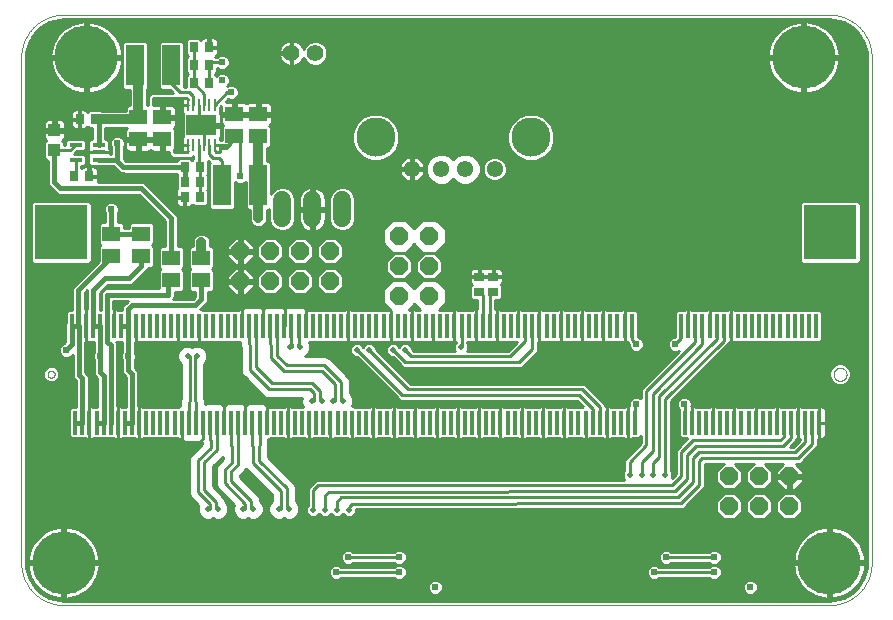
<source format=gbl>
G75*
%MOIN*%
%OFA0B0*%
%FSLAX25Y25*%
%IPPOS*%
%LPD*%
%AMOC8*
5,1,8,0,0,1.08239X$1,22.5*
%
%ADD10C,0.00000*%
%ADD11R,0.01378X0.07874*%
%ADD12R,0.17717X0.18110*%
%ADD13R,0.00984X0.03937*%
%ADD14R,0.09843X0.06693*%
%ADD15R,0.04400X0.01400*%
%ADD16R,0.05906X0.13780*%
%ADD17C,0.06000*%
%ADD18C,0.05600*%
%ADD19R,0.02756X0.03543*%
%ADD20R,0.05906X0.05118*%
%ADD21R,0.03937X0.04331*%
%ADD22OC8,0.06000*%
%ADD23R,0.03543X0.02756*%
%ADD24C,0.21000*%
%ADD25C,0.13055*%
%ADD26C,0.05433*%
%ADD27C,0.01000*%
%ADD28C,0.02375*%
%ADD29C,0.01981*%
%ADD30C,0.01600*%
%ADD31C,0.03200*%
%ADD32C,0.01200*%
D10*
X0015673Y0001500D02*
X0270791Y0001500D01*
X0271133Y0001504D01*
X0271476Y0001517D01*
X0271818Y0001537D01*
X0272159Y0001566D01*
X0272499Y0001603D01*
X0272839Y0001649D01*
X0273177Y0001702D01*
X0273514Y0001764D01*
X0273849Y0001834D01*
X0274183Y0001912D01*
X0274514Y0001998D01*
X0274844Y0002092D01*
X0275171Y0002194D01*
X0275495Y0002303D01*
X0275817Y0002421D01*
X0276136Y0002546D01*
X0276451Y0002679D01*
X0276764Y0002820D01*
X0277072Y0002968D01*
X0277378Y0003123D01*
X0277679Y0003286D01*
X0277976Y0003456D01*
X0278269Y0003633D01*
X0278558Y0003818D01*
X0278842Y0004009D01*
X0279122Y0004207D01*
X0279396Y0004411D01*
X0279666Y0004623D01*
X0279930Y0004840D01*
X0280189Y0005064D01*
X0280443Y0005295D01*
X0280691Y0005531D01*
X0280933Y0005773D01*
X0281169Y0006021D01*
X0281400Y0006275D01*
X0281624Y0006534D01*
X0281841Y0006798D01*
X0282053Y0007068D01*
X0282257Y0007342D01*
X0282455Y0007622D01*
X0282646Y0007906D01*
X0282831Y0008195D01*
X0283008Y0008488D01*
X0283178Y0008785D01*
X0283341Y0009086D01*
X0283496Y0009392D01*
X0283644Y0009700D01*
X0283785Y0010013D01*
X0283918Y0010328D01*
X0284043Y0010647D01*
X0284161Y0010969D01*
X0284270Y0011293D01*
X0284372Y0011620D01*
X0284466Y0011950D01*
X0284552Y0012281D01*
X0284630Y0012615D01*
X0284700Y0012950D01*
X0284762Y0013287D01*
X0284815Y0013625D01*
X0284861Y0013965D01*
X0284898Y0014305D01*
X0284927Y0014646D01*
X0284947Y0014988D01*
X0284960Y0015331D01*
X0284964Y0015673D01*
X0284965Y0015673D02*
X0284965Y0184177D01*
X0284964Y0184177D02*
X0284960Y0184519D01*
X0284947Y0184862D01*
X0284927Y0185204D01*
X0284898Y0185545D01*
X0284861Y0185885D01*
X0284815Y0186225D01*
X0284762Y0186563D01*
X0284700Y0186900D01*
X0284630Y0187235D01*
X0284552Y0187569D01*
X0284466Y0187900D01*
X0284372Y0188230D01*
X0284270Y0188557D01*
X0284161Y0188881D01*
X0284043Y0189203D01*
X0283918Y0189522D01*
X0283785Y0189837D01*
X0283644Y0190150D01*
X0283496Y0190458D01*
X0283341Y0190764D01*
X0283178Y0191065D01*
X0283008Y0191362D01*
X0282831Y0191655D01*
X0282646Y0191944D01*
X0282455Y0192228D01*
X0282257Y0192508D01*
X0282053Y0192782D01*
X0281841Y0193052D01*
X0281624Y0193316D01*
X0281400Y0193575D01*
X0281169Y0193829D01*
X0280933Y0194077D01*
X0280691Y0194319D01*
X0280443Y0194555D01*
X0280189Y0194786D01*
X0279930Y0195010D01*
X0279666Y0195227D01*
X0279396Y0195439D01*
X0279122Y0195643D01*
X0278842Y0195841D01*
X0278558Y0196032D01*
X0278269Y0196217D01*
X0277976Y0196394D01*
X0277679Y0196564D01*
X0277378Y0196727D01*
X0277072Y0196882D01*
X0276764Y0197030D01*
X0276451Y0197171D01*
X0276136Y0197304D01*
X0275817Y0197429D01*
X0275495Y0197547D01*
X0275171Y0197656D01*
X0274844Y0197758D01*
X0274514Y0197852D01*
X0274183Y0197938D01*
X0273849Y0198016D01*
X0273514Y0198086D01*
X0273177Y0198148D01*
X0272839Y0198201D01*
X0272499Y0198247D01*
X0272159Y0198284D01*
X0271818Y0198313D01*
X0271476Y0198333D01*
X0271133Y0198346D01*
X0270791Y0198350D01*
X0015673Y0198350D01*
X0015331Y0198346D01*
X0014988Y0198333D01*
X0014646Y0198313D01*
X0014305Y0198284D01*
X0013965Y0198247D01*
X0013625Y0198201D01*
X0013287Y0198148D01*
X0012950Y0198086D01*
X0012615Y0198016D01*
X0012281Y0197938D01*
X0011950Y0197852D01*
X0011620Y0197758D01*
X0011293Y0197656D01*
X0010969Y0197547D01*
X0010647Y0197429D01*
X0010328Y0197304D01*
X0010013Y0197171D01*
X0009700Y0197030D01*
X0009392Y0196882D01*
X0009086Y0196727D01*
X0008785Y0196564D01*
X0008488Y0196394D01*
X0008195Y0196217D01*
X0007906Y0196032D01*
X0007622Y0195841D01*
X0007342Y0195643D01*
X0007068Y0195439D01*
X0006798Y0195227D01*
X0006534Y0195010D01*
X0006275Y0194786D01*
X0006021Y0194555D01*
X0005773Y0194319D01*
X0005531Y0194077D01*
X0005295Y0193829D01*
X0005064Y0193575D01*
X0004840Y0193316D01*
X0004623Y0193052D01*
X0004411Y0192782D01*
X0004207Y0192508D01*
X0004009Y0192228D01*
X0003818Y0191944D01*
X0003633Y0191655D01*
X0003456Y0191362D01*
X0003286Y0191065D01*
X0003123Y0190764D01*
X0002968Y0190458D01*
X0002820Y0190150D01*
X0002679Y0189837D01*
X0002546Y0189522D01*
X0002421Y0189203D01*
X0002303Y0188881D01*
X0002194Y0188557D01*
X0002092Y0188230D01*
X0001998Y0187900D01*
X0001912Y0187569D01*
X0001834Y0187235D01*
X0001764Y0186900D01*
X0001702Y0186563D01*
X0001649Y0186225D01*
X0001603Y0185885D01*
X0001566Y0185545D01*
X0001537Y0185204D01*
X0001517Y0184862D01*
X0001504Y0184519D01*
X0001500Y0184177D01*
X0001500Y0015673D01*
X0001504Y0015331D01*
X0001517Y0014988D01*
X0001537Y0014646D01*
X0001566Y0014305D01*
X0001603Y0013965D01*
X0001649Y0013625D01*
X0001702Y0013287D01*
X0001764Y0012950D01*
X0001834Y0012615D01*
X0001912Y0012281D01*
X0001998Y0011950D01*
X0002092Y0011620D01*
X0002194Y0011293D01*
X0002303Y0010969D01*
X0002421Y0010647D01*
X0002546Y0010328D01*
X0002679Y0010013D01*
X0002820Y0009700D01*
X0002968Y0009392D01*
X0003123Y0009086D01*
X0003286Y0008785D01*
X0003456Y0008488D01*
X0003633Y0008195D01*
X0003818Y0007906D01*
X0004009Y0007622D01*
X0004207Y0007342D01*
X0004411Y0007068D01*
X0004623Y0006798D01*
X0004840Y0006534D01*
X0005064Y0006275D01*
X0005295Y0006021D01*
X0005531Y0005773D01*
X0005773Y0005531D01*
X0006021Y0005295D01*
X0006275Y0005064D01*
X0006534Y0004840D01*
X0006798Y0004623D01*
X0007068Y0004411D01*
X0007342Y0004207D01*
X0007622Y0004009D01*
X0007906Y0003818D01*
X0008195Y0003633D01*
X0008488Y0003456D01*
X0008785Y0003286D01*
X0009086Y0003123D01*
X0009392Y0002968D01*
X0009700Y0002820D01*
X0010013Y0002679D01*
X0010328Y0002546D01*
X0010647Y0002421D01*
X0010969Y0002303D01*
X0011293Y0002194D01*
X0011620Y0002092D01*
X0011950Y0001998D01*
X0012281Y0001912D01*
X0012615Y0001834D01*
X0012950Y0001764D01*
X0013287Y0001702D01*
X0013625Y0001649D01*
X0013965Y0001603D01*
X0014305Y0001566D01*
X0014646Y0001537D01*
X0014988Y0001517D01*
X0015331Y0001504D01*
X0015673Y0001500D01*
X0010260Y0078500D02*
X0010262Y0078569D01*
X0010268Y0078637D01*
X0010278Y0078705D01*
X0010292Y0078772D01*
X0010310Y0078839D01*
X0010331Y0078904D01*
X0010357Y0078968D01*
X0010386Y0079030D01*
X0010418Y0079090D01*
X0010454Y0079149D01*
X0010494Y0079205D01*
X0010536Y0079259D01*
X0010582Y0079310D01*
X0010631Y0079359D01*
X0010682Y0079405D01*
X0010736Y0079447D01*
X0010792Y0079487D01*
X0010850Y0079523D01*
X0010911Y0079555D01*
X0010973Y0079584D01*
X0011037Y0079610D01*
X0011102Y0079631D01*
X0011169Y0079649D01*
X0011236Y0079663D01*
X0011304Y0079673D01*
X0011372Y0079679D01*
X0011441Y0079681D01*
X0011510Y0079679D01*
X0011578Y0079673D01*
X0011646Y0079663D01*
X0011713Y0079649D01*
X0011780Y0079631D01*
X0011845Y0079610D01*
X0011909Y0079584D01*
X0011971Y0079555D01*
X0012031Y0079523D01*
X0012090Y0079487D01*
X0012146Y0079447D01*
X0012200Y0079405D01*
X0012251Y0079359D01*
X0012300Y0079310D01*
X0012346Y0079259D01*
X0012388Y0079205D01*
X0012428Y0079149D01*
X0012464Y0079090D01*
X0012496Y0079030D01*
X0012525Y0078968D01*
X0012551Y0078904D01*
X0012572Y0078839D01*
X0012590Y0078772D01*
X0012604Y0078705D01*
X0012614Y0078637D01*
X0012620Y0078569D01*
X0012622Y0078500D01*
X0012620Y0078431D01*
X0012614Y0078363D01*
X0012604Y0078295D01*
X0012590Y0078228D01*
X0012572Y0078161D01*
X0012551Y0078096D01*
X0012525Y0078032D01*
X0012496Y0077970D01*
X0012464Y0077909D01*
X0012428Y0077851D01*
X0012388Y0077795D01*
X0012346Y0077741D01*
X0012300Y0077690D01*
X0012251Y0077641D01*
X0012200Y0077595D01*
X0012146Y0077553D01*
X0012090Y0077513D01*
X0012032Y0077477D01*
X0011971Y0077445D01*
X0011909Y0077416D01*
X0011845Y0077390D01*
X0011780Y0077369D01*
X0011713Y0077351D01*
X0011646Y0077337D01*
X0011578Y0077327D01*
X0011510Y0077321D01*
X0011441Y0077319D01*
X0011372Y0077321D01*
X0011304Y0077327D01*
X0011236Y0077337D01*
X0011169Y0077351D01*
X0011102Y0077369D01*
X0011037Y0077390D01*
X0010973Y0077416D01*
X0010911Y0077445D01*
X0010850Y0077477D01*
X0010792Y0077513D01*
X0010736Y0077553D01*
X0010682Y0077595D01*
X0010631Y0077641D01*
X0010582Y0077690D01*
X0010536Y0077741D01*
X0010494Y0077795D01*
X0010454Y0077851D01*
X0010418Y0077909D01*
X0010386Y0077970D01*
X0010357Y0078032D01*
X0010331Y0078096D01*
X0010310Y0078161D01*
X0010292Y0078228D01*
X0010278Y0078295D01*
X0010268Y0078363D01*
X0010262Y0078431D01*
X0010260Y0078500D01*
X0272268Y0078500D02*
X0272270Y0078593D01*
X0272276Y0078685D01*
X0272286Y0078777D01*
X0272300Y0078868D01*
X0272317Y0078959D01*
X0272339Y0079049D01*
X0272364Y0079138D01*
X0272393Y0079226D01*
X0272426Y0079312D01*
X0272463Y0079397D01*
X0272503Y0079481D01*
X0272547Y0079562D01*
X0272594Y0079642D01*
X0272644Y0079720D01*
X0272698Y0079795D01*
X0272755Y0079868D01*
X0272815Y0079938D01*
X0272878Y0080006D01*
X0272944Y0080071D01*
X0273012Y0080133D01*
X0273083Y0080193D01*
X0273157Y0080249D01*
X0273233Y0080302D01*
X0273311Y0080351D01*
X0273391Y0080398D01*
X0273473Y0080440D01*
X0273557Y0080480D01*
X0273642Y0080515D01*
X0273729Y0080547D01*
X0273817Y0080576D01*
X0273906Y0080600D01*
X0273996Y0080621D01*
X0274087Y0080637D01*
X0274179Y0080650D01*
X0274271Y0080659D01*
X0274364Y0080664D01*
X0274456Y0080665D01*
X0274549Y0080662D01*
X0274641Y0080655D01*
X0274733Y0080644D01*
X0274824Y0080629D01*
X0274915Y0080611D01*
X0275005Y0080588D01*
X0275093Y0080562D01*
X0275181Y0080532D01*
X0275267Y0080498D01*
X0275351Y0080461D01*
X0275434Y0080419D01*
X0275515Y0080375D01*
X0275595Y0080327D01*
X0275672Y0080276D01*
X0275746Y0080221D01*
X0275819Y0080163D01*
X0275889Y0080103D01*
X0275956Y0080039D01*
X0276020Y0079973D01*
X0276082Y0079903D01*
X0276140Y0079832D01*
X0276195Y0079758D01*
X0276247Y0079681D01*
X0276296Y0079602D01*
X0276342Y0079522D01*
X0276384Y0079439D01*
X0276422Y0079355D01*
X0276457Y0079269D01*
X0276488Y0079182D01*
X0276515Y0079094D01*
X0276538Y0079004D01*
X0276558Y0078914D01*
X0276574Y0078823D01*
X0276586Y0078731D01*
X0276594Y0078639D01*
X0276598Y0078546D01*
X0276598Y0078454D01*
X0276594Y0078361D01*
X0276586Y0078269D01*
X0276574Y0078177D01*
X0276558Y0078086D01*
X0276538Y0077996D01*
X0276515Y0077906D01*
X0276488Y0077818D01*
X0276457Y0077731D01*
X0276422Y0077645D01*
X0276384Y0077561D01*
X0276342Y0077478D01*
X0276296Y0077398D01*
X0276247Y0077319D01*
X0276195Y0077242D01*
X0276140Y0077168D01*
X0276082Y0077097D01*
X0276020Y0077027D01*
X0275956Y0076961D01*
X0275889Y0076897D01*
X0275819Y0076837D01*
X0275746Y0076779D01*
X0275672Y0076724D01*
X0275595Y0076673D01*
X0275516Y0076625D01*
X0275434Y0076581D01*
X0275351Y0076539D01*
X0275267Y0076502D01*
X0275181Y0076468D01*
X0275093Y0076438D01*
X0275005Y0076412D01*
X0274915Y0076389D01*
X0274824Y0076371D01*
X0274733Y0076356D01*
X0274641Y0076345D01*
X0274549Y0076338D01*
X0274456Y0076335D01*
X0274364Y0076336D01*
X0274271Y0076341D01*
X0274179Y0076350D01*
X0274087Y0076363D01*
X0273996Y0076379D01*
X0273906Y0076400D01*
X0273817Y0076424D01*
X0273729Y0076453D01*
X0273642Y0076485D01*
X0273557Y0076520D01*
X0273473Y0076560D01*
X0273391Y0076602D01*
X0273311Y0076649D01*
X0273233Y0076698D01*
X0273157Y0076751D01*
X0273083Y0076807D01*
X0273012Y0076867D01*
X0272944Y0076929D01*
X0272878Y0076994D01*
X0272815Y0077062D01*
X0272755Y0077132D01*
X0272698Y0077205D01*
X0272644Y0077280D01*
X0272594Y0077358D01*
X0272547Y0077438D01*
X0272503Y0077519D01*
X0272463Y0077603D01*
X0272426Y0077688D01*
X0272393Y0077774D01*
X0272364Y0077862D01*
X0272339Y0077951D01*
X0272317Y0078041D01*
X0272300Y0078132D01*
X0272286Y0078223D01*
X0272276Y0078315D01*
X0272270Y0078407D01*
X0272268Y0078500D01*
D11*
X0267543Y0062358D03*
X0265181Y0062358D03*
X0262819Y0062358D03*
X0260457Y0062358D03*
X0258094Y0062358D03*
X0255732Y0062358D03*
X0253370Y0062358D03*
X0251008Y0062358D03*
X0248646Y0062358D03*
X0246283Y0062358D03*
X0243921Y0062358D03*
X0241559Y0062358D03*
X0239197Y0062358D03*
X0236835Y0062358D03*
X0234472Y0062358D03*
X0232110Y0062358D03*
X0229748Y0062358D03*
X0227386Y0062358D03*
X0225024Y0062358D03*
X0222661Y0062358D03*
X0206126Y0062358D03*
X0203764Y0062358D03*
X0201402Y0062358D03*
X0199039Y0062358D03*
X0196677Y0062358D03*
X0194315Y0062358D03*
X0191953Y0062358D03*
X0189591Y0062358D03*
X0187228Y0062358D03*
X0184866Y0062358D03*
X0182504Y0062358D03*
X0180142Y0062358D03*
X0177780Y0062358D03*
X0175417Y0062358D03*
X0173055Y0062358D03*
X0170693Y0062358D03*
X0168331Y0062358D03*
X0165969Y0062358D03*
X0163606Y0062358D03*
X0161244Y0062358D03*
X0158882Y0062358D03*
X0156520Y0062358D03*
X0154157Y0062358D03*
X0151795Y0062358D03*
X0149433Y0062358D03*
X0147071Y0062358D03*
X0144709Y0062358D03*
X0142346Y0062358D03*
X0139984Y0062358D03*
X0137622Y0062358D03*
X0135260Y0062358D03*
X0132898Y0062358D03*
X0130535Y0062358D03*
X0128173Y0062358D03*
X0125811Y0062358D03*
X0123449Y0062358D03*
X0121087Y0062358D03*
X0118724Y0062358D03*
X0116362Y0062358D03*
X0114000Y0062358D03*
X0111638Y0062358D03*
X0109276Y0062358D03*
X0106913Y0062358D03*
X0104551Y0062358D03*
X0102189Y0062358D03*
X0099827Y0062358D03*
X0097465Y0062358D03*
X0095102Y0062358D03*
X0092740Y0062358D03*
X0090378Y0062358D03*
X0088016Y0062358D03*
X0085654Y0062358D03*
X0083291Y0062358D03*
X0080929Y0062358D03*
X0078567Y0062358D03*
X0076205Y0062358D03*
X0073843Y0062358D03*
X0071480Y0062358D03*
X0069118Y0062358D03*
X0066756Y0062358D03*
X0064394Y0062358D03*
X0062031Y0062358D03*
X0059669Y0062358D03*
X0057307Y0062358D03*
X0054945Y0062358D03*
X0052583Y0062358D03*
X0050220Y0062358D03*
X0047858Y0062358D03*
X0045496Y0062358D03*
X0043134Y0062358D03*
X0040772Y0062358D03*
X0038409Y0062358D03*
X0036047Y0062358D03*
X0033685Y0062358D03*
X0031323Y0062358D03*
X0028961Y0062358D03*
X0026598Y0062358D03*
X0024236Y0062358D03*
X0021874Y0062358D03*
X0019512Y0062358D03*
X0020693Y0094642D03*
X0023055Y0094642D03*
X0025417Y0094642D03*
X0027780Y0094642D03*
X0030142Y0094642D03*
X0032504Y0094642D03*
X0034866Y0094642D03*
X0037228Y0094642D03*
X0039591Y0094642D03*
X0041953Y0094642D03*
X0044315Y0094642D03*
X0046677Y0094642D03*
X0049039Y0094642D03*
X0051402Y0094642D03*
X0053764Y0094642D03*
X0056126Y0094642D03*
X0058488Y0094642D03*
X0060850Y0094642D03*
X0063213Y0094642D03*
X0065575Y0094642D03*
X0067937Y0094642D03*
X0070299Y0094642D03*
X0072661Y0094642D03*
X0075024Y0094642D03*
X0077386Y0094642D03*
X0079748Y0094642D03*
X0082110Y0094642D03*
X0084472Y0094642D03*
X0086835Y0094642D03*
X0089197Y0094642D03*
X0091559Y0094642D03*
X0093921Y0094642D03*
X0096283Y0094642D03*
X0098646Y0094642D03*
X0101008Y0094642D03*
X0103370Y0094642D03*
X0105732Y0094642D03*
X0108094Y0094642D03*
X0110457Y0094642D03*
X0112819Y0094642D03*
X0115181Y0094642D03*
X0117543Y0094642D03*
X0119906Y0094642D03*
X0122268Y0094642D03*
X0124630Y0094642D03*
X0126992Y0094642D03*
X0129354Y0094642D03*
X0131717Y0094642D03*
X0134079Y0094642D03*
X0136441Y0094642D03*
X0138803Y0094642D03*
X0141165Y0094642D03*
X0143528Y0094642D03*
X0145890Y0094642D03*
X0148252Y0094642D03*
X0150614Y0094642D03*
X0152976Y0094642D03*
X0155339Y0094642D03*
X0157701Y0094642D03*
X0160063Y0094642D03*
X0162425Y0094642D03*
X0164787Y0094642D03*
X0167150Y0094642D03*
X0169512Y0094642D03*
X0171874Y0094642D03*
X0174236Y0094642D03*
X0176598Y0094642D03*
X0178961Y0094642D03*
X0181323Y0094642D03*
X0183685Y0094642D03*
X0186047Y0094642D03*
X0188409Y0094642D03*
X0190772Y0094642D03*
X0193134Y0094642D03*
X0195496Y0094642D03*
X0197858Y0094642D03*
X0200220Y0094642D03*
X0202583Y0094642D03*
X0204945Y0094642D03*
X0221480Y0094642D03*
X0223843Y0094642D03*
X0226205Y0094642D03*
X0228567Y0094642D03*
X0230929Y0094642D03*
X0233291Y0094642D03*
X0235654Y0094642D03*
X0238016Y0094642D03*
X0240378Y0094642D03*
X0242740Y0094642D03*
X0245102Y0094642D03*
X0247465Y0094642D03*
X0249827Y0094642D03*
X0252189Y0094642D03*
X0254551Y0094642D03*
X0256913Y0094642D03*
X0259276Y0094642D03*
X0261638Y0094642D03*
X0264000Y0094642D03*
X0266362Y0094642D03*
X0018331Y0094642D03*
D12*
X0014787Y0125744D03*
X0271087Y0125744D03*
D13*
X0065929Y0154807D03*
X0064157Y0154807D03*
X0062386Y0154807D03*
X0060614Y0154807D03*
X0058843Y0154807D03*
X0057071Y0154807D03*
X0057071Y0168193D03*
X0058843Y0168193D03*
X0060614Y0168193D03*
X0062386Y0168193D03*
X0064157Y0168193D03*
X0065929Y0168193D03*
D14*
X0061500Y0161500D03*
D15*
X0027300Y0155059D03*
X0027300Y0152500D03*
X0027300Y0149941D03*
X0019700Y0149941D03*
X0019700Y0155059D03*
D16*
X0039496Y0181500D03*
X0051504Y0181500D03*
X0068496Y0141500D03*
X0080504Y0141500D03*
D17*
X0088500Y0136500D02*
X0088500Y0130500D01*
X0098500Y0130500D02*
X0098500Y0136500D01*
X0108500Y0136500D02*
X0108500Y0130500D01*
D18*
X0099437Y0185500D03*
X0091563Y0185500D03*
D19*
X0064059Y0187500D03*
X0058941Y0187500D03*
X0058941Y0181500D03*
X0064059Y0181500D03*
X0064059Y0175500D03*
X0058941Y0175500D03*
X0026059Y0163500D03*
X0020941Y0163500D03*
X0018941Y0144500D03*
X0024059Y0144500D03*
X0055941Y0142500D03*
X0055941Y0147500D03*
X0061059Y0147500D03*
X0061059Y0142500D03*
X0061059Y0137500D03*
X0055941Y0137500D03*
D20*
X0041500Y0125240D03*
X0041500Y0117760D03*
X0051500Y0117240D03*
X0051500Y0109760D03*
X0061500Y0109760D03*
X0061500Y0117240D03*
X0031500Y0117760D03*
X0031500Y0125240D03*
X0040500Y0156760D03*
X0048500Y0156760D03*
X0048500Y0164240D03*
X0040500Y0164240D03*
X0072500Y0165240D03*
X0080500Y0165240D03*
X0080500Y0157760D03*
X0072500Y0157760D03*
D21*
X0012500Y0159846D03*
X0012500Y0153154D03*
D22*
X0074500Y0119500D03*
X0084500Y0119500D03*
X0094500Y0119500D03*
X0104500Y0119500D03*
X0104500Y0109500D03*
X0094500Y0109500D03*
X0084500Y0109500D03*
X0074500Y0109500D03*
X0127500Y0104500D03*
X0137500Y0104500D03*
X0137500Y0114500D03*
X0127500Y0114500D03*
X0127500Y0124500D03*
X0137500Y0124500D03*
X0237500Y0044500D03*
X0247500Y0044500D03*
X0257500Y0044500D03*
X0257500Y0034500D03*
X0247500Y0034500D03*
X0237500Y0034500D03*
D23*
X0158800Y0105941D03*
X0154200Y0105941D03*
X0154200Y0111059D03*
X0158800Y0111059D03*
D24*
X0262327Y0184177D03*
X0023154Y0184177D03*
X0015673Y0015673D03*
X0270791Y0015673D03*
D25*
X0171366Y0157500D03*
X0119634Y0157500D03*
D26*
X0131720Y0146870D03*
X0141563Y0146870D03*
X0149437Y0146870D03*
X0159280Y0146870D03*
D27*
X0007958Y0005619D02*
X0005619Y0007958D01*
X0003965Y0010823D01*
X0003108Y0014019D01*
X0003000Y0015673D01*
X0003000Y0184177D01*
X0003108Y0185831D01*
X0003108Y0185831D01*
X0003965Y0189027D01*
X0005619Y0191892D01*
X0007958Y0194232D01*
X0010823Y0195886D01*
X0014019Y0196742D01*
X0015673Y0196850D01*
X0270791Y0196850D01*
X0272446Y0196742D01*
X0275641Y0195886D01*
X0278506Y0194232D01*
X0280846Y0191892D01*
X0282500Y0189027D01*
X0283356Y0185831D01*
X0283465Y0184177D01*
X0283465Y0015673D01*
X0283356Y0014019D01*
X0282500Y0010823D01*
X0280846Y0007958D01*
X0278506Y0005619D01*
X0275641Y0003965D01*
X0272446Y0003108D01*
X0270791Y0003000D01*
X0015673Y0003000D01*
X0014019Y0003108D01*
X0010823Y0003965D01*
X0007958Y0005619D01*
X0008174Y0005494D02*
X0009318Y0005494D01*
X0009859Y0005154D02*
X0011074Y0004569D01*
X0012346Y0004124D01*
X0013660Y0003824D01*
X0014999Y0003673D01*
X0015173Y0003673D01*
X0015173Y0015173D01*
X0016173Y0015173D01*
X0016173Y0003673D01*
X0016347Y0003673D01*
X0017686Y0003824D01*
X0019000Y0004124D01*
X0020273Y0004569D01*
X0021487Y0005154D01*
X0022628Y0005871D01*
X0023682Y0006711D01*
X0024635Y0007664D01*
X0025475Y0008718D01*
X0026192Y0009859D01*
X0026777Y0011074D01*
X0027222Y0012346D01*
X0027522Y0013660D01*
X0027673Y0014999D01*
X0027673Y0015173D01*
X0016173Y0015173D01*
X0016173Y0016173D01*
X0027673Y0016173D01*
X0027673Y0016347D01*
X0027522Y0017686D01*
X0027222Y0019000D01*
X0026777Y0020273D01*
X0026192Y0021487D01*
X0025475Y0022628D01*
X0024635Y0023682D01*
X0023682Y0024635D01*
X0022628Y0025475D01*
X0021487Y0026192D01*
X0020273Y0026777D01*
X0019000Y0027222D01*
X0017686Y0027522D01*
X0016347Y0027673D01*
X0016173Y0027673D01*
X0016173Y0016173D01*
X0015173Y0016173D01*
X0015173Y0015173D01*
X0003673Y0015173D01*
X0003673Y0014999D01*
X0003824Y0013660D01*
X0004124Y0012346D01*
X0004569Y0011074D01*
X0005154Y0009859D01*
X0005871Y0008718D01*
X0006711Y0007664D01*
X0007664Y0006711D01*
X0008718Y0005871D01*
X0009859Y0005154D01*
X0009904Y0004496D02*
X0011284Y0004496D01*
X0012569Y0003497D02*
X0273896Y0003497D01*
X0274119Y0004124D02*
X0272805Y0003824D01*
X0271465Y0003673D01*
X0271291Y0003673D01*
X0271291Y0015173D01*
X0270291Y0015173D01*
X0258791Y0015173D01*
X0258791Y0014999D01*
X0258942Y0013660D01*
X0259242Y0012346D01*
X0259687Y0011074D01*
X0260272Y0009859D01*
X0260989Y0008718D01*
X0261830Y0007664D01*
X0262783Y0006711D01*
X0263836Y0005871D01*
X0264978Y0005154D01*
X0266192Y0004569D01*
X0267464Y0004124D01*
X0268778Y0003824D01*
X0270117Y0003673D01*
X0270291Y0003673D01*
X0270291Y0015173D01*
X0270291Y0016173D01*
X0258791Y0016173D01*
X0258791Y0016347D01*
X0258942Y0017686D01*
X0259242Y0019000D01*
X0259687Y0020273D01*
X0260272Y0021487D01*
X0260989Y0022628D01*
X0261830Y0023682D01*
X0262783Y0024635D01*
X0263836Y0025475D01*
X0264978Y0026192D01*
X0266192Y0026777D01*
X0267464Y0027222D01*
X0268778Y0027522D01*
X0270117Y0027673D01*
X0270291Y0027673D01*
X0270291Y0016173D01*
X0271291Y0016173D01*
X0271291Y0027673D01*
X0271465Y0027673D01*
X0272805Y0027522D01*
X0274119Y0027222D01*
X0275391Y0026777D01*
X0276605Y0026192D01*
X0277746Y0025475D01*
X0278800Y0024635D01*
X0279753Y0023682D01*
X0280593Y0022628D01*
X0281311Y0021487D01*
X0281895Y0020273D01*
X0282341Y0019000D01*
X0282640Y0017686D01*
X0282791Y0016347D01*
X0282791Y0016173D01*
X0271291Y0016173D01*
X0271291Y0015173D01*
X0282791Y0015173D01*
X0282791Y0014999D01*
X0282640Y0013660D01*
X0282341Y0012346D01*
X0281895Y0011074D01*
X0281311Y0009859D01*
X0280593Y0008718D01*
X0279753Y0007664D01*
X0278800Y0006711D01*
X0277746Y0005871D01*
X0276605Y0005154D01*
X0275391Y0004569D01*
X0274119Y0004124D01*
X0275180Y0004496D02*
X0276561Y0004496D01*
X0277146Y0005494D02*
X0278290Y0005494D01*
X0278526Y0006493D02*
X0279380Y0006493D01*
X0279580Y0007491D02*
X0280379Y0007491D01*
X0280411Y0008490D02*
X0281152Y0008490D01*
X0281077Y0009488D02*
X0281729Y0009488D01*
X0281613Y0010487D02*
X0282305Y0010487D01*
X0282039Y0011485D02*
X0282677Y0011485D01*
X0282945Y0012484D02*
X0282372Y0012484D01*
X0282600Y0013482D02*
X0283212Y0013482D01*
X0283386Y0014481D02*
X0282733Y0014481D01*
X0283452Y0015479D02*
X0271291Y0015479D01*
X0271291Y0014481D02*
X0270291Y0014481D01*
X0270291Y0015479D02*
X0233997Y0015479D01*
X0233909Y0015391D02*
X0234609Y0016091D01*
X0234987Y0017005D01*
X0234987Y0017995D01*
X0234609Y0018909D01*
X0233909Y0019609D01*
X0232995Y0019987D01*
X0232005Y0019987D01*
X0231091Y0019609D01*
X0230782Y0019300D01*
X0218218Y0019300D01*
X0217909Y0019609D01*
X0216995Y0019987D01*
X0216005Y0019987D01*
X0215091Y0019609D01*
X0214391Y0018909D01*
X0214013Y0017995D01*
X0214013Y0017005D01*
X0214391Y0016091D01*
X0215091Y0015391D01*
X0216005Y0015013D01*
X0216995Y0015013D01*
X0217909Y0015391D01*
X0218218Y0015700D01*
X0230782Y0015700D01*
X0231091Y0015391D01*
X0232005Y0015013D01*
X0232995Y0015013D01*
X0233909Y0015391D01*
X0233909Y0014609D02*
X0232995Y0014987D01*
X0232005Y0014987D01*
X0231091Y0014609D01*
X0230782Y0014300D01*
X0214218Y0014300D01*
X0213909Y0014609D01*
X0212995Y0014987D01*
X0212005Y0014987D01*
X0211091Y0014609D01*
X0210391Y0013909D01*
X0210013Y0012995D01*
X0210013Y0012005D01*
X0210391Y0011091D01*
X0211091Y0010391D01*
X0212005Y0010013D01*
X0212995Y0010013D01*
X0213909Y0010391D01*
X0214218Y0010700D01*
X0230782Y0010700D01*
X0231091Y0010391D01*
X0232005Y0010013D01*
X0232995Y0010013D01*
X0233909Y0010391D01*
X0234609Y0011091D01*
X0234987Y0012005D01*
X0234987Y0012995D01*
X0234609Y0013909D01*
X0233909Y0014609D01*
X0234037Y0014481D02*
X0258850Y0014481D01*
X0258983Y0013482D02*
X0234786Y0013482D01*
X0234987Y0012484D02*
X0259211Y0012484D01*
X0259543Y0011485D02*
X0234772Y0011485D01*
X0234004Y0010487D02*
X0259970Y0010487D01*
X0260505Y0009488D02*
X0246030Y0009488D01*
X0245909Y0009609D02*
X0244995Y0009987D01*
X0244005Y0009987D01*
X0243091Y0009609D01*
X0242391Y0008909D01*
X0242013Y0007995D01*
X0242013Y0007005D01*
X0242391Y0006091D01*
X0243091Y0005391D01*
X0244005Y0005013D01*
X0244995Y0005013D01*
X0245909Y0005391D01*
X0246609Y0006091D01*
X0246987Y0007005D01*
X0246987Y0007995D01*
X0246609Y0008909D01*
X0245909Y0009609D01*
X0246782Y0008490D02*
X0261172Y0008490D01*
X0262003Y0007491D02*
X0246987Y0007491D01*
X0246775Y0006493D02*
X0263057Y0006493D01*
X0264436Y0005494D02*
X0246012Y0005494D01*
X0242988Y0005494D02*
X0141012Y0005494D01*
X0140909Y0005391D02*
X0141609Y0006091D01*
X0141987Y0007005D01*
X0141987Y0007995D01*
X0141609Y0008909D01*
X0140909Y0009609D01*
X0139995Y0009987D01*
X0139005Y0009987D01*
X0138091Y0009609D01*
X0137391Y0008909D01*
X0137013Y0007995D01*
X0137013Y0007005D01*
X0137391Y0006091D01*
X0138091Y0005391D01*
X0139005Y0005013D01*
X0139995Y0005013D01*
X0140909Y0005391D01*
X0141775Y0006493D02*
X0242225Y0006493D01*
X0242013Y0007491D02*
X0141987Y0007491D01*
X0141782Y0008490D02*
X0242218Y0008490D01*
X0242970Y0009488D02*
X0141030Y0009488D01*
X0137970Y0009488D02*
X0025959Y0009488D01*
X0026494Y0010487D02*
X0104996Y0010487D01*
X0105091Y0010391D02*
X0106005Y0010013D01*
X0106995Y0010013D01*
X0107909Y0010391D01*
X0108218Y0010700D01*
X0125782Y0010700D01*
X0126091Y0010391D01*
X0127005Y0010013D01*
X0127995Y0010013D01*
X0128909Y0010391D01*
X0129609Y0011091D01*
X0129987Y0012005D01*
X0129987Y0012995D01*
X0129609Y0013909D01*
X0128909Y0014609D01*
X0127995Y0014987D01*
X0127005Y0014987D01*
X0126091Y0014609D01*
X0125782Y0014300D01*
X0108218Y0014300D01*
X0107909Y0014609D01*
X0106995Y0014987D01*
X0106005Y0014987D01*
X0105091Y0014609D01*
X0104391Y0013909D01*
X0104013Y0012995D01*
X0104013Y0012005D01*
X0104391Y0011091D01*
X0105091Y0010391D01*
X0104228Y0011485D02*
X0026921Y0011485D01*
X0027254Y0012484D02*
X0104013Y0012484D01*
X0104214Y0013482D02*
X0027482Y0013482D01*
X0027615Y0014481D02*
X0104963Y0014481D01*
X0106500Y0012500D02*
X0127500Y0012500D01*
X0129987Y0012484D02*
X0210013Y0012484D01*
X0210214Y0013482D02*
X0129786Y0013482D01*
X0129037Y0014481D02*
X0210963Y0014481D01*
X0212500Y0012500D02*
X0232500Y0012500D01*
X0230963Y0014481D02*
X0214037Y0014481D01*
X0215003Y0015479D02*
X0128997Y0015479D01*
X0128909Y0015391D02*
X0129609Y0016091D01*
X0129987Y0017005D01*
X0129987Y0017995D01*
X0129609Y0018909D01*
X0128909Y0019609D01*
X0127995Y0019987D01*
X0127005Y0019987D01*
X0126091Y0019609D01*
X0125782Y0019300D01*
X0112218Y0019300D01*
X0111909Y0019609D01*
X0110995Y0019987D01*
X0110005Y0019987D01*
X0109091Y0019609D01*
X0108391Y0018909D01*
X0108013Y0017995D01*
X0108013Y0017005D01*
X0108391Y0016091D01*
X0109091Y0015391D01*
X0110005Y0015013D01*
X0110995Y0015013D01*
X0111909Y0015391D01*
X0112218Y0015700D01*
X0125782Y0015700D01*
X0126091Y0015391D01*
X0127005Y0015013D01*
X0127995Y0015013D01*
X0128909Y0015391D01*
X0129769Y0016478D02*
X0214231Y0016478D01*
X0214013Y0017476D02*
X0129987Y0017476D01*
X0129789Y0018475D02*
X0214211Y0018475D01*
X0214955Y0019473D02*
X0129045Y0019473D01*
X0127500Y0017500D02*
X0110500Y0017500D01*
X0108211Y0018475D02*
X0027342Y0018475D01*
X0027546Y0017476D02*
X0108013Y0017476D01*
X0108231Y0016478D02*
X0027659Y0016478D01*
X0027057Y0019473D02*
X0108955Y0019473D01*
X0112045Y0019473D02*
X0125955Y0019473D01*
X0126003Y0015479D02*
X0111997Y0015479D01*
X0109003Y0015479D02*
X0016173Y0015479D01*
X0016173Y0014481D02*
X0015173Y0014481D01*
X0015173Y0015479D02*
X0003013Y0015479D01*
X0003673Y0016173D02*
X0015173Y0016173D01*
X0015173Y0027673D01*
X0014999Y0027673D01*
X0013660Y0027522D01*
X0012346Y0027222D01*
X0011074Y0026777D01*
X0009859Y0026192D01*
X0008718Y0025475D01*
X0007664Y0024635D01*
X0006711Y0023682D01*
X0005871Y0022628D01*
X0005154Y0021487D01*
X0004569Y0020273D01*
X0004124Y0019000D01*
X0003824Y0017686D01*
X0003673Y0016347D01*
X0003673Y0016173D01*
X0003688Y0016478D02*
X0003000Y0016478D01*
X0003000Y0017476D02*
X0003800Y0017476D01*
X0004004Y0018475D02*
X0003000Y0018475D01*
X0003000Y0019473D02*
X0004289Y0019473D01*
X0004665Y0020472D02*
X0003000Y0020472D01*
X0003000Y0021470D02*
X0005146Y0021470D01*
X0005771Y0022469D02*
X0003000Y0022469D01*
X0003000Y0023467D02*
X0006540Y0023467D01*
X0007495Y0024466D02*
X0003000Y0024466D01*
X0003000Y0025464D02*
X0008704Y0025464D01*
X0010421Y0026463D02*
X0003000Y0026463D01*
X0003000Y0027461D02*
X0013393Y0027461D01*
X0015173Y0027461D02*
X0016173Y0027461D01*
X0016173Y0026463D02*
X0015173Y0026463D01*
X0015173Y0025464D02*
X0016173Y0025464D01*
X0016173Y0024466D02*
X0015173Y0024466D01*
X0015173Y0023467D02*
X0016173Y0023467D01*
X0016173Y0022469D02*
X0015173Y0022469D01*
X0015173Y0021470D02*
X0016173Y0021470D01*
X0016173Y0020472D02*
X0015173Y0020472D01*
X0015173Y0019473D02*
X0016173Y0019473D01*
X0016173Y0018475D02*
X0015173Y0018475D01*
X0015173Y0017476D02*
X0016173Y0017476D01*
X0016173Y0016478D02*
X0015173Y0016478D01*
X0015173Y0013482D02*
X0016173Y0013482D01*
X0016173Y0012484D02*
X0015173Y0012484D01*
X0015173Y0011485D02*
X0016173Y0011485D01*
X0016173Y0010487D02*
X0015173Y0010487D01*
X0015173Y0009488D02*
X0016173Y0009488D01*
X0016173Y0008490D02*
X0015173Y0008490D01*
X0015173Y0007491D02*
X0016173Y0007491D01*
X0016173Y0006493D02*
X0015173Y0006493D01*
X0015173Y0005494D02*
X0016173Y0005494D01*
X0016173Y0004496D02*
X0015173Y0004496D01*
X0020062Y0004496D02*
X0266402Y0004496D01*
X0270291Y0004496D02*
X0271291Y0004496D01*
X0271291Y0005494D02*
X0270291Y0005494D01*
X0270291Y0006493D02*
X0271291Y0006493D01*
X0271291Y0007491D02*
X0270291Y0007491D01*
X0270291Y0008490D02*
X0271291Y0008490D01*
X0271291Y0009488D02*
X0270291Y0009488D01*
X0270291Y0010487D02*
X0271291Y0010487D01*
X0271291Y0011485D02*
X0270291Y0011485D01*
X0270291Y0012484D02*
X0271291Y0012484D01*
X0271291Y0013482D02*
X0270291Y0013482D01*
X0270291Y0016478D02*
X0271291Y0016478D01*
X0271291Y0017476D02*
X0270291Y0017476D01*
X0270291Y0018475D02*
X0271291Y0018475D01*
X0271291Y0019473D02*
X0270291Y0019473D01*
X0270291Y0020472D02*
X0271291Y0020472D01*
X0271291Y0021470D02*
X0270291Y0021470D01*
X0270291Y0022469D02*
X0271291Y0022469D01*
X0271291Y0023467D02*
X0270291Y0023467D01*
X0270291Y0024466D02*
X0271291Y0024466D01*
X0271291Y0025464D02*
X0270291Y0025464D01*
X0270291Y0026463D02*
X0271291Y0026463D01*
X0271291Y0027461D02*
X0270291Y0027461D01*
X0268511Y0027461D02*
X0017954Y0027461D01*
X0020926Y0026463D02*
X0265539Y0026463D01*
X0263822Y0025464D02*
X0022642Y0025464D01*
X0023851Y0024466D02*
X0262613Y0024466D01*
X0261658Y0023467D02*
X0024806Y0023467D01*
X0025576Y0022469D02*
X0260889Y0022469D01*
X0260264Y0021470D02*
X0026201Y0021470D01*
X0026681Y0020472D02*
X0259783Y0020472D01*
X0259408Y0019473D02*
X0234045Y0019473D01*
X0234789Y0018475D02*
X0259122Y0018475D01*
X0258919Y0017476D02*
X0234987Y0017476D01*
X0234769Y0016478D02*
X0258806Y0016478D01*
X0273072Y0027461D02*
X0283465Y0027461D01*
X0283465Y0026463D02*
X0276044Y0026463D01*
X0277760Y0025464D02*
X0283465Y0025464D01*
X0283465Y0024466D02*
X0278969Y0024466D01*
X0279924Y0023467D02*
X0283465Y0023467D01*
X0283465Y0022469D02*
X0280694Y0022469D01*
X0281319Y0021470D02*
X0283465Y0021470D01*
X0283465Y0020472D02*
X0281799Y0020472D01*
X0282175Y0019473D02*
X0283465Y0019473D01*
X0283465Y0018475D02*
X0282461Y0018475D01*
X0282664Y0017476D02*
X0283465Y0017476D01*
X0283465Y0016478D02*
X0282777Y0016478D01*
X0283465Y0028460D02*
X0003000Y0028460D01*
X0003000Y0029458D02*
X0283465Y0029458D01*
X0283465Y0030457D02*
X0259538Y0030457D01*
X0259281Y0030200D02*
X0261800Y0032719D01*
X0261800Y0036281D01*
X0259281Y0038800D01*
X0255719Y0038800D01*
X0253200Y0036281D01*
X0253200Y0032719D01*
X0255719Y0030200D01*
X0259281Y0030200D01*
X0260536Y0031455D02*
X0283465Y0031455D01*
X0283465Y0032454D02*
X0261535Y0032454D01*
X0261800Y0033452D02*
X0283465Y0033452D01*
X0283465Y0034451D02*
X0261800Y0034451D01*
X0261800Y0035449D02*
X0283465Y0035449D01*
X0283465Y0036448D02*
X0261633Y0036448D01*
X0260635Y0037446D02*
X0283465Y0037446D01*
X0283465Y0038445D02*
X0259636Y0038445D01*
X0259364Y0040000D02*
X0262000Y0042636D01*
X0262000Y0044000D01*
X0258000Y0044000D01*
X0258000Y0045000D01*
X0262000Y0045000D01*
X0262000Y0046364D01*
X0259664Y0048700D01*
X0261246Y0048700D01*
X0262300Y0049754D01*
X0266981Y0054436D01*
X0266981Y0056921D01*
X0267543Y0056921D01*
X0267543Y0062358D01*
X0267543Y0062358D01*
X0267543Y0056921D01*
X0268430Y0056921D01*
X0268811Y0057023D01*
X0269153Y0057221D01*
X0269433Y0057500D01*
X0269630Y0057842D01*
X0269732Y0058224D01*
X0269732Y0062358D01*
X0267543Y0062358D01*
X0267543Y0067795D01*
X0266657Y0067795D01*
X0266275Y0067693D01*
X0266106Y0067595D01*
X0261894Y0067595D01*
X0261725Y0067693D01*
X0261343Y0067795D01*
X0260457Y0067795D01*
X0260457Y0062358D01*
X0260457Y0056921D01*
X0261019Y0056921D01*
X0261019Y0056564D01*
X0258754Y0054300D01*
X0257846Y0054300D01*
X0259894Y0056349D01*
X0259894Y0056921D01*
X0260457Y0056921D01*
X0260457Y0062358D01*
X0260457Y0062358D01*
X0260457Y0062358D01*
X0260457Y0067795D01*
X0259570Y0067795D01*
X0259189Y0067693D01*
X0259019Y0067595D01*
X0254807Y0067595D01*
X0254638Y0067693D01*
X0254257Y0067795D01*
X0253370Y0067795D01*
X0252484Y0067795D01*
X0252102Y0067693D01*
X0251933Y0067595D01*
X0247721Y0067595D01*
X0247551Y0067693D01*
X0247170Y0067795D01*
X0246284Y0067795D01*
X0246284Y0062358D01*
X0246283Y0062358D01*
X0246283Y0067795D01*
X0245397Y0067795D01*
X0245016Y0067693D01*
X0244846Y0067595D01*
X0240634Y0067595D01*
X0240465Y0067693D01*
X0240083Y0067795D01*
X0239197Y0067795D01*
X0239197Y0062358D01*
X0239197Y0062358D01*
X0239197Y0067795D01*
X0238310Y0067795D01*
X0237929Y0067693D01*
X0237760Y0067595D01*
X0233548Y0067595D01*
X0233378Y0067693D01*
X0232997Y0067795D01*
X0232110Y0067795D01*
X0231224Y0067795D01*
X0230842Y0067693D01*
X0230673Y0067595D01*
X0226461Y0067595D01*
X0226292Y0067693D01*
X0225910Y0067795D01*
X0225024Y0067795D01*
X0225024Y0062358D01*
X0225024Y0062358D01*
X0225024Y0067795D01*
X0224900Y0067795D01*
X0224987Y0068005D01*
X0224987Y0068995D01*
X0224609Y0069909D01*
X0223909Y0070609D01*
X0222995Y0070987D01*
X0222005Y0070987D01*
X0221091Y0070609D01*
X0220391Y0069909D01*
X0220013Y0068995D01*
X0220013Y0068005D01*
X0220391Y0067091D01*
X0220672Y0066810D01*
X0220672Y0057883D01*
X0221434Y0057121D01*
X0223576Y0057121D01*
X0220754Y0054300D01*
X0219700Y0053246D01*
X0219700Y0045246D01*
X0218491Y0044036D01*
X0218491Y0045749D01*
X0218000Y0046239D01*
X0218000Y0069454D01*
X0237454Y0088908D01*
X0237454Y0089205D01*
X0238016Y0089205D01*
X0238902Y0089205D01*
X0239284Y0089307D01*
X0239453Y0089405D01*
X0267590Y0089405D01*
X0268351Y0090166D01*
X0268351Y0099117D01*
X0267590Y0099879D01*
X0239453Y0099879D01*
X0239284Y0099977D01*
X0238902Y0100079D01*
X0238016Y0100079D01*
X0238016Y0094642D01*
X0238016Y0094642D01*
X0238016Y0100079D01*
X0237129Y0100079D01*
X0236748Y0099977D01*
X0236578Y0099879D01*
X0232366Y0099879D01*
X0232197Y0099977D01*
X0231816Y0100079D01*
X0230929Y0100079D01*
X0230043Y0100079D01*
X0229661Y0099977D01*
X0229492Y0099879D01*
X0225280Y0099879D01*
X0225110Y0099977D01*
X0224729Y0100079D01*
X0223843Y0100079D01*
X0223843Y0094642D01*
X0223842Y0094642D01*
X0223842Y0100079D01*
X0222956Y0100079D01*
X0222575Y0099977D01*
X0222405Y0099879D01*
X0220253Y0099879D01*
X0219491Y0099117D01*
X0219491Y0091037D01*
X0219442Y0090987D01*
X0219005Y0090987D01*
X0218091Y0090609D01*
X0217391Y0089909D01*
X0217013Y0088995D01*
X0217013Y0088005D01*
X0217391Y0087091D01*
X0218091Y0086391D01*
X0219005Y0086013D01*
X0219995Y0086013D01*
X0220801Y0086347D01*
X0209054Y0074600D01*
X0208000Y0073546D01*
X0208000Y0070518D01*
X0207909Y0070609D01*
X0206995Y0070987D01*
X0206005Y0070987D01*
X0205091Y0070609D01*
X0204391Y0069909D01*
X0204013Y0068995D01*
X0204013Y0068005D01*
X0204100Y0067795D01*
X0203764Y0067795D01*
X0203764Y0062358D01*
X0203764Y0056921D01*
X0204650Y0056921D01*
X0205032Y0057023D01*
X0205201Y0057121D01*
X0207353Y0057121D01*
X0208000Y0057768D01*
X0208000Y0055546D01*
X0202500Y0050046D01*
X0202500Y0046239D01*
X0202009Y0045749D01*
X0202009Y0043851D01*
X0202561Y0043300D01*
X0099754Y0043300D01*
X0098700Y0042246D01*
X0098700Y0042246D01*
X0098054Y0041600D01*
X0097000Y0040546D01*
X0097000Y0034739D01*
X0096509Y0034249D01*
X0096509Y0032351D01*
X0097851Y0031009D01*
X0099749Y0031009D01*
X0100800Y0032061D01*
X0101851Y0031009D01*
X0103749Y0031009D01*
X0104750Y0032011D01*
X0105751Y0031009D01*
X0107649Y0031009D01*
X0108700Y0032061D01*
X0109751Y0031009D01*
X0111649Y0031009D01*
X0112991Y0032351D01*
X0112991Y0033600D01*
X0113003Y0033600D01*
X0113746Y0033600D01*
X0113746Y0033601D01*
X0219504Y0033700D01*
X0222246Y0033700D01*
X0223300Y0034754D01*
X0229300Y0040754D01*
X0229300Y0048700D01*
X0235619Y0048700D01*
X0233200Y0046281D01*
X0233200Y0042719D01*
X0235719Y0040200D01*
X0239281Y0040200D01*
X0241800Y0042719D01*
X0241800Y0046281D01*
X0239381Y0048700D01*
X0245619Y0048700D01*
X0243200Y0046281D01*
X0243200Y0042719D01*
X0245719Y0040200D01*
X0249281Y0040200D01*
X0251800Y0042719D01*
X0251800Y0046281D01*
X0249381Y0048700D01*
X0255336Y0048700D01*
X0253000Y0046364D01*
X0253000Y0045000D01*
X0257000Y0045000D01*
X0257000Y0044000D01*
X0258000Y0044000D01*
X0258000Y0040000D01*
X0259364Y0040000D01*
X0259806Y0040442D02*
X0283465Y0040442D01*
X0283465Y0041440D02*
X0260804Y0041440D01*
X0261803Y0042439D02*
X0283465Y0042439D01*
X0283465Y0043437D02*
X0262000Y0043437D01*
X0262000Y0045434D02*
X0283465Y0045434D01*
X0283465Y0044436D02*
X0258000Y0044436D01*
X0258000Y0043437D02*
X0257000Y0043437D01*
X0257000Y0044000D02*
X0257000Y0040000D01*
X0255636Y0040000D01*
X0253000Y0042636D01*
X0253000Y0044000D01*
X0257000Y0044000D01*
X0257000Y0044436D02*
X0251800Y0044436D01*
X0251800Y0045434D02*
X0253000Y0045434D01*
X0253069Y0046433D02*
X0251648Y0046433D01*
X0250650Y0047432D02*
X0254068Y0047432D01*
X0255066Y0048430D02*
X0249651Y0048430D01*
X0245349Y0048430D02*
X0239651Y0048430D01*
X0240650Y0047432D02*
X0244350Y0047432D01*
X0243352Y0046433D02*
X0241648Y0046433D01*
X0241800Y0045434D02*
X0243200Y0045434D01*
X0243200Y0044436D02*
X0241800Y0044436D01*
X0241800Y0043437D02*
X0243200Y0043437D01*
X0243480Y0042439D02*
X0241520Y0042439D01*
X0240522Y0041440D02*
X0244478Y0041440D01*
X0245477Y0040442D02*
X0239523Y0040442D01*
X0239281Y0038800D02*
X0235719Y0038800D01*
X0233200Y0036281D01*
X0233200Y0032719D01*
X0235719Y0030200D01*
X0239281Y0030200D01*
X0241800Y0032719D01*
X0241800Y0036281D01*
X0239281Y0038800D01*
X0239636Y0038445D02*
X0245364Y0038445D01*
X0245719Y0038800D02*
X0243200Y0036281D01*
X0243200Y0032719D01*
X0245719Y0030200D01*
X0249281Y0030200D01*
X0251800Y0032719D01*
X0251800Y0036281D01*
X0249281Y0038800D01*
X0245719Y0038800D01*
X0244365Y0037446D02*
X0240635Y0037446D01*
X0241633Y0036448D02*
X0243367Y0036448D01*
X0243200Y0035449D02*
X0241800Y0035449D01*
X0241800Y0034451D02*
X0243200Y0034451D01*
X0243200Y0033452D02*
X0241800Y0033452D01*
X0241535Y0032454D02*
X0243465Y0032454D01*
X0244464Y0031455D02*
X0240536Y0031455D01*
X0239538Y0030457D02*
X0245462Y0030457D01*
X0249538Y0030457D02*
X0255462Y0030457D01*
X0254464Y0031455D02*
X0250536Y0031455D01*
X0251535Y0032454D02*
X0253465Y0032454D01*
X0253200Y0033452D02*
X0251800Y0033452D01*
X0251800Y0034451D02*
X0253200Y0034451D01*
X0253200Y0035449D02*
X0251800Y0035449D01*
X0251633Y0036448D02*
X0253367Y0036448D01*
X0254365Y0037446D02*
X0250635Y0037446D01*
X0249636Y0038445D02*
X0255364Y0038445D01*
X0255194Y0040442D02*
X0249523Y0040442D01*
X0250522Y0041440D02*
X0254196Y0041440D01*
X0253197Y0042439D02*
X0251520Y0042439D01*
X0251800Y0043437D02*
X0253000Y0043437D01*
X0257000Y0042439D02*
X0258000Y0042439D01*
X0258000Y0041440D02*
X0257000Y0041440D01*
X0257000Y0040442D02*
X0258000Y0040442D01*
X0261931Y0046433D02*
X0283465Y0046433D01*
X0283465Y0047432D02*
X0260932Y0047432D01*
X0259934Y0048430D02*
X0283465Y0048430D01*
X0283465Y0049429D02*
X0261974Y0049429D01*
X0262973Y0050427D02*
X0283465Y0050427D01*
X0283465Y0051426D02*
X0263971Y0051426D01*
X0264970Y0052424D02*
X0283465Y0052424D01*
X0283465Y0053423D02*
X0265968Y0053423D01*
X0266967Y0054421D02*
X0283465Y0054421D01*
X0283465Y0055420D02*
X0266981Y0055420D01*
X0266981Y0056418D02*
X0283465Y0056418D01*
X0283465Y0057417D02*
X0269349Y0057417D01*
X0269732Y0058415D02*
X0283465Y0058415D01*
X0283465Y0059414D02*
X0269732Y0059414D01*
X0269732Y0060412D02*
X0283465Y0060412D01*
X0283465Y0061411D02*
X0269732Y0061411D01*
X0269732Y0062358D02*
X0267543Y0062358D01*
X0267543Y0062358D01*
X0267543Y0062358D01*
X0267543Y0067795D01*
X0268430Y0067795D01*
X0268811Y0067693D01*
X0269153Y0067496D01*
X0269433Y0067216D01*
X0269630Y0066874D01*
X0269732Y0066493D01*
X0269732Y0062358D01*
X0269732Y0062409D02*
X0283465Y0062409D01*
X0283465Y0063408D02*
X0269732Y0063408D01*
X0269732Y0064406D02*
X0283465Y0064406D01*
X0283465Y0065405D02*
X0269732Y0065405D01*
X0269732Y0066403D02*
X0283465Y0066403D01*
X0283465Y0067402D02*
X0269247Y0067402D01*
X0267543Y0067402D02*
X0267543Y0067402D01*
X0267543Y0066403D02*
X0267543Y0066403D01*
X0267543Y0065405D02*
X0267543Y0065405D01*
X0267543Y0064406D02*
X0267543Y0064406D01*
X0267543Y0063408D02*
X0267543Y0063408D01*
X0267543Y0062409D02*
X0267543Y0062409D01*
X0267543Y0061411D02*
X0267543Y0061411D01*
X0267543Y0060412D02*
X0267543Y0060412D01*
X0267543Y0059414D02*
X0267543Y0059414D01*
X0267543Y0058415D02*
X0267543Y0058415D01*
X0267543Y0057417D02*
X0267543Y0057417D01*
X0265181Y0055181D02*
X0260500Y0050500D01*
X0228500Y0050500D01*
X0227500Y0049500D01*
X0227500Y0041500D01*
X0221500Y0035500D01*
X0219500Y0035500D01*
X0113000Y0035400D01*
X0111900Y0035400D01*
X0110700Y0034200D01*
X0110700Y0033300D01*
X0112991Y0033452D02*
X0233200Y0033452D01*
X0233200Y0034451D02*
X0222996Y0034451D01*
X0223995Y0035449D02*
X0233200Y0035449D01*
X0233367Y0036448D02*
X0224993Y0036448D01*
X0225992Y0037446D02*
X0234365Y0037446D01*
X0235364Y0038445D02*
X0226991Y0038445D01*
X0227989Y0039443D02*
X0283465Y0039443D01*
X0265181Y0055181D02*
X0265181Y0062358D01*
X0262819Y0062358D02*
X0262819Y0055819D01*
X0259500Y0052500D01*
X0227500Y0052500D01*
X0225500Y0050500D01*
X0225500Y0042500D01*
X0220500Y0037500D01*
X0108200Y0037500D01*
X0106700Y0036000D01*
X0106700Y0033300D01*
X0108095Y0031455D02*
X0109305Y0031455D01*
X0112095Y0031455D02*
X0234464Y0031455D01*
X0235462Y0030457D02*
X0092365Y0030457D01*
X0092633Y0030568D02*
X0093606Y0031541D01*
X0094132Y0032812D01*
X0094132Y0034188D01*
X0093606Y0035459D01*
X0092961Y0036104D01*
X0092961Y0041001D01*
X0092509Y0042092D01*
X0083661Y0050941D01*
X0083661Y0053674D01*
X0083898Y0054247D01*
X0083898Y0056921D01*
X0084178Y0056921D01*
X0084559Y0057023D01*
X0084729Y0057121D01*
X0088941Y0057121D01*
X0089110Y0057023D01*
X0089491Y0056921D01*
X0090378Y0056921D01*
X0091264Y0056921D01*
X0091646Y0057023D01*
X0091815Y0057121D01*
X0096027Y0057121D01*
X0096197Y0057023D01*
X0096578Y0056921D01*
X0097464Y0056921D01*
X0097464Y0062358D01*
X0097465Y0062358D01*
X0097465Y0056921D01*
X0098351Y0056921D01*
X0098733Y0057023D01*
X0098902Y0057121D01*
X0103114Y0057121D01*
X0103283Y0057023D01*
X0103665Y0056921D01*
X0104551Y0056921D01*
X0104551Y0062358D01*
X0104551Y0062358D01*
X0104551Y0056921D01*
X0105438Y0056921D01*
X0105819Y0057023D01*
X0105988Y0057121D01*
X0110200Y0057121D01*
X0110370Y0057023D01*
X0110751Y0056921D01*
X0111638Y0056921D01*
X0112524Y0056921D01*
X0112906Y0057023D01*
X0113075Y0057121D01*
X0117287Y0057121D01*
X0117456Y0057023D01*
X0117838Y0056921D01*
X0118724Y0056921D01*
X0118724Y0062358D01*
X0118724Y0062358D01*
X0118724Y0056921D01*
X0119611Y0056921D01*
X0119992Y0057023D01*
X0120162Y0057121D01*
X0124374Y0057121D01*
X0124543Y0057023D01*
X0124925Y0056921D01*
X0125811Y0056921D01*
X0126697Y0056921D01*
X0127079Y0057023D01*
X0127248Y0057121D01*
X0131460Y0057121D01*
X0131630Y0057023D01*
X0132011Y0056921D01*
X0132898Y0056921D01*
X0133784Y0056921D01*
X0134166Y0057023D01*
X0134335Y0057121D01*
X0138547Y0057121D01*
X0138716Y0057023D01*
X0139098Y0056921D01*
X0139984Y0056921D01*
X0139984Y0062358D01*
X0139984Y0062358D01*
X0139984Y0056921D01*
X0140871Y0056921D01*
X0141252Y0057023D01*
X0141422Y0057121D01*
X0145634Y0057121D01*
X0145803Y0057023D01*
X0146184Y0056921D01*
X0147071Y0056921D01*
X0147957Y0056921D01*
X0148339Y0057023D01*
X0148508Y0057121D01*
X0152720Y0057121D01*
X0152890Y0057023D01*
X0153271Y0056921D01*
X0154157Y0056921D01*
X0154157Y0062358D01*
X0154158Y0062358D01*
X0154158Y0056921D01*
X0155044Y0056921D01*
X0155425Y0057023D01*
X0155595Y0057121D01*
X0159807Y0057121D01*
X0159976Y0057023D01*
X0160358Y0056921D01*
X0161244Y0056921D01*
X0161244Y0062358D01*
X0161244Y0062358D01*
X0161244Y0056921D01*
X0162131Y0056921D01*
X0162512Y0057023D01*
X0162681Y0057121D01*
X0166893Y0057121D01*
X0167063Y0057023D01*
X0167444Y0056921D01*
X0168331Y0056921D01*
X0169217Y0056921D01*
X0169599Y0057023D01*
X0169768Y0057121D01*
X0173980Y0057121D01*
X0174149Y0057023D01*
X0174531Y0056921D01*
X0175417Y0056921D01*
X0175417Y0062358D01*
X0175417Y0062358D01*
X0175417Y0056921D01*
X0176304Y0056921D01*
X0176685Y0057023D01*
X0176855Y0057121D01*
X0181067Y0057121D01*
X0181236Y0057023D01*
X0181617Y0056921D01*
X0182504Y0056921D01*
X0183390Y0056921D01*
X0183772Y0057023D01*
X0183941Y0057121D01*
X0188153Y0057121D01*
X0188323Y0057023D01*
X0188704Y0056921D01*
X0189590Y0056921D01*
X0189590Y0062358D01*
X0189591Y0062358D01*
X0189591Y0056921D01*
X0190477Y0056921D01*
X0190859Y0057023D01*
X0191028Y0057121D01*
X0195240Y0057121D01*
X0195409Y0057023D01*
X0195791Y0056921D01*
X0196677Y0056921D01*
X0196677Y0062358D01*
X0196677Y0062358D01*
X0196677Y0056921D01*
X0197564Y0056921D01*
X0197945Y0057023D01*
X0198114Y0057121D01*
X0202326Y0057121D01*
X0202496Y0057023D01*
X0202877Y0056921D01*
X0203764Y0056921D01*
X0203764Y0062358D01*
X0203764Y0062358D01*
X0203764Y0062358D01*
X0203764Y0067795D01*
X0202877Y0067795D01*
X0202496Y0067693D01*
X0202326Y0067595D01*
X0198114Y0067595D01*
X0197945Y0067693D01*
X0197564Y0067795D01*
X0196677Y0067795D01*
X0196115Y0067795D01*
X0196115Y0068431D01*
X0195061Y0069485D01*
X0189246Y0075300D01*
X0131246Y0075300D01*
X0119791Y0086755D01*
X0119791Y0087449D01*
X0118449Y0088791D01*
X0116551Y0088791D01*
X0115500Y0087739D01*
X0114449Y0088791D01*
X0112551Y0088791D01*
X0111209Y0087449D01*
X0111209Y0085551D01*
X0112551Y0084209D01*
X0113245Y0084209D01*
X0126700Y0070754D01*
X0127754Y0069700D01*
X0186754Y0069700D01*
X0188669Y0067786D01*
X0188323Y0067693D01*
X0188153Y0067595D01*
X0183941Y0067595D01*
X0183772Y0067693D01*
X0183390Y0067795D01*
X0182504Y0067795D01*
X0182504Y0062358D01*
X0182504Y0056921D01*
X0182504Y0062358D01*
X0182504Y0062358D01*
X0182504Y0062358D01*
X0182504Y0067795D01*
X0181617Y0067795D01*
X0181236Y0067693D01*
X0181067Y0067595D01*
X0176855Y0067595D01*
X0176685Y0067693D01*
X0176304Y0067795D01*
X0175417Y0067795D01*
X0174531Y0067795D01*
X0174149Y0067693D01*
X0173980Y0067595D01*
X0169768Y0067595D01*
X0169599Y0067693D01*
X0169217Y0067795D01*
X0168331Y0067795D01*
X0168331Y0062358D01*
X0168331Y0056921D01*
X0168331Y0062358D01*
X0168331Y0062358D01*
X0168331Y0062358D01*
X0168331Y0067795D01*
X0167444Y0067795D01*
X0167063Y0067693D01*
X0166893Y0067595D01*
X0162681Y0067595D01*
X0162512Y0067693D01*
X0162131Y0067795D01*
X0161244Y0067795D01*
X0160358Y0067795D01*
X0159976Y0067693D01*
X0159807Y0067595D01*
X0155595Y0067595D01*
X0155425Y0067693D01*
X0155044Y0067795D01*
X0154158Y0067795D01*
X0154158Y0062358D01*
X0154157Y0062358D01*
X0154157Y0067795D01*
X0153271Y0067795D01*
X0152890Y0067693D01*
X0152720Y0067595D01*
X0148508Y0067595D01*
X0148339Y0067693D01*
X0147957Y0067795D01*
X0147071Y0067795D01*
X0147071Y0062358D01*
X0147071Y0056921D01*
X0147071Y0062358D01*
X0147071Y0062358D01*
X0147071Y0062358D01*
X0147071Y0067795D01*
X0146184Y0067795D01*
X0145803Y0067693D01*
X0145634Y0067595D01*
X0141422Y0067595D01*
X0141252Y0067693D01*
X0140871Y0067795D01*
X0139984Y0067795D01*
X0139098Y0067795D01*
X0138716Y0067693D01*
X0138547Y0067595D01*
X0134335Y0067595D01*
X0134166Y0067693D01*
X0133784Y0067795D01*
X0132898Y0067795D01*
X0132898Y0062358D01*
X0132898Y0056921D01*
X0132898Y0062358D01*
X0132898Y0062358D01*
X0132898Y0062358D01*
X0132898Y0067795D01*
X0132011Y0067795D01*
X0131630Y0067693D01*
X0131460Y0067595D01*
X0127248Y0067595D01*
X0127079Y0067693D01*
X0126697Y0067795D01*
X0125811Y0067795D01*
X0124925Y0067795D01*
X0124543Y0067693D01*
X0124374Y0067595D01*
X0120162Y0067595D01*
X0119992Y0067693D01*
X0119611Y0067795D01*
X0118724Y0067795D01*
X0117838Y0067795D01*
X0117456Y0067693D01*
X0117287Y0067595D01*
X0113075Y0067595D01*
X0112906Y0067693D01*
X0112524Y0067795D01*
X0111711Y0067795D01*
X0112132Y0068812D01*
X0112132Y0070188D01*
X0111606Y0071459D01*
X0110961Y0072104D01*
X0110961Y0076501D01*
X0110509Y0077592D01*
X0104928Y0083174D01*
X0104092Y0084009D01*
X0103001Y0084461D01*
X0096124Y0084461D01*
X0096383Y0084568D01*
X0097356Y0085541D01*
X0097882Y0086812D01*
X0097882Y0088188D01*
X0097432Y0089275D01*
X0097551Y0089307D01*
X0097721Y0089405D01*
X0109019Y0089405D01*
X0109189Y0089307D01*
X0109570Y0089205D01*
X0110457Y0089205D01*
X0111343Y0089205D01*
X0111725Y0089307D01*
X0111894Y0089405D01*
X0123193Y0089405D01*
X0123362Y0089307D01*
X0123743Y0089205D01*
X0124630Y0089205D01*
X0125516Y0089205D01*
X0125898Y0089307D01*
X0126067Y0089405D01*
X0130279Y0089405D01*
X0130449Y0089307D01*
X0130830Y0089205D01*
X0131716Y0089205D01*
X0131716Y0094642D01*
X0131716Y0100079D01*
X0130830Y0100079D01*
X0130806Y0100072D01*
X0132500Y0101766D01*
X0134388Y0099879D01*
X0133154Y0099879D01*
X0132984Y0099977D01*
X0132603Y0100079D01*
X0131717Y0100079D01*
X0131717Y0094642D01*
X0131716Y0094642D01*
X0131717Y0094642D01*
X0131717Y0089205D01*
X0132603Y0089205D01*
X0132984Y0089307D01*
X0133154Y0089405D01*
X0137366Y0089405D01*
X0137535Y0089307D01*
X0137917Y0089205D01*
X0138803Y0089205D01*
X0138803Y0094642D01*
X0138803Y0094642D01*
X0138803Y0089205D01*
X0139690Y0089205D01*
X0140071Y0089307D01*
X0140240Y0089405D01*
X0144452Y0089405D01*
X0144622Y0089307D01*
X0145003Y0089205D01*
X0145890Y0089205D01*
X0146452Y0089205D01*
X0146452Y0088991D01*
X0145909Y0088449D01*
X0145909Y0086551D01*
X0146161Y0086300D01*
X0132246Y0086300D01*
X0131791Y0086755D01*
X0131791Y0087449D01*
X0130449Y0088791D01*
X0128551Y0088791D01*
X0127500Y0087739D01*
X0126449Y0088791D01*
X0124551Y0088791D01*
X0123209Y0087449D01*
X0123209Y0085551D01*
X0124551Y0084209D01*
X0125245Y0084209D01*
X0127700Y0081754D01*
X0128754Y0080700D01*
X0168246Y0080700D01*
X0172620Y0085074D01*
X0173674Y0086128D01*
X0173674Y0089205D01*
X0174236Y0089205D01*
X0174236Y0094642D01*
X0174236Y0100079D01*
X0173350Y0100079D01*
X0172968Y0099977D01*
X0172799Y0099879D01*
X0168587Y0099879D01*
X0168418Y0099977D01*
X0168036Y0100079D01*
X0167150Y0100079D01*
X0167150Y0094642D01*
X0167150Y0094642D01*
X0167150Y0100079D01*
X0166263Y0100079D01*
X0165882Y0099977D01*
X0165712Y0099879D01*
X0161500Y0099879D01*
X0161331Y0099977D01*
X0160949Y0100079D01*
X0160063Y0100079D01*
X0160063Y0094642D01*
X0160063Y0094642D01*
X0160063Y0100079D01*
X0159501Y0100079D01*
X0159501Y0103263D01*
X0161110Y0103263D01*
X0161872Y0104025D01*
X0161872Y0107857D01*
X0161338Y0108391D01*
X0161493Y0108481D01*
X0161772Y0108760D01*
X0161969Y0109102D01*
X0162072Y0109484D01*
X0162072Y0110870D01*
X0158989Y0110870D01*
X0158989Y0111248D01*
X0162072Y0111248D01*
X0162072Y0112634D01*
X0161969Y0113016D01*
X0161772Y0113358D01*
X0161493Y0113637D01*
X0161151Y0113835D01*
X0160769Y0113937D01*
X0158989Y0113937D01*
X0158989Y0111248D01*
X0158611Y0111248D01*
X0158611Y0110870D01*
X0155528Y0110870D01*
X0154389Y0110870D01*
X0154389Y0111248D01*
X0158611Y0111248D01*
X0158611Y0113937D01*
X0156831Y0113937D01*
X0156500Y0113848D01*
X0156169Y0113937D01*
X0154389Y0113937D01*
X0154389Y0111248D01*
X0154011Y0111248D01*
X0154011Y0110870D01*
X0150928Y0110870D01*
X0150928Y0109484D01*
X0151031Y0109102D01*
X0151228Y0108760D01*
X0151507Y0108481D01*
X0151662Y0108391D01*
X0151128Y0107857D01*
X0151128Y0104025D01*
X0151890Y0103263D01*
X0153539Y0103263D01*
X0153539Y0100079D01*
X0152976Y0100079D01*
X0152090Y0100079D01*
X0151708Y0099977D01*
X0151539Y0099879D01*
X0147327Y0099879D01*
X0147158Y0099977D01*
X0146776Y0100079D01*
X0145890Y0100079D01*
X0145890Y0094642D01*
X0145890Y0094642D01*
X0145890Y0100079D01*
X0145003Y0100079D01*
X0144622Y0099977D01*
X0144452Y0099879D01*
X0140612Y0099879D01*
X0142968Y0102235D01*
X0142968Y0106765D01*
X0139765Y0109968D01*
X0135235Y0109968D01*
X0132500Y0107234D01*
X0129765Y0109968D01*
X0125235Y0109968D01*
X0122031Y0106765D01*
X0122031Y0102235D01*
X0124188Y0100079D01*
X0123743Y0100079D01*
X0123362Y0099977D01*
X0123193Y0099879D01*
X0111894Y0099879D01*
X0111725Y0099977D01*
X0111343Y0100079D01*
X0110457Y0100079D01*
X0110457Y0094642D01*
X0110457Y0094642D01*
X0110457Y0100079D01*
X0109570Y0100079D01*
X0109189Y0099977D01*
X0109019Y0099879D01*
X0097721Y0099879D01*
X0097551Y0099977D01*
X0097170Y0100079D01*
X0096601Y0100079D01*
X0096009Y0100671D01*
X0095101Y0101047D01*
X0092741Y0101047D01*
X0092740Y0101047D01*
X0092739Y0101047D01*
X0090379Y0101047D01*
X0089472Y0100671D01*
X0089197Y0100396D01*
X0088922Y0100671D01*
X0088015Y0101047D01*
X0085655Y0101047D01*
X0085654Y0101047D01*
X0085652Y0101047D01*
X0083292Y0101047D01*
X0082385Y0100671D01*
X0082110Y0100396D01*
X0081835Y0100671D01*
X0080928Y0101047D01*
X0078568Y0101047D01*
X0078567Y0101047D01*
X0078566Y0101047D01*
X0076206Y0101047D01*
X0075299Y0100671D01*
X0074706Y0100079D01*
X0074137Y0100079D01*
X0073756Y0099977D01*
X0073586Y0099879D01*
X0062288Y0099879D01*
X0062118Y0099977D01*
X0061737Y0100079D01*
X0061049Y0100079D01*
X0061600Y0100630D01*
X0063600Y0102630D01*
X0063600Y0105901D01*
X0064991Y0105901D01*
X0065753Y0106662D01*
X0065753Y0112857D01*
X0065110Y0113500D01*
X0065753Y0114143D01*
X0065753Y0120338D01*
X0064991Y0121099D01*
X0064400Y0121099D01*
X0064400Y0123077D01*
X0063958Y0124143D01*
X0063143Y0124958D01*
X0062077Y0125400D01*
X0060923Y0125400D01*
X0059857Y0124958D01*
X0059041Y0124143D01*
X0058600Y0123077D01*
X0058600Y0121099D01*
X0058009Y0121099D01*
X0057247Y0120338D01*
X0057247Y0114143D01*
X0057890Y0113500D01*
X0057247Y0112857D01*
X0057247Y0106662D01*
X0058009Y0105901D01*
X0059400Y0105901D01*
X0059400Y0104370D01*
X0058630Y0103600D01*
X0052070Y0103600D01*
X0052600Y0104130D01*
X0052600Y0105901D01*
X0054991Y0105901D01*
X0055753Y0106662D01*
X0055753Y0112857D01*
X0055110Y0113500D01*
X0055753Y0114143D01*
X0055753Y0120338D01*
X0054991Y0121099D01*
X0053600Y0121099D01*
X0053600Y0131370D01*
X0052370Y0132600D01*
X0043600Y0141370D01*
X0042370Y0142600D01*
X0026937Y0142600D01*
X0026937Y0144311D01*
X0024248Y0144311D01*
X0024248Y0144689D01*
X0023870Y0144689D01*
X0023870Y0147772D01*
X0022484Y0147772D01*
X0022102Y0147669D01*
X0021760Y0147472D01*
X0021500Y0147212D01*
X0021500Y0147941D01*
X0022438Y0147941D01*
X0023200Y0148702D01*
X0023200Y0151179D01*
X0022438Y0151941D01*
X0018947Y0151941D01*
X0020176Y0153059D01*
X0022438Y0153059D01*
X0023200Y0153821D01*
X0023200Y0156298D01*
X0022438Y0157059D01*
X0016962Y0157059D01*
X0016200Y0156298D01*
X0016200Y0154954D01*
X0015768Y0154954D01*
X0015768Y0155857D01*
X0015235Y0156391D01*
X0015390Y0156481D01*
X0015669Y0156760D01*
X0015866Y0157102D01*
X0015968Y0157484D01*
X0015968Y0159362D01*
X0012984Y0159362D01*
X0012984Y0160331D01*
X0012016Y0160331D01*
X0012016Y0163512D01*
X0010334Y0163512D01*
X0009953Y0163410D01*
X0009610Y0163212D01*
X0009331Y0162933D01*
X0009134Y0162591D01*
X0009031Y0162209D01*
X0009031Y0160331D01*
X0012016Y0160331D01*
X0012016Y0159362D01*
X0009031Y0159362D01*
X0009031Y0157484D01*
X0009134Y0157102D01*
X0009331Y0156760D01*
X0009610Y0156481D01*
X0009765Y0156391D01*
X0009231Y0155857D01*
X0009231Y0150450D01*
X0009993Y0149688D01*
X0010400Y0149688D01*
X0010400Y0141630D01*
X0011630Y0140400D01*
X0013630Y0138400D01*
X0040630Y0138400D01*
X0049400Y0129630D01*
X0049400Y0121099D01*
X0048009Y0121099D01*
X0047247Y0120338D01*
X0047247Y0114143D01*
X0047890Y0113500D01*
X0047247Y0112857D01*
X0047247Y0107100D01*
X0029272Y0107100D01*
X0028042Y0105870D01*
X0028042Y0099879D01*
X0027600Y0099879D01*
X0027600Y0105630D01*
X0030370Y0108400D01*
X0038370Y0108400D01*
X0039600Y0109630D01*
X0043600Y0113630D01*
X0043600Y0113901D01*
X0044991Y0113901D01*
X0045753Y0114662D01*
X0045753Y0120857D01*
X0045110Y0121500D01*
X0045753Y0122143D01*
X0045753Y0128338D01*
X0044991Y0129099D01*
X0038009Y0129099D01*
X0037247Y0128338D01*
X0037247Y0127340D01*
X0035753Y0127340D01*
X0035753Y0128338D01*
X0034991Y0129099D01*
X0033600Y0129099D01*
X0033600Y0132082D01*
X0033609Y0132091D01*
X0033987Y0133005D01*
X0033987Y0133995D01*
X0033609Y0134909D01*
X0032909Y0135609D01*
X0031995Y0135987D01*
X0031005Y0135987D01*
X0030091Y0135609D01*
X0029391Y0134909D01*
X0029013Y0133995D01*
X0029013Y0133005D01*
X0029391Y0132091D01*
X0029400Y0132082D01*
X0029400Y0129099D01*
X0028009Y0129099D01*
X0027247Y0128338D01*
X0027247Y0122143D01*
X0027890Y0121500D01*
X0027247Y0120857D01*
X0027247Y0116217D01*
X0019630Y0108600D01*
X0018400Y0107370D01*
X0018400Y0099879D01*
X0017103Y0099879D01*
X0016342Y0099117D01*
X0016342Y0095623D01*
X0016231Y0095512D01*
X0016231Y0089316D01*
X0015884Y0088937D01*
X0015091Y0088609D01*
X0014391Y0087909D01*
X0014013Y0086995D01*
X0014013Y0086005D01*
X0014391Y0085091D01*
X0015091Y0084391D01*
X0016005Y0084013D01*
X0016995Y0084013D01*
X0017909Y0084391D01*
X0018593Y0085075D01*
X0018593Y0077437D01*
X0019774Y0076256D01*
X0019774Y0067595D01*
X0018284Y0067595D01*
X0017523Y0066834D01*
X0017523Y0063339D01*
X0017400Y0063216D01*
X0017400Y0061477D01*
X0017523Y0061354D01*
X0017523Y0057883D01*
X0018284Y0057121D01*
X0022799Y0057121D01*
X0022968Y0057023D01*
X0023350Y0056921D01*
X0024236Y0056921D01*
X0024236Y0062358D01*
X0024236Y0062358D01*
X0024236Y0056921D01*
X0025123Y0056921D01*
X0025504Y0057023D01*
X0025674Y0057121D01*
X0032248Y0057121D01*
X0032417Y0057023D01*
X0032799Y0056921D01*
X0033685Y0056921D01*
X0033685Y0062358D01*
X0033685Y0062358D01*
X0033685Y0056921D01*
X0034571Y0056921D01*
X0034953Y0057023D01*
X0035122Y0057121D01*
X0039334Y0057121D01*
X0039504Y0057023D01*
X0039885Y0056921D01*
X0040772Y0056921D01*
X0041658Y0056921D01*
X0042040Y0057023D01*
X0042209Y0057121D01*
X0053508Y0057121D01*
X0053677Y0057023D01*
X0054058Y0056921D01*
X0054627Y0056921D01*
X0055220Y0056329D01*
X0056127Y0055953D01*
X0058487Y0055953D01*
X0058488Y0055953D01*
X0058489Y0055953D01*
X0060849Y0055953D01*
X0061425Y0056191D01*
X0061425Y0056124D01*
X0061639Y0055607D01*
X0061639Y0055241D01*
X0057991Y0051592D01*
X0057539Y0050501D01*
X0057539Y0038499D01*
X0057991Y0037407D01*
X0058826Y0036572D01*
X0060544Y0034855D01*
X0060268Y0034188D01*
X0060268Y0032812D01*
X0060794Y0031541D01*
X0061767Y0030568D01*
X0063039Y0030041D01*
X0064415Y0030041D01*
X0065400Y0030449D01*
X0066385Y0030041D01*
X0067761Y0030041D01*
X0069033Y0030568D01*
X0070006Y0031541D01*
X0070532Y0032812D01*
X0070532Y0034188D01*
X0070006Y0035459D01*
X0069361Y0036104D01*
X0069361Y0036601D01*
X0068909Y0037692D01*
X0065461Y0041141D01*
X0065461Y0047859D01*
X0068274Y0050672D01*
X0068639Y0051038D01*
X0068639Y0050241D01*
X0066991Y0048592D01*
X0066539Y0047501D01*
X0066539Y0041499D01*
X0066991Y0040407D01*
X0067826Y0039572D01*
X0072403Y0034996D01*
X0072068Y0034188D01*
X0072068Y0032812D01*
X0072594Y0031541D01*
X0073567Y0030568D01*
X0074839Y0030041D01*
X0076215Y0030041D01*
X0077200Y0030449D01*
X0078185Y0030041D01*
X0079561Y0030041D01*
X0080833Y0030568D01*
X0081806Y0031541D01*
X0082332Y0032812D01*
X0082332Y0034188D01*
X0081806Y0035459D01*
X0081161Y0036104D01*
X0081161Y0036801D01*
X0080709Y0037892D01*
X0074461Y0044141D01*
X0074461Y0044859D01*
X0075274Y0045672D01*
X0076109Y0046507D01*
X0076338Y0047061D01*
X0077026Y0046372D01*
X0085039Y0038359D01*
X0085039Y0036104D01*
X0084394Y0035459D01*
X0083868Y0034188D01*
X0083868Y0032812D01*
X0084394Y0031541D01*
X0085367Y0030568D01*
X0086639Y0030041D01*
X0088015Y0030041D01*
X0089000Y0030449D01*
X0089985Y0030041D01*
X0091361Y0030041D01*
X0092633Y0030568D01*
X0093520Y0031455D02*
X0097405Y0031455D01*
X0096509Y0032454D02*
X0093984Y0032454D01*
X0094132Y0033452D02*
X0096509Y0033452D01*
X0096712Y0034451D02*
X0094023Y0034451D01*
X0093610Y0035449D02*
X0097000Y0035449D01*
X0097000Y0036448D02*
X0092961Y0036448D01*
X0092961Y0037446D02*
X0097000Y0037446D01*
X0097000Y0038445D02*
X0092961Y0038445D01*
X0092961Y0039443D02*
X0097000Y0039443D01*
X0097000Y0040442D02*
X0092961Y0040442D01*
X0092779Y0041440D02*
X0097895Y0041440D01*
X0098054Y0041600D02*
X0098054Y0041600D01*
X0098893Y0042439D02*
X0092162Y0042439D01*
X0091164Y0043437D02*
X0202423Y0043437D01*
X0202009Y0044436D02*
X0090165Y0044436D01*
X0089167Y0045434D02*
X0202009Y0045434D01*
X0202500Y0046433D02*
X0088168Y0046433D01*
X0087170Y0047432D02*
X0202500Y0047432D01*
X0202500Y0048430D02*
X0086171Y0048430D01*
X0085173Y0049429D02*
X0202500Y0049429D01*
X0202881Y0050427D02*
X0084174Y0050427D01*
X0083661Y0051426D02*
X0203880Y0051426D01*
X0204878Y0052424D02*
X0083661Y0052424D01*
X0083661Y0053423D02*
X0205877Y0053423D01*
X0206876Y0054421D02*
X0083898Y0054421D01*
X0083898Y0055420D02*
X0207874Y0055420D01*
X0208000Y0056418D02*
X0083898Y0056418D01*
X0080929Y0054837D02*
X0080929Y0062358D01*
X0078567Y0062358D02*
X0078567Y0054741D01*
X0078708Y0054600D01*
X0078708Y0048889D01*
X0088008Y0039589D01*
X0088008Y0033500D01*
X0087327Y0033500D01*
X0089992Y0033500D02*
X0089992Y0040411D01*
X0080692Y0049711D01*
X0080692Y0054600D01*
X0080929Y0054837D01*
X0073843Y0054850D02*
X0073843Y0062358D01*
X0076205Y0062358D02*
X0076205Y0069205D01*
X0076500Y0069500D01*
X0069500Y0069500D01*
X0065350Y0069500D01*
X0064450Y0070400D01*
X0062638Y0069716D02*
X0062264Y0070619D01*
X0062264Y0081796D01*
X0063009Y0082541D01*
X0063535Y0083812D01*
X0063535Y0085188D01*
X0063009Y0086459D01*
X0062036Y0087432D01*
X0060764Y0087959D01*
X0059388Y0087959D01*
X0058500Y0087591D01*
X0057612Y0087959D01*
X0056236Y0087959D01*
X0054964Y0087432D01*
X0053991Y0086459D01*
X0053465Y0085188D01*
X0053465Y0083812D01*
X0053991Y0082541D01*
X0054736Y0081796D01*
X0054736Y0070653D01*
X0054339Y0069693D01*
X0054339Y0067795D01*
X0054058Y0067795D01*
X0053677Y0067693D01*
X0053508Y0067595D01*
X0042209Y0067595D01*
X0042040Y0067693D01*
X0041658Y0067795D01*
X0040772Y0067795D01*
X0040772Y0062358D01*
X0040772Y0056921D01*
X0040772Y0062358D01*
X0040772Y0062358D01*
X0040772Y0062358D01*
X0040772Y0067795D01*
X0040509Y0067795D01*
X0040509Y0079460D01*
X0039328Y0080641D01*
X0039328Y0083082D01*
X0039337Y0083091D01*
X0039716Y0084005D01*
X0039716Y0084995D01*
X0039337Y0085909D01*
X0039328Y0085918D01*
X0039328Y0089205D01*
X0039590Y0089205D01*
X0039590Y0094642D01*
X0039591Y0094642D01*
X0039591Y0089205D01*
X0040477Y0089205D01*
X0040859Y0089307D01*
X0041028Y0089405D01*
X0052326Y0089405D01*
X0052496Y0089307D01*
X0052877Y0089205D01*
X0053764Y0089205D01*
X0054650Y0089205D01*
X0055032Y0089307D01*
X0055201Y0089405D01*
X0059413Y0089405D01*
X0059582Y0089307D01*
X0059964Y0089205D01*
X0060850Y0089205D01*
X0060850Y0094642D01*
X0060850Y0094642D01*
X0060850Y0089205D01*
X0061737Y0089205D01*
X0062118Y0089307D01*
X0062288Y0089405D01*
X0073586Y0089405D01*
X0073756Y0089307D01*
X0074137Y0089205D01*
X0074417Y0089205D01*
X0074417Y0087832D01*
X0074639Y0087296D01*
X0074639Y0079399D01*
X0075091Y0078307D01*
X0075926Y0077472D01*
X0075926Y0077472D01*
X0082407Y0070991D01*
X0083499Y0070539D01*
X0095013Y0070539D01*
X0094868Y0070188D01*
X0094868Y0068812D01*
X0095372Y0067595D01*
X0091815Y0067595D01*
X0091646Y0067693D01*
X0091264Y0067795D01*
X0090378Y0067795D01*
X0090378Y0062358D01*
X0090378Y0056921D01*
X0090378Y0062358D01*
X0090378Y0062358D01*
X0090378Y0062358D01*
X0090378Y0067795D01*
X0089491Y0067795D01*
X0089110Y0067693D01*
X0088941Y0067595D01*
X0084729Y0067595D01*
X0084559Y0067693D01*
X0084178Y0067795D01*
X0083609Y0067795D01*
X0083016Y0068388D01*
X0082109Y0068764D01*
X0079749Y0068764D01*
X0079748Y0068763D01*
X0079747Y0068764D01*
X0077387Y0068764D01*
X0076480Y0068388D01*
X0076205Y0068113D01*
X0075930Y0068388D01*
X0075023Y0068764D01*
X0072663Y0068764D01*
X0072661Y0068763D01*
X0072660Y0068764D01*
X0070300Y0068764D01*
X0069393Y0068388D01*
X0069118Y0068113D01*
X0068843Y0068388D01*
X0067936Y0068764D01*
X0065576Y0068764D01*
X0065575Y0068763D01*
X0065574Y0068764D01*
X0063214Y0068764D01*
X0062638Y0068525D01*
X0062638Y0069716D01*
X0062638Y0069399D02*
X0094868Y0069399D01*
X0094954Y0070397D02*
X0062356Y0070397D01*
X0062264Y0071396D02*
X0082003Y0071396D01*
X0081004Y0072394D02*
X0062264Y0072394D01*
X0062264Y0073393D02*
X0080006Y0073393D01*
X0079007Y0074391D02*
X0062264Y0074391D01*
X0062264Y0075390D02*
X0078009Y0075390D01*
X0077010Y0076388D02*
X0062264Y0076388D01*
X0062264Y0077387D02*
X0076012Y0077387D01*
X0075059Y0078385D02*
X0062264Y0078385D01*
X0062264Y0079384D02*
X0074645Y0079384D01*
X0074639Y0080382D02*
X0062264Y0080382D01*
X0062264Y0081381D02*
X0074639Y0081381D01*
X0074639Y0082379D02*
X0062848Y0082379D01*
X0063356Y0083378D02*
X0074639Y0083378D01*
X0074639Y0084376D02*
X0063535Y0084376D01*
X0063458Y0085375D02*
X0074639Y0085375D01*
X0074639Y0086373D02*
X0063044Y0086373D01*
X0062096Y0087372D02*
X0074608Y0087372D01*
X0074417Y0088370D02*
X0039328Y0088370D01*
X0039328Y0087372D02*
X0054904Y0087372D01*
X0053956Y0086373D02*
X0039328Y0086373D01*
X0039558Y0085375D02*
X0053542Y0085375D01*
X0053465Y0084376D02*
X0039716Y0084376D01*
X0039456Y0083378D02*
X0053644Y0083378D01*
X0054152Y0082379D02*
X0039328Y0082379D01*
X0039328Y0081381D02*
X0054736Y0081381D01*
X0054736Y0080382D02*
X0039587Y0080382D01*
X0040509Y0079384D02*
X0054736Y0079384D01*
X0054736Y0078385D02*
X0040509Y0078385D01*
X0040509Y0077387D02*
X0054736Y0077387D01*
X0054736Y0076388D02*
X0040509Y0076388D01*
X0040509Y0075390D02*
X0054736Y0075390D01*
X0054736Y0074391D02*
X0040509Y0074391D01*
X0040509Y0073393D02*
X0054736Y0073393D01*
X0054736Y0072394D02*
X0040509Y0072394D01*
X0040509Y0071396D02*
X0054736Y0071396D01*
X0054630Y0070397D02*
X0040509Y0070397D01*
X0040509Y0069399D02*
X0054339Y0069399D01*
X0054339Y0068400D02*
X0040509Y0068400D01*
X0040772Y0067402D02*
X0040772Y0067402D01*
X0040772Y0066403D02*
X0040772Y0066403D01*
X0040772Y0065405D02*
X0040772Y0065405D01*
X0040772Y0064406D02*
X0040772Y0064406D01*
X0040772Y0063408D02*
X0040772Y0063408D01*
X0040772Y0062409D02*
X0040772Y0062409D01*
X0040772Y0061411D02*
X0040772Y0061411D01*
X0040772Y0060412D02*
X0040772Y0060412D01*
X0040772Y0059414D02*
X0040772Y0059414D01*
X0040772Y0058415D02*
X0040772Y0058415D01*
X0040772Y0057417D02*
X0040772Y0057417D01*
X0033685Y0057417D02*
X0033685Y0057417D01*
X0033685Y0058415D02*
X0033685Y0058415D01*
X0033685Y0059414D02*
X0033685Y0059414D01*
X0033685Y0060412D02*
X0033685Y0060412D01*
X0033685Y0061411D02*
X0033685Y0061411D01*
X0033685Y0062358D02*
X0033685Y0067795D01*
X0033423Y0067795D01*
X0033423Y0087300D01*
X0033470Y0087353D01*
X0033423Y0088161D01*
X0033423Y0088970D01*
X0033373Y0089020D01*
X0033369Y0089090D01*
X0033240Y0089205D01*
X0033390Y0089205D01*
X0033772Y0089307D01*
X0033941Y0089405D01*
X0035128Y0089405D01*
X0035128Y0085918D01*
X0035120Y0085909D01*
X0034741Y0084995D01*
X0034741Y0084005D01*
X0035120Y0083091D01*
X0035128Y0083082D01*
X0035128Y0078902D01*
X0036309Y0077721D01*
X0036309Y0067595D01*
X0035122Y0067595D01*
X0034953Y0067693D01*
X0034571Y0067795D01*
X0033685Y0067795D01*
X0033685Y0062358D01*
X0033685Y0062358D01*
X0033685Y0062409D02*
X0033685Y0062409D01*
X0033685Y0063408D02*
X0033685Y0063408D01*
X0033685Y0064406D02*
X0033685Y0064406D01*
X0033685Y0065405D02*
X0033685Y0065405D01*
X0033685Y0066403D02*
X0033685Y0066403D01*
X0033685Y0067402D02*
X0033685Y0067402D01*
X0033423Y0068400D02*
X0036309Y0068400D01*
X0036309Y0069399D02*
X0033423Y0069399D01*
X0033423Y0070397D02*
X0036309Y0070397D01*
X0036309Y0071396D02*
X0033423Y0071396D01*
X0033423Y0072394D02*
X0036309Y0072394D01*
X0036309Y0073393D02*
X0033423Y0073393D01*
X0033423Y0074391D02*
X0036309Y0074391D01*
X0036309Y0075390D02*
X0033423Y0075390D01*
X0033423Y0076388D02*
X0036309Y0076388D01*
X0036309Y0077387D02*
X0033423Y0077387D01*
X0033423Y0078385D02*
X0035645Y0078385D01*
X0035128Y0079384D02*
X0033423Y0079384D01*
X0033423Y0080382D02*
X0035128Y0080382D01*
X0035128Y0081381D02*
X0033423Y0081381D01*
X0033423Y0082379D02*
X0035128Y0082379D01*
X0035001Y0083378D02*
X0033423Y0083378D01*
X0033423Y0084376D02*
X0034741Y0084376D01*
X0034898Y0085375D02*
X0033423Y0085375D01*
X0033423Y0086373D02*
X0035128Y0086373D01*
X0035128Y0087372D02*
X0033468Y0087372D01*
X0033423Y0088370D02*
X0035128Y0088370D01*
X0035128Y0089369D02*
X0033879Y0089369D01*
X0039590Y0089369D02*
X0039591Y0089369D01*
X0039590Y0090368D02*
X0039591Y0090368D01*
X0039590Y0091366D02*
X0039591Y0091366D01*
X0039590Y0092365D02*
X0039591Y0092365D01*
X0039590Y0093363D02*
X0039591Y0093363D01*
X0039590Y0094362D02*
X0039591Y0094362D01*
X0032504Y0094642D02*
X0032504Y0094642D01*
X0032504Y0100079D01*
X0033390Y0100079D01*
X0033772Y0099977D01*
X0033941Y0099879D01*
X0035128Y0099879D01*
X0035128Y0101098D01*
X0036358Y0102328D01*
X0036930Y0102900D01*
X0032242Y0102900D01*
X0032242Y0100079D01*
X0032504Y0100079D01*
X0032504Y0094642D01*
X0032504Y0095360D02*
X0032504Y0095360D01*
X0032504Y0096359D02*
X0032504Y0096359D01*
X0032504Y0097357D02*
X0032504Y0097357D01*
X0032504Y0098356D02*
X0032504Y0098356D01*
X0032504Y0099354D02*
X0032504Y0099354D01*
X0032242Y0100353D02*
X0035128Y0100353D01*
X0035381Y0101351D02*
X0032242Y0101351D01*
X0032242Y0102350D02*
X0036380Y0102350D01*
X0029312Y0107342D02*
X0047247Y0107342D01*
X0047247Y0108341D02*
X0030311Y0108341D01*
X0028516Y0106344D02*
X0028314Y0106344D01*
X0028042Y0105345D02*
X0027600Y0105345D01*
X0027600Y0104347D02*
X0028042Y0104347D01*
X0028042Y0103348D02*
X0027600Y0103348D01*
X0027600Y0102350D02*
X0028042Y0102350D01*
X0028042Y0101351D02*
X0027600Y0101351D01*
X0027600Y0100353D02*
X0028042Y0100353D01*
X0023400Y0100353D02*
X0022600Y0100353D01*
X0022600Y0100079D02*
X0022600Y0105630D01*
X0023400Y0106430D01*
X0023400Y0100079D01*
X0023055Y0100079D01*
X0022600Y0100079D01*
X0023055Y0100079D02*
X0023055Y0094642D01*
X0023055Y0094642D01*
X0023055Y0100079D01*
X0023055Y0099354D02*
X0023055Y0099354D01*
X0023055Y0098356D02*
X0023055Y0098356D01*
X0023055Y0097357D02*
X0023055Y0097357D01*
X0023055Y0096359D02*
X0023055Y0096359D01*
X0023055Y0095360D02*
X0023055Y0095360D01*
X0023055Y0094642D02*
X0023055Y0089205D01*
X0023055Y0094642D01*
X0023055Y0094642D01*
X0023055Y0094362D02*
X0023055Y0094362D01*
X0023055Y0093363D02*
X0023055Y0093363D01*
X0023055Y0092365D02*
X0023055Y0092365D01*
X0023055Y0091366D02*
X0023055Y0091366D01*
X0023055Y0090368D02*
X0023055Y0090368D01*
X0023055Y0089369D02*
X0023055Y0089369D01*
X0023055Y0089205D02*
X0023942Y0089205D01*
X0024323Y0089307D01*
X0024492Y0089405D01*
X0025680Y0089405D01*
X0025680Y0085918D01*
X0025671Y0085909D01*
X0025292Y0084995D01*
X0025292Y0084005D01*
X0025671Y0083091D01*
X0025680Y0083082D01*
X0025680Y0080606D01*
X0025650Y0080575D01*
X0025680Y0079742D01*
X0025680Y0078910D01*
X0025700Y0078889D01*
X0025700Y0078330D01*
X0025730Y0078300D01*
X0025732Y0078257D01*
X0026341Y0077689D01*
X0026861Y0077170D01*
X0026861Y0067595D01*
X0025674Y0067595D01*
X0025504Y0067693D01*
X0025123Y0067795D01*
X0024236Y0067795D01*
X0023974Y0067795D01*
X0023974Y0077996D01*
X0022793Y0079177D01*
X0022793Y0089205D01*
X0023055Y0089205D01*
X0022793Y0088370D02*
X0025680Y0088370D01*
X0025680Y0087372D02*
X0022793Y0087372D01*
X0022793Y0086373D02*
X0025680Y0086373D01*
X0025450Y0085375D02*
X0022793Y0085375D01*
X0022793Y0084376D02*
X0025292Y0084376D01*
X0025552Y0083378D02*
X0022793Y0083378D01*
X0022793Y0082379D02*
X0025680Y0082379D01*
X0025680Y0081381D02*
X0022793Y0081381D01*
X0022793Y0080382D02*
X0025657Y0080382D01*
X0025680Y0079384D02*
X0022793Y0079384D01*
X0023584Y0078385D02*
X0025700Y0078385D01*
X0026643Y0077387D02*
X0023974Y0077387D01*
X0023974Y0076388D02*
X0026861Y0076388D01*
X0026861Y0075390D02*
X0023974Y0075390D01*
X0023974Y0074391D02*
X0026861Y0074391D01*
X0026861Y0073393D02*
X0023974Y0073393D01*
X0023974Y0072394D02*
X0026861Y0072394D01*
X0026861Y0071396D02*
X0023974Y0071396D01*
X0023974Y0070397D02*
X0026861Y0070397D01*
X0026861Y0069399D02*
X0023974Y0069399D01*
X0023974Y0068400D02*
X0026861Y0068400D01*
X0024236Y0067795D02*
X0024236Y0062358D01*
X0024236Y0067795D01*
X0024236Y0067402D02*
X0024236Y0067402D01*
X0024236Y0066403D02*
X0024236Y0066403D01*
X0024236Y0065405D02*
X0024236Y0065405D01*
X0024236Y0064406D02*
X0024236Y0064406D01*
X0024236Y0063408D02*
X0024236Y0063408D01*
X0024236Y0062409D02*
X0024236Y0062409D01*
X0024236Y0062358D02*
X0024236Y0062358D01*
X0024236Y0061411D02*
X0024236Y0061411D01*
X0024236Y0060412D02*
X0024236Y0060412D01*
X0024236Y0059414D02*
X0024236Y0059414D01*
X0024236Y0058415D02*
X0024236Y0058415D01*
X0024236Y0057417D02*
X0024236Y0057417D01*
X0017989Y0057417D02*
X0003000Y0057417D01*
X0003000Y0058415D02*
X0017523Y0058415D01*
X0017523Y0059414D02*
X0003000Y0059414D01*
X0003000Y0060412D02*
X0017523Y0060412D01*
X0017466Y0061411D02*
X0003000Y0061411D01*
X0003000Y0062409D02*
X0017400Y0062409D01*
X0017523Y0063408D02*
X0003000Y0063408D01*
X0003000Y0064406D02*
X0017523Y0064406D01*
X0017523Y0065405D02*
X0003000Y0065405D01*
X0003000Y0066403D02*
X0017523Y0066403D01*
X0018091Y0067402D02*
X0003000Y0067402D01*
X0003000Y0068400D02*
X0019774Y0068400D01*
X0019774Y0069399D02*
X0003000Y0069399D01*
X0003000Y0070397D02*
X0019774Y0070397D01*
X0019774Y0071396D02*
X0003000Y0071396D01*
X0003000Y0072394D02*
X0019774Y0072394D01*
X0019774Y0073393D02*
X0003000Y0073393D01*
X0003000Y0074391D02*
X0019774Y0074391D01*
X0019774Y0075390D02*
X0003000Y0075390D01*
X0003000Y0076388D02*
X0009761Y0076388D01*
X0009922Y0076227D02*
X0010908Y0075819D01*
X0011974Y0075819D01*
X0012960Y0076227D01*
X0013714Y0076981D01*
X0014122Y0077967D01*
X0014122Y0079033D01*
X0013714Y0080019D01*
X0012960Y0080773D01*
X0011974Y0081181D01*
X0010908Y0081181D01*
X0009922Y0080773D01*
X0009168Y0080019D01*
X0008760Y0079033D01*
X0008760Y0077967D01*
X0009168Y0076981D01*
X0009922Y0076227D01*
X0009000Y0077387D02*
X0003000Y0077387D01*
X0003000Y0078385D02*
X0008760Y0078385D01*
X0008905Y0079384D02*
X0003000Y0079384D01*
X0003000Y0080382D02*
X0009532Y0080382D01*
X0013350Y0080382D02*
X0018593Y0080382D01*
X0018593Y0079384D02*
X0013977Y0079384D01*
X0014122Y0078385D02*
X0018593Y0078385D01*
X0018643Y0077387D02*
X0013882Y0077387D01*
X0013121Y0076388D02*
X0019642Y0076388D01*
X0018593Y0081381D02*
X0003000Y0081381D01*
X0003000Y0082379D02*
X0018593Y0082379D01*
X0018593Y0083378D02*
X0003000Y0083378D01*
X0003000Y0084376D02*
X0015127Y0084376D01*
X0014274Y0085375D02*
X0003000Y0085375D01*
X0003000Y0086373D02*
X0014013Y0086373D01*
X0014169Y0087372D02*
X0003000Y0087372D01*
X0003000Y0088370D02*
X0014853Y0088370D01*
X0016231Y0089369D02*
X0003000Y0089369D01*
X0003000Y0090368D02*
X0016231Y0090368D01*
X0016231Y0091366D02*
X0003000Y0091366D01*
X0003000Y0092365D02*
X0016231Y0092365D01*
X0016231Y0093363D02*
X0003000Y0093363D01*
X0003000Y0094362D02*
X0016231Y0094362D01*
X0016231Y0095360D02*
X0003000Y0095360D01*
X0003000Y0096359D02*
X0016342Y0096359D01*
X0016342Y0097357D02*
X0003000Y0097357D01*
X0003000Y0098356D02*
X0016342Y0098356D01*
X0016579Y0099354D02*
X0003000Y0099354D01*
X0003000Y0100353D02*
X0018400Y0100353D01*
X0018400Y0101351D02*
X0003000Y0101351D01*
X0003000Y0102350D02*
X0018400Y0102350D01*
X0018400Y0103348D02*
X0003000Y0103348D01*
X0003000Y0104347D02*
X0018400Y0104347D01*
X0018400Y0105345D02*
X0003000Y0105345D01*
X0003000Y0106344D02*
X0018400Y0106344D01*
X0018400Y0107342D02*
X0003000Y0107342D01*
X0003000Y0108341D02*
X0019371Y0108341D01*
X0020369Y0109339D02*
X0003000Y0109339D01*
X0003000Y0110338D02*
X0021368Y0110338D01*
X0022366Y0111336D02*
X0003000Y0111336D01*
X0003000Y0112335D02*
X0023365Y0112335D01*
X0024363Y0113333D02*
X0003000Y0113333D01*
X0003000Y0114332D02*
X0025362Y0114332D01*
X0026360Y0115330D02*
X0003000Y0115330D01*
X0003000Y0116329D02*
X0004629Y0116329D01*
X0004629Y0116150D02*
X0005391Y0115389D01*
X0024184Y0115389D01*
X0024946Y0116150D01*
X0024946Y0135338D01*
X0024184Y0136099D01*
X0005391Y0136099D01*
X0004629Y0135338D01*
X0004629Y0116150D01*
X0004629Y0117327D02*
X0003000Y0117327D01*
X0003000Y0118326D02*
X0004629Y0118326D01*
X0004629Y0119324D02*
X0003000Y0119324D01*
X0003000Y0120323D02*
X0004629Y0120323D01*
X0004629Y0121321D02*
X0003000Y0121321D01*
X0003000Y0122320D02*
X0004629Y0122320D01*
X0004629Y0123318D02*
X0003000Y0123318D01*
X0003000Y0124317D02*
X0004629Y0124317D01*
X0004629Y0125315D02*
X0003000Y0125315D01*
X0003000Y0126314D02*
X0004629Y0126314D01*
X0004629Y0127312D02*
X0003000Y0127312D01*
X0003000Y0128311D02*
X0004629Y0128311D01*
X0004629Y0129309D02*
X0003000Y0129309D01*
X0003000Y0130308D02*
X0004629Y0130308D01*
X0004629Y0131306D02*
X0003000Y0131306D01*
X0003000Y0132305D02*
X0004629Y0132305D01*
X0004629Y0133303D02*
X0003000Y0133303D01*
X0003000Y0134302D02*
X0004629Y0134302D01*
X0004629Y0135301D02*
X0003000Y0135301D01*
X0003000Y0136299D02*
X0042731Y0136299D01*
X0041733Y0137298D02*
X0003000Y0137298D01*
X0003000Y0138296D02*
X0040734Y0138296D01*
X0043678Y0141292D02*
X0053263Y0141292D01*
X0053263Y0142290D02*
X0042680Y0142290D01*
X0044677Y0140293D02*
X0053263Y0140293D01*
X0053263Y0140190D02*
X0053325Y0140128D01*
X0053165Y0139851D01*
X0053063Y0139469D01*
X0053063Y0137689D01*
X0055752Y0137689D01*
X0055752Y0137311D01*
X0056130Y0137311D01*
X0056130Y0134228D01*
X0057516Y0134228D01*
X0057898Y0134331D01*
X0058240Y0134528D01*
X0058519Y0134807D01*
X0058609Y0134962D01*
X0059143Y0134428D01*
X0062975Y0134428D01*
X0063737Y0135190D01*
X0063737Y0139810D01*
X0063547Y0140000D01*
X0063737Y0140190D01*
X0063737Y0144810D01*
X0063547Y0145000D01*
X0063737Y0145190D01*
X0063737Y0149717D01*
X0064385Y0149070D01*
X0064243Y0148928D01*
X0064243Y0134072D01*
X0065005Y0133310D01*
X0071987Y0133310D01*
X0072749Y0134072D01*
X0072749Y0142733D01*
X0073091Y0142391D01*
X0074005Y0142013D01*
X0074995Y0142013D01*
X0075909Y0142391D01*
X0076251Y0142733D01*
X0076251Y0134072D01*
X0077013Y0133310D01*
X0077600Y0133310D01*
X0077600Y0129923D01*
X0078041Y0128857D01*
X0078857Y0128041D01*
X0079923Y0127600D01*
X0081077Y0127600D01*
X0082143Y0128041D01*
X0082958Y0128857D01*
X0083400Y0129923D01*
X0083400Y0133310D01*
X0083995Y0133310D01*
X0084200Y0133515D01*
X0084200Y0129645D01*
X0084855Y0128064D01*
X0086064Y0126855D01*
X0087645Y0126200D01*
X0089355Y0126200D01*
X0090936Y0126855D01*
X0092145Y0128064D01*
X0092800Y0129645D01*
X0092800Y0137355D01*
X0092145Y0138936D01*
X0090936Y0140145D01*
X0089355Y0140800D01*
X0087645Y0140800D01*
X0086064Y0140145D01*
X0084855Y0138936D01*
X0084757Y0138699D01*
X0084757Y0148928D01*
X0083995Y0149690D01*
X0083400Y0149690D01*
X0083400Y0153901D01*
X0083991Y0153901D01*
X0084753Y0154662D01*
X0084753Y0160857D01*
X0084219Y0161391D01*
X0084374Y0161481D01*
X0084653Y0161760D01*
X0084851Y0162102D01*
X0084953Y0162484D01*
X0084953Y0164740D01*
X0081000Y0164740D01*
X0081000Y0165740D01*
X0084953Y0165740D01*
X0084953Y0167997D01*
X0084851Y0168378D01*
X0084653Y0168720D01*
X0084374Y0168999D01*
X0084032Y0169197D01*
X0083650Y0169299D01*
X0081000Y0169299D01*
X0081000Y0165740D01*
X0080000Y0165740D01*
X0080000Y0164740D01*
X0073000Y0164740D01*
X0073000Y0165740D01*
X0076047Y0165740D01*
X0080000Y0165740D01*
X0080000Y0169299D01*
X0077350Y0169299D01*
X0076968Y0169197D01*
X0076626Y0168999D01*
X0076500Y0168873D01*
X0076374Y0168999D01*
X0076032Y0169197D01*
X0075650Y0169299D01*
X0073000Y0169299D01*
X0073000Y0165740D01*
X0072000Y0165740D01*
X0072000Y0164740D01*
X0068047Y0164740D01*
X0068047Y0162484D01*
X0068149Y0162102D01*
X0068347Y0161760D01*
X0068626Y0161481D01*
X0068781Y0161391D01*
X0068247Y0160857D01*
X0068247Y0156607D01*
X0067721Y0156607D01*
X0067721Y0157314D01*
X0067688Y0157347D01*
X0067819Y0157575D01*
X0067921Y0157956D01*
X0067921Y0161000D01*
X0062000Y0161000D01*
X0062000Y0162000D01*
X0067921Y0162000D01*
X0067921Y0165044D01*
X0067819Y0165425D01*
X0067688Y0165653D01*
X0067721Y0165686D01*
X0067721Y0167439D01*
X0068047Y0167765D01*
X0068047Y0165740D01*
X0072000Y0165740D01*
X0072000Y0169299D01*
X0069581Y0169299D01*
X0070503Y0170221D01*
X0071005Y0170013D01*
X0071995Y0170013D01*
X0072909Y0170391D01*
X0073609Y0171091D01*
X0073987Y0172005D01*
X0073987Y0172995D01*
X0073609Y0173909D01*
X0072909Y0174609D01*
X0071995Y0174987D01*
X0071005Y0174987D01*
X0070151Y0174634D01*
X0070609Y0175091D01*
X0070987Y0176005D01*
X0070987Y0176995D01*
X0070609Y0177909D01*
X0069909Y0178609D01*
X0068995Y0178987D01*
X0068005Y0178987D01*
X0067091Y0178609D01*
X0066515Y0178032D01*
X0066047Y0178500D01*
X0066737Y0179190D01*
X0066737Y0180700D01*
X0066782Y0180700D01*
X0067091Y0180391D01*
X0068005Y0180013D01*
X0068995Y0180013D01*
X0069909Y0180391D01*
X0070609Y0181091D01*
X0070987Y0182005D01*
X0070987Y0182995D01*
X0070609Y0183909D01*
X0069909Y0184609D01*
X0068995Y0184987D01*
X0068005Y0184987D01*
X0067091Y0184609D01*
X0066782Y0184300D01*
X0066247Y0184300D01*
X0066143Y0184404D01*
X0066358Y0184528D01*
X0066637Y0184807D01*
X0066835Y0185149D01*
X0066937Y0185531D01*
X0066937Y0187311D01*
X0064248Y0187311D01*
X0064248Y0187689D01*
X0063870Y0187689D01*
X0063870Y0190772D01*
X0062484Y0190772D01*
X0062102Y0190669D01*
X0061760Y0190472D01*
X0061481Y0190193D01*
X0061391Y0190038D01*
X0060857Y0190572D01*
X0057025Y0190572D01*
X0056263Y0189810D01*
X0056263Y0185190D01*
X0056953Y0184500D01*
X0056263Y0183810D01*
X0056263Y0179190D01*
X0056953Y0178500D01*
X0056263Y0177810D01*
X0056263Y0174300D01*
X0055757Y0174300D01*
X0055757Y0188928D01*
X0054995Y0189690D01*
X0048013Y0189690D01*
X0047251Y0188928D01*
X0047251Y0174072D01*
X0048013Y0173310D01*
X0051144Y0173310D01*
X0052154Y0172300D01*
X0044754Y0172300D01*
X0043700Y0171246D01*
X0043700Y0168099D01*
X0043400Y0168099D01*
X0043400Y0173723D01*
X0043749Y0174072D01*
X0043749Y0188928D01*
X0042987Y0189690D01*
X0036005Y0189690D01*
X0035243Y0188928D01*
X0035243Y0174072D01*
X0036005Y0173310D01*
X0037600Y0173310D01*
X0037600Y0168099D01*
X0037009Y0168099D01*
X0036247Y0167338D01*
X0036247Y0166400D01*
X0028147Y0166400D01*
X0027975Y0166572D01*
X0024143Y0166572D01*
X0023609Y0166038D01*
X0023519Y0166193D01*
X0023240Y0166472D01*
X0022898Y0166669D01*
X0022516Y0166772D01*
X0021130Y0166772D01*
X0021130Y0163689D01*
X0020752Y0163689D01*
X0020752Y0166772D01*
X0019366Y0166772D01*
X0018984Y0166669D01*
X0018642Y0166472D01*
X0018363Y0166193D01*
X0018165Y0165851D01*
X0018063Y0165469D01*
X0018063Y0163689D01*
X0020752Y0163689D01*
X0020752Y0163311D01*
X0021130Y0163311D01*
X0021130Y0160228D01*
X0022516Y0160228D01*
X0022898Y0160331D01*
X0023240Y0160528D01*
X0023519Y0160807D01*
X0023609Y0160962D01*
X0024143Y0160428D01*
X0025200Y0160428D01*
X0025200Y0157059D01*
X0024562Y0157059D01*
X0023800Y0156298D01*
X0023800Y0153948D01*
X0023702Y0153779D01*
X0023600Y0153397D01*
X0023600Y0152500D01*
X0027300Y0152500D01*
X0031000Y0152500D01*
X0031000Y0153397D01*
X0030898Y0153779D01*
X0030800Y0153948D01*
X0030800Y0156298D01*
X0030038Y0157059D01*
X0029400Y0157059D01*
X0029400Y0160600D01*
X0036766Y0160600D01*
X0036626Y0160519D01*
X0036347Y0160240D01*
X0036149Y0159898D01*
X0036047Y0159516D01*
X0036047Y0157260D01*
X0040000Y0157260D01*
X0040000Y0156260D01*
X0036047Y0156260D01*
X0036047Y0154003D01*
X0036149Y0153622D01*
X0036347Y0153280D01*
X0036626Y0153000D01*
X0036968Y0152803D01*
X0037350Y0152701D01*
X0040000Y0152701D01*
X0040000Y0156260D01*
X0041000Y0156260D01*
X0041000Y0157260D01*
X0048000Y0157260D01*
X0048000Y0156260D01*
X0044047Y0156260D01*
X0041000Y0156260D01*
X0041000Y0152701D01*
X0043650Y0152701D01*
X0044032Y0152803D01*
X0044374Y0153000D01*
X0044500Y0153127D01*
X0044626Y0153000D01*
X0044968Y0152803D01*
X0045350Y0152701D01*
X0048000Y0152701D01*
X0048000Y0156260D01*
X0049000Y0156260D01*
X0049000Y0152701D01*
X0050700Y0152701D01*
X0050700Y0151754D01*
X0051754Y0150700D01*
X0058246Y0150700D01*
X0058814Y0151269D01*
X0058814Y0150243D01*
X0058500Y0149929D01*
X0057857Y0150572D01*
X0054025Y0150572D01*
X0053263Y0149810D01*
X0053263Y0149600D01*
X0036553Y0149600D01*
X0036250Y0149615D01*
X0035600Y0150261D01*
X0035600Y0154082D01*
X0035609Y0154091D01*
X0035987Y0155005D01*
X0035987Y0155995D01*
X0035609Y0156909D01*
X0034909Y0157609D01*
X0033995Y0157987D01*
X0033005Y0157987D01*
X0032091Y0157609D01*
X0031391Y0156909D01*
X0031013Y0155995D01*
X0031013Y0155005D01*
X0031391Y0154091D01*
X0031400Y0154082D01*
X0031400Y0152041D01*
X0031000Y0152041D01*
X0031000Y0152500D01*
X0027300Y0152500D01*
X0027300Y0152500D01*
X0027300Y0152500D01*
X0023600Y0152500D01*
X0023600Y0151603D01*
X0023702Y0151221D01*
X0023800Y0151052D01*
X0023800Y0148702D01*
X0024562Y0147941D01*
X0026330Y0147941D01*
X0026430Y0147841D01*
X0032076Y0147841D01*
X0033821Y0146109D01*
X0034365Y0145506D01*
X0034432Y0145503D01*
X0034479Y0145456D01*
X0035292Y0145459D01*
X0035586Y0145444D01*
X0035630Y0145400D01*
X0036447Y0145400D01*
X0037262Y0145358D01*
X0037308Y0145400D01*
X0053263Y0145400D01*
X0053263Y0145190D01*
X0053453Y0145000D01*
X0053263Y0144810D01*
X0053263Y0140190D01*
X0053063Y0139295D02*
X0045675Y0139295D01*
X0046674Y0138296D02*
X0053063Y0138296D01*
X0053063Y0137311D02*
X0053063Y0135531D01*
X0053165Y0135149D01*
X0053363Y0134807D01*
X0053642Y0134528D01*
X0053984Y0134331D01*
X0054366Y0134228D01*
X0055752Y0134228D01*
X0055752Y0137311D01*
X0053063Y0137311D01*
X0053063Y0137298D02*
X0047672Y0137298D01*
X0048671Y0136299D02*
X0053063Y0136299D01*
X0053125Y0135301D02*
X0049669Y0135301D01*
X0050668Y0134302D02*
X0054091Y0134302D01*
X0055752Y0134302D02*
X0056130Y0134302D01*
X0056130Y0135301D02*
X0055752Y0135301D01*
X0055752Y0136299D02*
X0056130Y0136299D01*
X0056130Y0137298D02*
X0055752Y0137298D01*
X0057791Y0134302D02*
X0064243Y0134302D01*
X0064243Y0135301D02*
X0063737Y0135301D01*
X0063737Y0136299D02*
X0064243Y0136299D01*
X0064243Y0137298D02*
X0063737Y0137298D01*
X0063737Y0138296D02*
X0064243Y0138296D01*
X0064243Y0139295D02*
X0063737Y0139295D01*
X0063737Y0140293D02*
X0064243Y0140293D01*
X0064243Y0141292D02*
X0063737Y0141292D01*
X0063737Y0142290D02*
X0064243Y0142290D01*
X0064243Y0143289D02*
X0063737Y0143289D01*
X0063737Y0144287D02*
X0064243Y0144287D01*
X0064243Y0145286D02*
X0063737Y0145286D01*
X0063737Y0146284D02*
X0064243Y0146284D01*
X0064243Y0147283D02*
X0063737Y0147283D01*
X0063737Y0148281D02*
X0064243Y0148281D01*
X0064175Y0149280D02*
X0063737Y0149280D01*
X0065500Y0150500D02*
X0064157Y0151843D01*
X0064157Y0154807D01*
X0062386Y0154807D02*
X0062385Y0154808D01*
X0062385Y0156010D01*
X0062390Y0159260D01*
X0062000Y0161262D02*
X0068652Y0161262D01*
X0068247Y0160263D02*
X0067921Y0160263D01*
X0067921Y0159265D02*
X0068247Y0159265D01*
X0068247Y0158266D02*
X0067921Y0158266D01*
X0067721Y0157268D02*
X0068247Y0157268D01*
X0067850Y0154550D02*
X0067850Y0154050D01*
X0070050Y0154050D01*
X0070547Y0154547D01*
X0070547Y0154807D01*
X0072500Y0157760D01*
X0074500Y0155500D01*
X0074500Y0144500D01*
X0075665Y0142290D02*
X0076251Y0142290D01*
X0076251Y0141292D02*
X0072749Y0141292D01*
X0072749Y0142290D02*
X0073335Y0142290D01*
X0072749Y0140293D02*
X0076251Y0140293D01*
X0076251Y0139295D02*
X0072749Y0139295D01*
X0072749Y0138296D02*
X0076251Y0138296D01*
X0076251Y0137298D02*
X0072749Y0137298D01*
X0072749Y0136299D02*
X0076251Y0136299D01*
X0076251Y0135301D02*
X0072749Y0135301D01*
X0072749Y0134302D02*
X0076251Y0134302D01*
X0077600Y0133303D02*
X0051666Y0133303D01*
X0052665Y0132305D02*
X0077600Y0132305D01*
X0077600Y0131306D02*
X0053600Y0131306D01*
X0053600Y0130308D02*
X0077600Y0130308D01*
X0077854Y0129309D02*
X0053600Y0129309D01*
X0053600Y0128311D02*
X0078588Y0128311D01*
X0082412Y0128311D02*
X0084752Y0128311D01*
X0084339Y0129309D02*
X0083146Y0129309D01*
X0083400Y0130308D02*
X0084200Y0130308D01*
X0084200Y0131306D02*
X0083400Y0131306D01*
X0083400Y0132305D02*
X0084200Y0132305D01*
X0084200Y0133303D02*
X0083400Y0133303D01*
X0084757Y0139295D02*
X0085213Y0139295D01*
X0084757Y0140293D02*
X0086421Y0140293D01*
X0084757Y0141292D02*
X0283465Y0141292D01*
X0283465Y0142290D02*
X0151929Y0142290D01*
X0152374Y0142474D02*
X0153833Y0143933D01*
X0154622Y0145839D01*
X0154622Y0147901D01*
X0153833Y0149807D01*
X0152374Y0151266D01*
X0150468Y0152055D01*
X0148406Y0152055D01*
X0146500Y0151266D01*
X0145500Y0150266D01*
X0144500Y0151266D01*
X0142594Y0152055D01*
X0140532Y0152055D01*
X0138626Y0151266D01*
X0137167Y0149807D01*
X0136378Y0147901D01*
X0136378Y0145839D01*
X0137167Y0143933D01*
X0138626Y0142474D01*
X0140532Y0141685D01*
X0142594Y0141685D01*
X0144500Y0142474D01*
X0145500Y0143474D01*
X0146500Y0142474D01*
X0148406Y0141685D01*
X0150468Y0141685D01*
X0152374Y0142474D01*
X0153188Y0143289D02*
X0157430Y0143289D01*
X0157004Y0143465D02*
X0158481Y0142854D01*
X0160078Y0142854D01*
X0161555Y0143465D01*
X0162685Y0144595D01*
X0163296Y0146071D01*
X0163296Y0147669D01*
X0162685Y0149145D01*
X0161555Y0150275D01*
X0160078Y0150887D01*
X0158481Y0150887D01*
X0157004Y0150275D01*
X0155874Y0149145D01*
X0155263Y0147669D01*
X0155263Y0146071D01*
X0155874Y0144595D01*
X0157004Y0143465D01*
X0156182Y0144287D02*
X0153979Y0144287D01*
X0154393Y0145286D02*
X0155588Y0145286D01*
X0155263Y0146284D02*
X0154622Y0146284D01*
X0154622Y0147283D02*
X0155263Y0147283D01*
X0155517Y0148281D02*
X0154465Y0148281D01*
X0154051Y0149280D02*
X0156009Y0149280D01*
X0157012Y0150278D02*
X0153362Y0150278D01*
X0152348Y0151277D02*
X0166520Y0151277D01*
X0166932Y0150864D02*
X0169809Y0149672D01*
X0172923Y0149672D01*
X0175800Y0150864D01*
X0178002Y0153066D01*
X0179194Y0155943D01*
X0179194Y0159057D01*
X0178002Y0161934D01*
X0175800Y0164136D01*
X0172923Y0165328D01*
X0169809Y0165328D01*
X0166932Y0164136D01*
X0164730Y0161934D01*
X0163539Y0159057D01*
X0163539Y0155943D01*
X0164730Y0153066D01*
X0166932Y0150864D01*
X0168347Y0150278D02*
X0161547Y0150278D01*
X0162550Y0149280D02*
X0283465Y0149280D01*
X0283465Y0150278D02*
X0174386Y0150278D01*
X0176213Y0151277D02*
X0283465Y0151277D01*
X0283465Y0152275D02*
X0177211Y0152275D01*
X0178088Y0153274D02*
X0283465Y0153274D01*
X0283465Y0154272D02*
X0178502Y0154272D01*
X0178915Y0155271D02*
X0283465Y0155271D01*
X0283465Y0156269D02*
X0179194Y0156269D01*
X0179194Y0157268D02*
X0283465Y0157268D01*
X0283465Y0158266D02*
X0179194Y0158266D01*
X0179108Y0159265D02*
X0283465Y0159265D01*
X0283465Y0160263D02*
X0178694Y0160263D01*
X0178280Y0161262D02*
X0283465Y0161262D01*
X0283465Y0162260D02*
X0177676Y0162260D01*
X0176677Y0163259D02*
X0283465Y0163259D01*
X0283465Y0164257D02*
X0175507Y0164257D01*
X0173096Y0165256D02*
X0283465Y0165256D01*
X0283465Y0166254D02*
X0084953Y0166254D01*
X0084953Y0167253D02*
X0283465Y0167253D01*
X0283465Y0168251D02*
X0084884Y0168251D01*
X0083834Y0169250D02*
X0283465Y0169250D01*
X0283465Y0170248D02*
X0072564Y0170248D01*
X0073000Y0169250D02*
X0072000Y0169250D01*
X0072000Y0168251D02*
X0073000Y0168251D01*
X0073000Y0167253D02*
X0072000Y0167253D01*
X0072000Y0166254D02*
X0073000Y0166254D01*
X0073000Y0165256D02*
X0080000Y0165256D01*
X0080000Y0166254D02*
X0081000Y0166254D01*
X0081000Y0165256D02*
X0117904Y0165256D01*
X0118077Y0165328D02*
X0115200Y0164136D01*
X0112998Y0161934D01*
X0111806Y0159057D01*
X0111806Y0155943D01*
X0112998Y0153066D01*
X0115200Y0150864D01*
X0118077Y0149672D01*
X0121191Y0149672D01*
X0124068Y0150864D01*
X0126270Y0153066D01*
X0127461Y0155943D01*
X0127461Y0159057D01*
X0126270Y0161934D01*
X0124068Y0164136D01*
X0121191Y0165328D01*
X0118077Y0165328D01*
X0115493Y0164257D02*
X0084953Y0164257D01*
X0084953Y0163259D02*
X0114323Y0163259D01*
X0113324Y0162260D02*
X0084893Y0162260D01*
X0084348Y0161262D02*
X0112720Y0161262D01*
X0112306Y0160263D02*
X0084753Y0160263D01*
X0084753Y0159265D02*
X0111892Y0159265D01*
X0111806Y0158266D02*
X0084753Y0158266D01*
X0084753Y0157268D02*
X0111806Y0157268D01*
X0111806Y0156269D02*
X0084753Y0156269D01*
X0084753Y0155271D02*
X0112085Y0155271D01*
X0112498Y0154272D02*
X0084363Y0154272D01*
X0083400Y0153274D02*
X0112912Y0153274D01*
X0113789Y0152275D02*
X0083400Y0152275D01*
X0083400Y0151277D02*
X0114787Y0151277D01*
X0116614Y0150278D02*
X0083400Y0150278D01*
X0084405Y0149280D02*
X0128259Y0149280D01*
X0128114Y0149080D02*
X0127813Y0148489D01*
X0127608Y0147857D01*
X0127516Y0147276D01*
X0131315Y0147276D01*
X0131315Y0151075D01*
X0130733Y0150983D01*
X0130102Y0150778D01*
X0129511Y0150476D01*
X0128974Y0150086D01*
X0128504Y0149617D01*
X0128114Y0149080D01*
X0127745Y0148281D02*
X0084757Y0148281D01*
X0084757Y0147283D02*
X0127517Y0147283D01*
X0127516Y0146465D02*
X0127608Y0145883D01*
X0127813Y0145251D01*
X0128114Y0144660D01*
X0128504Y0144123D01*
X0128974Y0143654D01*
X0129511Y0143264D01*
X0130102Y0142962D01*
X0130733Y0142757D01*
X0131315Y0142665D01*
X0131315Y0146464D01*
X0132126Y0146464D01*
X0132126Y0142665D01*
X0132708Y0142757D01*
X0133339Y0142962D01*
X0133930Y0143264D01*
X0134467Y0143654D01*
X0134937Y0144123D01*
X0135327Y0144660D01*
X0135628Y0145251D01*
X0135833Y0145883D01*
X0135925Y0146465D01*
X0132126Y0146465D01*
X0132126Y0147276D01*
X0131315Y0147276D01*
X0131315Y0146465D01*
X0127516Y0146465D01*
X0127544Y0146284D02*
X0084757Y0146284D01*
X0084757Y0145286D02*
X0127802Y0145286D01*
X0128385Y0144287D02*
X0084757Y0144287D01*
X0084757Y0143289D02*
X0129476Y0143289D01*
X0131315Y0143289D02*
X0132126Y0143289D01*
X0132126Y0144287D02*
X0131315Y0144287D01*
X0131315Y0145286D02*
X0132126Y0145286D01*
X0132126Y0146284D02*
X0131315Y0146284D01*
X0131315Y0147283D02*
X0132126Y0147283D01*
X0132126Y0147276D02*
X0132126Y0151075D01*
X0132708Y0150983D01*
X0133339Y0150778D01*
X0133930Y0150476D01*
X0134467Y0150086D01*
X0134937Y0149617D01*
X0135327Y0149080D01*
X0135628Y0148489D01*
X0135833Y0147857D01*
X0135925Y0147276D01*
X0132126Y0147276D01*
X0132126Y0148281D02*
X0131315Y0148281D01*
X0131315Y0149280D02*
X0132126Y0149280D01*
X0132126Y0150278D02*
X0131315Y0150278D01*
X0129238Y0150278D02*
X0122653Y0150278D01*
X0124480Y0151277D02*
X0138652Y0151277D01*
X0137638Y0150278D02*
X0134203Y0150278D01*
X0135182Y0149280D02*
X0136949Y0149280D01*
X0136535Y0148281D02*
X0135695Y0148281D01*
X0135924Y0147283D02*
X0136378Y0147283D01*
X0136378Y0146284D02*
X0135897Y0146284D01*
X0135639Y0145286D02*
X0136607Y0145286D01*
X0137021Y0144287D02*
X0135056Y0144287D01*
X0133965Y0143289D02*
X0137812Y0143289D01*
X0139071Y0142290D02*
X0084757Y0142290D01*
X0090579Y0140293D02*
X0096065Y0140293D01*
X0096141Y0140349D02*
X0095568Y0139932D01*
X0095068Y0139432D01*
X0094651Y0138859D01*
X0094330Y0138227D01*
X0094111Y0137554D01*
X0094000Y0136854D01*
X0094000Y0134000D01*
X0098000Y0134000D01*
X0098000Y0140977D01*
X0097446Y0140889D01*
X0096773Y0140670D01*
X0096141Y0140349D01*
X0094968Y0139295D02*
X0091787Y0139295D01*
X0092410Y0138296D02*
X0094365Y0138296D01*
X0094070Y0137298D02*
X0092800Y0137298D01*
X0092800Y0136299D02*
X0094000Y0136299D01*
X0094000Y0135301D02*
X0092800Y0135301D01*
X0092800Y0134302D02*
X0094000Y0134302D01*
X0094000Y0133000D02*
X0094000Y0130146D01*
X0094111Y0129446D01*
X0094330Y0128773D01*
X0094651Y0128141D01*
X0095068Y0127568D01*
X0095568Y0127068D01*
X0096141Y0126651D01*
X0096773Y0126330D01*
X0097446Y0126111D01*
X0098000Y0126023D01*
X0098000Y0133000D01*
X0094000Y0133000D01*
X0094000Y0132305D02*
X0092800Y0132305D01*
X0092800Y0133303D02*
X0098000Y0133303D01*
X0098000Y0133000D02*
X0098000Y0134000D01*
X0099000Y0134000D01*
X0099000Y0140977D01*
X0099554Y0140889D01*
X0100227Y0140670D01*
X0100859Y0140349D01*
X0101432Y0139932D01*
X0101932Y0139432D01*
X0102349Y0138859D01*
X0102670Y0138227D01*
X0102889Y0137554D01*
X0103000Y0136854D01*
X0103000Y0134000D01*
X0099000Y0134000D01*
X0099000Y0133000D01*
X0103000Y0133000D01*
X0103000Y0130146D01*
X0102889Y0129446D01*
X0102670Y0128773D01*
X0102349Y0128141D01*
X0101932Y0127568D01*
X0101432Y0127068D01*
X0100859Y0126651D01*
X0100227Y0126330D01*
X0099554Y0126111D01*
X0099000Y0126023D01*
X0099000Y0133000D01*
X0098000Y0133000D01*
X0098000Y0132305D02*
X0099000Y0132305D01*
X0099000Y0133303D02*
X0104200Y0133303D01*
X0104200Y0132305D02*
X0103000Y0132305D01*
X0103000Y0131306D02*
X0104200Y0131306D01*
X0104200Y0130308D02*
X0103000Y0130308D01*
X0102845Y0129309D02*
X0104339Y0129309D01*
X0104200Y0129645D02*
X0104855Y0128064D01*
X0106064Y0126855D01*
X0107645Y0126200D01*
X0109355Y0126200D01*
X0110936Y0126855D01*
X0112145Y0128064D01*
X0112800Y0129645D01*
X0112800Y0137355D01*
X0112145Y0138936D01*
X0110936Y0140145D01*
X0109355Y0140800D01*
X0107645Y0140800D01*
X0106064Y0140145D01*
X0104855Y0138936D01*
X0104200Y0137355D01*
X0104200Y0129645D01*
X0104752Y0128311D02*
X0102435Y0128311D01*
X0101676Y0127312D02*
X0105606Y0127312D01*
X0107370Y0126314D02*
X0100179Y0126314D01*
X0099000Y0126314D02*
X0098000Y0126314D01*
X0098000Y0127312D02*
X0099000Y0127312D01*
X0099000Y0128311D02*
X0098000Y0128311D01*
X0098000Y0129309D02*
X0099000Y0129309D01*
X0099000Y0130308D02*
X0098000Y0130308D01*
X0098000Y0131306D02*
X0099000Y0131306D01*
X0094565Y0128311D02*
X0092248Y0128311D01*
X0092661Y0129309D02*
X0094155Y0129309D01*
X0094000Y0130308D02*
X0092800Y0130308D01*
X0092800Y0131306D02*
X0094000Y0131306D01*
X0095324Y0127312D02*
X0091394Y0127312D01*
X0089630Y0126314D02*
X0096821Y0126314D01*
X0096281Y0123800D02*
X0092719Y0123800D01*
X0090200Y0121281D01*
X0090200Y0117719D01*
X0092719Y0115200D01*
X0096281Y0115200D01*
X0098800Y0117719D01*
X0098800Y0121281D01*
X0096281Y0123800D01*
X0096763Y0123318D02*
X0102237Y0123318D01*
X0102719Y0123800D02*
X0100200Y0121281D01*
X0100200Y0117719D01*
X0102719Y0115200D01*
X0106281Y0115200D01*
X0108800Y0117719D01*
X0108800Y0121281D01*
X0106281Y0123800D01*
X0102719Y0123800D01*
X0101239Y0122320D02*
X0097761Y0122320D01*
X0098760Y0121321D02*
X0100240Y0121321D01*
X0100200Y0120323D02*
X0098800Y0120323D01*
X0098800Y0119324D02*
X0100200Y0119324D01*
X0100200Y0118326D02*
X0098800Y0118326D01*
X0098408Y0117327D02*
X0100592Y0117327D01*
X0101590Y0116329D02*
X0097410Y0116329D01*
X0096411Y0115330D02*
X0102589Y0115330D01*
X0102719Y0113800D02*
X0100200Y0111281D01*
X0100200Y0107719D01*
X0102719Y0105200D01*
X0106281Y0105200D01*
X0108800Y0107719D01*
X0108800Y0111281D01*
X0106281Y0113800D01*
X0102719Y0113800D01*
X0102252Y0113333D02*
X0096748Y0113333D01*
X0096281Y0113800D02*
X0092719Y0113800D01*
X0090200Y0111281D01*
X0090200Y0107719D01*
X0092719Y0105200D01*
X0096281Y0105200D01*
X0098800Y0107719D01*
X0098800Y0111281D01*
X0096281Y0113800D01*
X0097746Y0112335D02*
X0101254Y0112335D01*
X0100255Y0111336D02*
X0098745Y0111336D01*
X0098800Y0110338D02*
X0100200Y0110338D01*
X0100200Y0109339D02*
X0098800Y0109339D01*
X0098800Y0108341D02*
X0100200Y0108341D01*
X0100577Y0107342D02*
X0098423Y0107342D01*
X0097425Y0106344D02*
X0101575Y0106344D01*
X0102574Y0105345D02*
X0096426Y0105345D01*
X0092574Y0105345D02*
X0086426Y0105345D01*
X0086281Y0105200D02*
X0088800Y0107719D01*
X0088800Y0111281D01*
X0086281Y0113800D01*
X0082719Y0113800D01*
X0080200Y0111281D01*
X0080200Y0107719D01*
X0082719Y0105200D01*
X0086281Y0105200D01*
X0087425Y0106344D02*
X0091575Y0106344D01*
X0090577Y0107342D02*
X0088423Y0107342D01*
X0088800Y0108341D02*
X0090200Y0108341D01*
X0090200Y0109339D02*
X0088800Y0109339D01*
X0088800Y0110338D02*
X0090200Y0110338D01*
X0090255Y0111336D02*
X0088745Y0111336D01*
X0087746Y0112335D02*
X0091254Y0112335D01*
X0092252Y0113333D02*
X0086748Y0113333D01*
X0086281Y0115200D02*
X0088800Y0117719D01*
X0088800Y0121281D01*
X0086281Y0123800D01*
X0082719Y0123800D01*
X0080200Y0121281D01*
X0080200Y0117719D01*
X0082719Y0115200D01*
X0086281Y0115200D01*
X0086411Y0115330D02*
X0092589Y0115330D01*
X0091590Y0116329D02*
X0087410Y0116329D01*
X0088408Y0117327D02*
X0090592Y0117327D01*
X0090200Y0118326D02*
X0088800Y0118326D01*
X0088800Y0119324D02*
X0090200Y0119324D01*
X0090200Y0120323D02*
X0088800Y0120323D01*
X0088760Y0121321D02*
X0090240Y0121321D01*
X0091239Y0122320D02*
X0087761Y0122320D01*
X0086763Y0123318D02*
X0092237Y0123318D01*
X0087370Y0126314D02*
X0053600Y0126314D01*
X0053600Y0127312D02*
X0085606Y0127312D01*
X0082237Y0123318D02*
X0077046Y0123318D01*
X0076364Y0124000D02*
X0075000Y0124000D01*
X0075000Y0120000D01*
X0079000Y0120000D01*
X0079000Y0121364D01*
X0076364Y0124000D01*
X0075000Y0123318D02*
X0074000Y0123318D01*
X0074000Y0124000D02*
X0074000Y0120000D01*
X0075000Y0120000D01*
X0075000Y0119000D01*
X0079000Y0119000D01*
X0079000Y0117636D01*
X0076364Y0115000D01*
X0075000Y0115000D01*
X0075000Y0119000D01*
X0074000Y0119000D01*
X0074000Y0115000D01*
X0072636Y0115000D01*
X0070000Y0117636D01*
X0070000Y0119000D01*
X0074000Y0119000D01*
X0074000Y0120000D01*
X0070000Y0120000D01*
X0070000Y0121364D01*
X0072636Y0124000D01*
X0074000Y0124000D01*
X0074000Y0122320D02*
X0075000Y0122320D01*
X0075000Y0121321D02*
X0074000Y0121321D01*
X0074000Y0120323D02*
X0075000Y0120323D01*
X0075000Y0119324D02*
X0080200Y0119324D01*
X0080200Y0118326D02*
X0079000Y0118326D01*
X0078691Y0117327D02*
X0080592Y0117327D01*
X0081590Y0116329D02*
X0077693Y0116329D01*
X0076694Y0115330D02*
X0082589Y0115330D01*
X0082252Y0113333D02*
X0077031Y0113333D01*
X0076364Y0114000D02*
X0075000Y0114000D01*
X0075000Y0110000D01*
X0079000Y0110000D01*
X0079000Y0111364D01*
X0076364Y0114000D01*
X0075000Y0113333D02*
X0074000Y0113333D01*
X0074000Y0114000D02*
X0074000Y0110000D01*
X0075000Y0110000D01*
X0075000Y0109000D01*
X0079000Y0109000D01*
X0079000Y0107636D01*
X0076364Y0105000D01*
X0075000Y0105000D01*
X0075000Y0109000D01*
X0074000Y0109000D01*
X0074000Y0105000D01*
X0072636Y0105000D01*
X0070000Y0107636D01*
X0070000Y0109000D01*
X0074000Y0109000D01*
X0074000Y0110000D01*
X0070000Y0110000D01*
X0070000Y0111364D01*
X0072636Y0114000D01*
X0074000Y0114000D01*
X0074000Y0115330D02*
X0075000Y0115330D01*
X0075000Y0116329D02*
X0074000Y0116329D01*
X0074000Y0117327D02*
X0075000Y0117327D01*
X0075000Y0118326D02*
X0074000Y0118326D01*
X0074000Y0119324D02*
X0065753Y0119324D01*
X0065753Y0118326D02*
X0070000Y0118326D01*
X0070309Y0117327D02*
X0065753Y0117327D01*
X0065753Y0116329D02*
X0071307Y0116329D01*
X0072306Y0115330D02*
X0065753Y0115330D01*
X0065753Y0114332D02*
X0123200Y0114332D01*
X0123200Y0115330D02*
X0106411Y0115330D01*
X0107410Y0116329D02*
X0123248Y0116329D01*
X0123200Y0116281D02*
X0123200Y0112719D01*
X0125719Y0110200D01*
X0129281Y0110200D01*
X0131800Y0112719D01*
X0131800Y0116281D01*
X0129281Y0118800D01*
X0125719Y0118800D01*
X0123200Y0116281D01*
X0124246Y0117327D02*
X0108408Y0117327D01*
X0108800Y0118326D02*
X0125245Y0118326D01*
X0125235Y0119031D02*
X0129765Y0119031D01*
X0132500Y0121766D01*
X0135235Y0119031D01*
X0139765Y0119031D01*
X0142968Y0122235D01*
X0142968Y0126765D01*
X0139765Y0129968D01*
X0135235Y0129968D01*
X0132500Y0127234D01*
X0129765Y0129968D01*
X0125235Y0129968D01*
X0122031Y0126765D01*
X0122031Y0122235D01*
X0125235Y0119031D01*
X0124942Y0119324D02*
X0108800Y0119324D01*
X0108800Y0120323D02*
X0123944Y0120323D01*
X0122945Y0121321D02*
X0108760Y0121321D01*
X0107761Y0122320D02*
X0122031Y0122320D01*
X0122031Y0123318D02*
X0106763Y0123318D01*
X0109630Y0126314D02*
X0122031Y0126314D01*
X0122031Y0125315D02*
X0062281Y0125315D01*
X0060719Y0125315D02*
X0053600Y0125315D01*
X0053600Y0124317D02*
X0059216Y0124317D01*
X0058700Y0123318D02*
X0053600Y0123318D01*
X0053600Y0122320D02*
X0058600Y0122320D01*
X0058600Y0121321D02*
X0053600Y0121321D01*
X0055753Y0120323D02*
X0057247Y0120323D01*
X0057247Y0119324D02*
X0055753Y0119324D01*
X0055753Y0118326D02*
X0057247Y0118326D01*
X0057247Y0117327D02*
X0055753Y0117327D01*
X0055753Y0116329D02*
X0057247Y0116329D01*
X0057247Y0115330D02*
X0055753Y0115330D01*
X0055753Y0114332D02*
X0057247Y0114332D01*
X0057723Y0113333D02*
X0055277Y0113333D01*
X0055753Y0112335D02*
X0057247Y0112335D01*
X0057247Y0111336D02*
X0055753Y0111336D01*
X0055753Y0110338D02*
X0057247Y0110338D01*
X0057247Y0109339D02*
X0055753Y0109339D01*
X0055753Y0108341D02*
X0057247Y0108341D01*
X0057247Y0107342D02*
X0055753Y0107342D01*
X0055434Y0106344D02*
X0057566Y0106344D01*
X0059400Y0105345D02*
X0052600Y0105345D01*
X0052600Y0104347D02*
X0059377Y0104347D01*
X0062321Y0101351D02*
X0122915Y0101351D01*
X0123650Y0100650D02*
X0124700Y0099600D01*
X0124700Y0098000D01*
X0124630Y0097930D01*
X0124630Y0094642D01*
X0124630Y0099636D01*
X0124630Y0099637D01*
X0124630Y0094642D01*
X0124630Y0094642D01*
X0124630Y0089205D01*
X0124630Y0094642D01*
X0124630Y0094642D01*
X0124630Y0094362D02*
X0124630Y0094362D01*
X0124630Y0095360D02*
X0124630Y0095360D01*
X0124630Y0096359D02*
X0124630Y0096359D01*
X0124630Y0097357D02*
X0124630Y0097357D01*
X0124630Y0098356D02*
X0124630Y0098356D01*
X0124630Y0099354D02*
X0124630Y0099354D01*
X0123914Y0100353D02*
X0096327Y0100353D01*
X0096250Y0100750D02*
X0096250Y0094650D01*
X0096258Y0094642D01*
X0096283Y0094642D01*
X0093921Y0094642D02*
X0093921Y0088779D01*
X0093742Y0088600D01*
X0093742Y0087500D01*
X0094423Y0087500D01*
X0091758Y0087500D02*
X0091077Y0087500D01*
X0091758Y0087500D02*
X0091758Y0088600D01*
X0091559Y0088799D01*
X0091559Y0094642D01*
X0089250Y0094650D02*
X0089242Y0094642D01*
X0089197Y0094642D01*
X0089250Y0094650D02*
X0089250Y0100700D01*
X0086835Y0094642D02*
X0086835Y0088543D01*
X0086692Y0088400D01*
X0086692Y0084711D01*
X0089911Y0081492D01*
X0102411Y0081492D01*
X0107992Y0075911D01*
X0107992Y0069500D01*
X0108673Y0069500D01*
X0106008Y0069500D02*
X0106008Y0075089D01*
X0101589Y0079508D01*
X0089089Y0079508D01*
X0084708Y0083889D01*
X0084708Y0088400D01*
X0084472Y0088635D01*
X0084472Y0094642D01*
X0082110Y0094642D02*
X0082110Y0094610D01*
X0082100Y0094600D01*
X0082100Y0100800D01*
X0082574Y0105345D02*
X0076709Y0105345D01*
X0077708Y0106344D02*
X0081575Y0106344D01*
X0080577Y0107342D02*
X0078706Y0107342D01*
X0079000Y0108341D02*
X0080200Y0108341D01*
X0080200Y0109339D02*
X0075000Y0109339D01*
X0075000Y0108341D02*
X0074000Y0108341D01*
X0074000Y0109339D02*
X0065753Y0109339D01*
X0065753Y0108341D02*
X0070000Y0108341D01*
X0070294Y0107342D02*
X0065753Y0107342D01*
X0065434Y0106344D02*
X0071292Y0106344D01*
X0072291Y0105345D02*
X0063600Y0105345D01*
X0063600Y0104347D02*
X0122031Y0104347D01*
X0122031Y0105345D02*
X0106426Y0105345D01*
X0107425Y0106344D02*
X0122031Y0106344D01*
X0122609Y0107342D02*
X0108423Y0107342D01*
X0108800Y0108341D02*
X0123607Y0108341D01*
X0124606Y0109339D02*
X0108800Y0109339D01*
X0108800Y0110338D02*
X0125581Y0110338D01*
X0124583Y0111336D02*
X0108745Y0111336D01*
X0107746Y0112335D02*
X0123584Y0112335D01*
X0123200Y0113333D02*
X0106748Y0113333D01*
X0122031Y0103348D02*
X0063600Y0103348D01*
X0063319Y0102350D02*
X0122031Y0102350D01*
X0131086Y0100353D02*
X0133914Y0100353D01*
X0132915Y0101351D02*
X0132085Y0101351D01*
X0131716Y0099354D02*
X0131717Y0099354D01*
X0131716Y0098356D02*
X0131717Y0098356D01*
X0131716Y0097357D02*
X0131717Y0097357D01*
X0131716Y0096359D02*
X0131717Y0096359D01*
X0131716Y0095360D02*
X0131717Y0095360D01*
X0131716Y0094362D02*
X0131717Y0094362D01*
X0131716Y0093363D02*
X0131717Y0093363D01*
X0131716Y0092365D02*
X0131717Y0092365D01*
X0131716Y0091366D02*
X0131717Y0091366D01*
X0131716Y0090368D02*
X0131717Y0090368D01*
X0131716Y0089369D02*
X0131717Y0089369D01*
X0130869Y0088370D02*
X0145909Y0088370D01*
X0145890Y0089205D02*
X0145890Y0094642D01*
X0145890Y0094642D01*
X0145890Y0089205D01*
X0145890Y0089369D02*
X0145890Y0089369D01*
X0145890Y0090368D02*
X0145890Y0090368D01*
X0145890Y0091366D02*
X0145890Y0091366D01*
X0145890Y0092365D02*
X0145890Y0092365D01*
X0145890Y0093363D02*
X0145890Y0093363D01*
X0145890Y0094362D02*
X0145890Y0094362D01*
X0145890Y0095360D02*
X0145890Y0095360D01*
X0145890Y0096359D02*
X0145890Y0096359D01*
X0145890Y0097357D02*
X0145890Y0097357D01*
X0145890Y0098356D02*
X0145890Y0098356D01*
X0145890Y0099354D02*
X0145890Y0099354D01*
X0142085Y0101351D02*
X0153539Y0101351D01*
X0153539Y0100353D02*
X0141086Y0100353D01*
X0142968Y0102350D02*
X0153539Y0102350D01*
X0151805Y0103348D02*
X0142968Y0103348D01*
X0142968Y0104347D02*
X0151128Y0104347D01*
X0151128Y0105345D02*
X0142968Y0105345D01*
X0142968Y0106344D02*
X0151128Y0106344D01*
X0151128Y0107342D02*
X0142391Y0107342D01*
X0141393Y0108341D02*
X0151612Y0108341D01*
X0150967Y0109339D02*
X0140394Y0109339D01*
X0139419Y0110338D02*
X0150928Y0110338D01*
X0150928Y0111248D02*
X0154011Y0111248D01*
X0154011Y0113937D01*
X0152231Y0113937D01*
X0151849Y0113835D01*
X0151507Y0113637D01*
X0151228Y0113358D01*
X0151031Y0113016D01*
X0150928Y0112634D01*
X0150928Y0111248D01*
X0150928Y0111336D02*
X0140417Y0111336D01*
X0141416Y0112335D02*
X0150928Y0112335D01*
X0151214Y0113333D02*
X0141800Y0113333D01*
X0141800Y0112719D02*
X0139281Y0110200D01*
X0135719Y0110200D01*
X0133200Y0112719D01*
X0133200Y0116281D01*
X0135719Y0118800D01*
X0139281Y0118800D01*
X0141800Y0116281D01*
X0141800Y0112719D01*
X0141800Y0114332D02*
X0283465Y0114332D01*
X0283465Y0115330D02*
X0141800Y0115330D01*
X0141752Y0116329D02*
X0260928Y0116329D01*
X0260928Y0116150D02*
X0261690Y0115389D01*
X0280483Y0115389D01*
X0281245Y0116150D01*
X0281245Y0135338D01*
X0280483Y0136099D01*
X0261690Y0136099D01*
X0260928Y0135338D01*
X0260928Y0116150D01*
X0260928Y0117327D02*
X0140754Y0117327D01*
X0139755Y0118326D02*
X0260928Y0118326D01*
X0260928Y0119324D02*
X0140058Y0119324D01*
X0141056Y0120323D02*
X0260928Y0120323D01*
X0260928Y0121321D02*
X0142055Y0121321D01*
X0142968Y0122320D02*
X0260928Y0122320D01*
X0260928Y0123318D02*
X0142968Y0123318D01*
X0142968Y0124317D02*
X0260928Y0124317D01*
X0260928Y0125315D02*
X0142968Y0125315D01*
X0142968Y0126314D02*
X0260928Y0126314D01*
X0260928Y0127312D02*
X0142421Y0127312D01*
X0141423Y0128311D02*
X0260928Y0128311D01*
X0260928Y0129309D02*
X0140424Y0129309D01*
X0134576Y0129309D02*
X0130424Y0129309D01*
X0131423Y0128311D02*
X0133577Y0128311D01*
X0132579Y0127312D02*
X0132421Y0127312D01*
X0132055Y0121321D02*
X0132945Y0121321D01*
X0133944Y0120323D02*
X0131056Y0120323D01*
X0130058Y0119324D02*
X0134942Y0119324D01*
X0135245Y0118326D02*
X0129755Y0118326D01*
X0130754Y0117327D02*
X0134246Y0117327D01*
X0133248Y0116329D02*
X0131752Y0116329D01*
X0131800Y0115330D02*
X0133200Y0115330D01*
X0133200Y0114332D02*
X0131800Y0114332D01*
X0131800Y0113333D02*
X0133200Y0113333D01*
X0133584Y0112335D02*
X0131416Y0112335D01*
X0130417Y0111336D02*
X0134583Y0111336D01*
X0135581Y0110338D02*
X0129419Y0110338D01*
X0130394Y0109339D02*
X0134606Y0109339D01*
X0133607Y0108341D02*
X0131393Y0108341D01*
X0132391Y0107342D02*
X0132609Y0107342D01*
X0138803Y0094362D02*
X0138803Y0094362D01*
X0138803Y0093363D02*
X0138803Y0093363D01*
X0138803Y0092365D02*
X0138803Y0092365D01*
X0138803Y0091366D02*
X0138803Y0091366D01*
X0138803Y0090368D02*
X0138803Y0090368D01*
X0138803Y0089369D02*
X0138803Y0089369D01*
X0137428Y0089369D02*
X0133092Y0089369D01*
X0131791Y0087372D02*
X0145909Y0087372D01*
X0146087Y0086373D02*
X0132172Y0086373D01*
X0131500Y0084500D02*
X0164500Y0084500D01*
X0169512Y0089512D01*
X0169512Y0094642D01*
X0171874Y0094642D02*
X0171874Y0086874D01*
X0167500Y0082500D01*
X0129500Y0082500D01*
X0125500Y0086500D01*
X0123209Y0086373D02*
X0120172Y0086373D01*
X0119791Y0087372D02*
X0123209Y0087372D01*
X0124131Y0088370D02*
X0118869Y0088370D01*
X0117500Y0086500D02*
X0130500Y0073500D01*
X0188500Y0073500D01*
X0194315Y0067685D01*
X0194315Y0062358D01*
X0196677Y0062358D02*
X0196677Y0067795D01*
X0196677Y0062358D01*
X0196677Y0062358D01*
X0196677Y0062409D02*
X0196677Y0062409D01*
X0196677Y0061411D02*
X0196677Y0061411D01*
X0196677Y0060412D02*
X0196677Y0060412D01*
X0196677Y0059414D02*
X0196677Y0059414D01*
X0196677Y0058415D02*
X0196677Y0058415D01*
X0196677Y0057417D02*
X0196677Y0057417D01*
X0189591Y0057417D02*
X0189590Y0057417D01*
X0189590Y0058415D02*
X0189591Y0058415D01*
X0189590Y0059414D02*
X0189591Y0059414D01*
X0189590Y0060412D02*
X0189591Y0060412D01*
X0189590Y0061411D02*
X0189591Y0061411D01*
X0191953Y0062358D02*
X0191953Y0067047D01*
X0187500Y0071500D01*
X0128500Y0071500D01*
X0113500Y0086500D01*
X0111209Y0086373D02*
X0097701Y0086373D01*
X0097882Y0087372D02*
X0111209Y0087372D01*
X0112131Y0088370D02*
X0097807Y0088370D01*
X0097659Y0089369D02*
X0109081Y0089369D01*
X0110457Y0089369D02*
X0110457Y0089369D01*
X0110457Y0089205D02*
X0110457Y0094642D01*
X0110457Y0094642D01*
X0110457Y0089205D01*
X0110457Y0090368D02*
X0110457Y0090368D01*
X0110457Y0091366D02*
X0110457Y0091366D01*
X0110457Y0092365D02*
X0110457Y0092365D01*
X0110457Y0093363D02*
X0110457Y0093363D01*
X0110457Y0094362D02*
X0110457Y0094362D01*
X0110457Y0095360D02*
X0110457Y0095360D01*
X0110457Y0096359D02*
X0110457Y0096359D01*
X0110457Y0097357D02*
X0110457Y0097357D01*
X0110457Y0098356D02*
X0110457Y0098356D01*
X0110457Y0099354D02*
X0110457Y0099354D01*
X0111832Y0089369D02*
X0123254Y0089369D01*
X0124630Y0089369D02*
X0124630Y0089369D01*
X0124630Y0090368D02*
X0124630Y0090368D01*
X0124630Y0091366D02*
X0124630Y0091366D01*
X0124630Y0092365D02*
X0124630Y0092365D01*
X0124630Y0093363D02*
X0124630Y0093363D01*
X0126005Y0089369D02*
X0130341Y0089369D01*
X0128131Y0088370D02*
X0126869Y0088370D01*
X0129500Y0086500D02*
X0131500Y0084500D01*
X0127075Y0082379D02*
X0124166Y0082379D01*
X0125165Y0081381D02*
X0128073Y0081381D01*
X0126163Y0080382D02*
X0214837Y0080382D01*
X0213838Y0079384D02*
X0127162Y0079384D01*
X0128160Y0078385D02*
X0212840Y0078385D01*
X0211841Y0077387D02*
X0129159Y0077387D01*
X0130157Y0076388D02*
X0210843Y0076388D01*
X0209844Y0075390D02*
X0131156Y0075390D01*
X0127057Y0070397D02*
X0112046Y0070397D01*
X0112132Y0069399D02*
X0187056Y0069399D01*
X0188054Y0068400D02*
X0111962Y0068400D01*
X0111632Y0071396D02*
X0126059Y0071396D01*
X0125060Y0072394D02*
X0110961Y0072394D01*
X0110961Y0073393D02*
X0124062Y0073393D01*
X0123063Y0074391D02*
X0110961Y0074391D01*
X0110961Y0075390D02*
X0122065Y0075390D01*
X0121066Y0076388D02*
X0110961Y0076388D01*
X0110594Y0077387D02*
X0120068Y0077387D01*
X0119069Y0078385D02*
X0109716Y0078385D01*
X0108717Y0079384D02*
X0118071Y0079384D01*
X0117072Y0080382D02*
X0107719Y0080382D01*
X0106720Y0081381D02*
X0116073Y0081381D01*
X0115075Y0082379D02*
X0105722Y0082379D01*
X0104723Y0083378D02*
X0114076Y0083378D01*
X0112384Y0084376D02*
X0103205Y0084376D01*
X0097190Y0085375D02*
X0111386Y0085375D01*
X0114869Y0088370D02*
X0116131Y0088370D01*
X0121171Y0085375D02*
X0123386Y0085375D01*
X0124384Y0084376D02*
X0122169Y0084376D01*
X0123168Y0083378D02*
X0126076Y0083378D01*
X0140179Y0089369D02*
X0144514Y0089369D01*
X0148200Y0087500D02*
X0148252Y0087552D01*
X0148252Y0094642D01*
X0152976Y0094642D02*
X0152976Y0100079D01*
X0152976Y0094642D01*
X0152976Y0094642D01*
X0152976Y0094642D01*
X0152976Y0089205D01*
X0152090Y0089205D01*
X0151708Y0089307D01*
X0151539Y0089405D01*
X0150052Y0089405D01*
X0150052Y0088887D01*
X0150491Y0088449D01*
X0150491Y0086551D01*
X0150239Y0086300D01*
X0163754Y0086300D01*
X0166659Y0089205D01*
X0166263Y0089205D01*
X0165882Y0089307D01*
X0165712Y0089405D01*
X0161500Y0089405D01*
X0161331Y0089307D01*
X0160949Y0089205D01*
X0160063Y0089205D01*
X0160063Y0094642D01*
X0160063Y0094642D01*
X0160063Y0089205D01*
X0159177Y0089205D01*
X0158795Y0089307D01*
X0158626Y0089405D01*
X0154414Y0089405D01*
X0154244Y0089307D01*
X0153863Y0089205D01*
X0152976Y0089205D01*
X0152976Y0094642D01*
X0152976Y0094362D02*
X0152976Y0094362D01*
X0152976Y0095360D02*
X0152976Y0095360D01*
X0152976Y0096359D02*
X0152976Y0096359D01*
X0152976Y0097357D02*
X0152976Y0097357D01*
X0152976Y0098356D02*
X0152976Y0098356D01*
X0152976Y0099354D02*
X0152976Y0099354D01*
X0155339Y0094642D02*
X0155339Y0104802D01*
X0154200Y0105941D01*
X0157701Y0105142D02*
X0158800Y0105941D01*
X0157701Y0105142D02*
X0157701Y0094642D01*
X0160063Y0094362D02*
X0160063Y0094362D01*
X0160063Y0095360D02*
X0160063Y0095360D01*
X0160063Y0096359D02*
X0160063Y0096359D01*
X0160063Y0097357D02*
X0160063Y0097357D01*
X0160063Y0098356D02*
X0160063Y0098356D01*
X0160063Y0099354D02*
X0160063Y0099354D01*
X0159501Y0100353D02*
X0283465Y0100353D01*
X0283465Y0101351D02*
X0159501Y0101351D01*
X0159501Y0102350D02*
X0283465Y0102350D01*
X0283465Y0103348D02*
X0161195Y0103348D01*
X0161872Y0104347D02*
X0283465Y0104347D01*
X0283465Y0105345D02*
X0161872Y0105345D01*
X0161872Y0106344D02*
X0283465Y0106344D01*
X0283465Y0107342D02*
X0161872Y0107342D01*
X0161388Y0108341D02*
X0283465Y0108341D01*
X0283465Y0109339D02*
X0162033Y0109339D01*
X0162072Y0110338D02*
X0283465Y0110338D01*
X0283465Y0111336D02*
X0162072Y0111336D01*
X0162072Y0112335D02*
X0283465Y0112335D01*
X0283465Y0113333D02*
X0161786Y0113333D01*
X0158989Y0113333D02*
X0158611Y0113333D01*
X0158611Y0112335D02*
X0158989Y0112335D01*
X0158989Y0111336D02*
X0158611Y0111336D01*
X0154389Y0111336D02*
X0154011Y0111336D01*
X0154011Y0112335D02*
X0154389Y0112335D01*
X0154389Y0113333D02*
X0154011Y0113333D01*
X0167150Y0099354D02*
X0167150Y0099354D01*
X0167150Y0098356D02*
X0167150Y0098356D01*
X0167150Y0097357D02*
X0167150Y0097357D01*
X0167150Y0096359D02*
X0167150Y0096359D01*
X0167150Y0095360D02*
X0167150Y0095360D01*
X0174236Y0095360D02*
X0174236Y0095360D01*
X0174236Y0094642D02*
X0174236Y0094642D01*
X0174236Y0100079D01*
X0175123Y0100079D01*
X0175504Y0099977D01*
X0175674Y0099879D01*
X0179886Y0099879D01*
X0180055Y0099977D01*
X0180436Y0100079D01*
X0181323Y0100079D01*
X0181323Y0094642D01*
X0181323Y0094642D01*
X0181323Y0100079D01*
X0182209Y0100079D01*
X0182591Y0099977D01*
X0182760Y0099879D01*
X0186972Y0099879D01*
X0187141Y0099977D01*
X0187523Y0100079D01*
X0188409Y0100079D01*
X0188409Y0094642D01*
X0188409Y0094642D01*
X0188409Y0100079D01*
X0189296Y0100079D01*
X0189677Y0099977D01*
X0189847Y0099879D01*
X0194059Y0099879D01*
X0194228Y0099977D01*
X0194610Y0100079D01*
X0195496Y0100079D01*
X0195496Y0094642D01*
X0195496Y0094642D01*
X0195496Y0100079D01*
X0196383Y0100079D01*
X0196764Y0099977D01*
X0196933Y0099879D01*
X0201145Y0099879D01*
X0201315Y0099977D01*
X0201696Y0100079D01*
X0202583Y0100079D01*
X0202583Y0094642D01*
X0202583Y0094642D01*
X0202583Y0100079D01*
X0203469Y0100079D01*
X0203851Y0099977D01*
X0204020Y0099879D01*
X0206172Y0099879D01*
X0206934Y0099117D01*
X0206934Y0090987D01*
X0206995Y0090987D01*
X0207909Y0090609D01*
X0208609Y0089909D01*
X0208987Y0088995D01*
X0208987Y0088005D01*
X0208609Y0087091D01*
X0207909Y0086391D01*
X0206995Y0086013D01*
X0206005Y0086013D01*
X0205091Y0086391D01*
X0204391Y0087091D01*
X0204013Y0088005D01*
X0204013Y0088442D01*
X0203250Y0089205D01*
X0202583Y0089205D01*
X0202583Y0094642D01*
X0202583Y0094642D01*
X0202583Y0089205D01*
X0201696Y0089205D01*
X0201315Y0089307D01*
X0201145Y0089405D01*
X0196933Y0089405D01*
X0196764Y0089307D01*
X0196383Y0089205D01*
X0195496Y0089205D01*
X0195496Y0094642D01*
X0195496Y0094642D01*
X0195496Y0089205D01*
X0194610Y0089205D01*
X0194228Y0089307D01*
X0194059Y0089405D01*
X0189847Y0089405D01*
X0189677Y0089307D01*
X0189296Y0089205D01*
X0188409Y0089205D01*
X0188409Y0094642D01*
X0188409Y0094642D01*
X0188409Y0089205D01*
X0187523Y0089205D01*
X0187141Y0089307D01*
X0186972Y0089405D01*
X0182760Y0089405D01*
X0182591Y0089307D01*
X0182209Y0089205D01*
X0181323Y0089205D01*
X0181323Y0094642D01*
X0181323Y0094642D01*
X0181323Y0089205D01*
X0180436Y0089205D01*
X0180055Y0089307D01*
X0179886Y0089405D01*
X0175674Y0089405D01*
X0175504Y0089307D01*
X0175123Y0089205D01*
X0174236Y0089205D01*
X0174236Y0094642D01*
X0174236Y0094642D01*
X0174236Y0094362D02*
X0174236Y0094362D01*
X0174236Y0093363D02*
X0174236Y0093363D01*
X0174236Y0092365D02*
X0174236Y0092365D01*
X0174236Y0091366D02*
X0174236Y0091366D01*
X0174236Y0090368D02*
X0174236Y0090368D01*
X0174236Y0089369D02*
X0174236Y0089369D01*
X0173674Y0088370D02*
X0204013Y0088370D01*
X0204275Y0087372D02*
X0173674Y0087372D01*
X0173674Y0086373D02*
X0205134Y0086373D01*
X0206500Y0088500D02*
X0204945Y0090055D01*
X0204945Y0094642D01*
X0206934Y0094362D02*
X0219491Y0094362D01*
X0219491Y0095360D02*
X0206934Y0095360D01*
X0206934Y0096359D02*
X0219491Y0096359D01*
X0219491Y0097357D02*
X0206934Y0097357D01*
X0206934Y0098356D02*
X0219491Y0098356D01*
X0219728Y0099354D02*
X0206697Y0099354D01*
X0202583Y0099354D02*
X0202583Y0099354D01*
X0202583Y0098356D02*
X0202583Y0098356D01*
X0202583Y0097357D02*
X0202583Y0097357D01*
X0202583Y0096359D02*
X0202583Y0096359D01*
X0202583Y0095360D02*
X0202583Y0095360D01*
X0202583Y0094362D02*
X0202583Y0094362D01*
X0202583Y0093363D02*
X0202583Y0093363D01*
X0202583Y0092365D02*
X0202583Y0092365D01*
X0202583Y0091366D02*
X0202583Y0091366D01*
X0202583Y0090368D02*
X0202583Y0090368D01*
X0202583Y0089369D02*
X0202583Y0089369D01*
X0201207Y0089369D02*
X0196871Y0089369D01*
X0195496Y0089369D02*
X0195496Y0089369D01*
X0195496Y0090368D02*
X0195496Y0090368D01*
X0195496Y0091366D02*
X0195496Y0091366D01*
X0195496Y0092365D02*
X0195496Y0092365D01*
X0195496Y0093363D02*
X0195496Y0093363D01*
X0195496Y0094362D02*
X0195496Y0094362D01*
X0195496Y0095360D02*
X0195496Y0095360D01*
X0195496Y0096359D02*
X0195496Y0096359D01*
X0195496Y0097357D02*
X0195496Y0097357D01*
X0195496Y0098356D02*
X0195496Y0098356D01*
X0195496Y0099354D02*
X0195496Y0099354D01*
X0188409Y0099354D02*
X0188409Y0099354D01*
X0188409Y0098356D02*
X0188409Y0098356D01*
X0188409Y0097357D02*
X0188409Y0097357D01*
X0188409Y0096359D02*
X0188409Y0096359D01*
X0188409Y0095360D02*
X0188409Y0095360D01*
X0188409Y0094362D02*
X0188409Y0094362D01*
X0188409Y0093363D02*
X0188409Y0093363D01*
X0188409Y0092365D02*
X0188409Y0092365D01*
X0188409Y0091366D02*
X0188409Y0091366D01*
X0188409Y0090368D02*
X0188409Y0090368D01*
X0188409Y0089369D02*
X0188409Y0089369D01*
X0187034Y0089369D02*
X0182698Y0089369D01*
X0181323Y0089369D02*
X0181323Y0089369D01*
X0181323Y0090368D02*
X0181323Y0090368D01*
X0181323Y0091366D02*
X0181323Y0091366D01*
X0181323Y0092365D02*
X0181323Y0092365D01*
X0181323Y0093363D02*
X0181323Y0093363D01*
X0181323Y0094362D02*
X0181323Y0094362D01*
X0181323Y0095360D02*
X0181323Y0095360D01*
X0181323Y0096359D02*
X0181323Y0096359D01*
X0181323Y0097357D02*
X0181323Y0097357D01*
X0181323Y0098356D02*
X0181323Y0098356D01*
X0181323Y0099354D02*
X0181323Y0099354D01*
X0174236Y0099354D02*
X0174236Y0099354D01*
X0174236Y0098356D02*
X0174236Y0098356D01*
X0174236Y0097357D02*
X0174236Y0097357D01*
X0174236Y0096359D02*
X0174236Y0096359D01*
X0175612Y0089369D02*
X0179947Y0089369D01*
X0172921Y0085375D02*
X0219829Y0085375D01*
X0218831Y0084376D02*
X0171922Y0084376D01*
X0170924Y0083378D02*
X0217832Y0083378D01*
X0216834Y0082379D02*
X0169925Y0082379D01*
X0168926Y0081381D02*
X0215835Y0081381D01*
X0218134Y0086373D02*
X0207866Y0086373D01*
X0208725Y0087372D02*
X0217275Y0087372D01*
X0217013Y0088370D02*
X0208987Y0088370D01*
X0208832Y0089369D02*
X0217168Y0089369D01*
X0217850Y0090368D02*
X0208150Y0090368D01*
X0206934Y0091366D02*
X0219491Y0091366D01*
X0219491Y0092365D02*
X0206934Y0092365D01*
X0206934Y0093363D02*
X0219491Y0093363D01*
X0221480Y0094642D02*
X0221480Y0090480D01*
X0219500Y0088500D01*
X0226205Y0089205D02*
X0209800Y0072800D01*
X0209800Y0054800D01*
X0204300Y0049300D01*
X0204300Y0044800D01*
X0208300Y0044800D02*
X0208300Y0049200D01*
X0212000Y0052900D01*
X0212000Y0072000D01*
X0228567Y0088567D01*
X0228567Y0094642D01*
X0230929Y0094642D02*
X0230929Y0100079D01*
X0230929Y0094642D01*
X0230929Y0094642D01*
X0230929Y0095360D02*
X0230929Y0095360D01*
X0230929Y0096359D02*
X0230929Y0096359D01*
X0230929Y0097357D02*
X0230929Y0097357D01*
X0230929Y0098356D02*
X0230929Y0098356D01*
X0230929Y0099354D02*
X0230929Y0099354D01*
X0233291Y0094642D02*
X0233291Y0090291D01*
X0214100Y0071100D01*
X0214100Y0050900D01*
X0212200Y0049000D01*
X0212200Y0044800D01*
X0216200Y0044800D02*
X0216200Y0070200D01*
X0235654Y0089654D01*
X0235654Y0094642D01*
X0238016Y0094642D02*
X0238016Y0094642D01*
X0238016Y0089205D01*
X0238016Y0094642D01*
X0238016Y0094362D02*
X0238016Y0094362D01*
X0238016Y0095360D02*
X0238016Y0095360D01*
X0238016Y0096359D02*
X0238016Y0096359D01*
X0238016Y0097357D02*
X0238016Y0097357D01*
X0238016Y0098356D02*
X0238016Y0098356D01*
X0238016Y0099354D02*
X0238016Y0099354D01*
X0238016Y0093363D02*
X0238016Y0093363D01*
X0238016Y0092365D02*
X0238016Y0092365D01*
X0238016Y0091366D02*
X0238016Y0091366D01*
X0238016Y0090368D02*
X0238016Y0090368D01*
X0238016Y0089369D02*
X0238016Y0089369D01*
X0239391Y0089369D02*
X0283465Y0089369D01*
X0283465Y0088370D02*
X0236916Y0088370D01*
X0235918Y0087372D02*
X0283465Y0087372D01*
X0283465Y0086373D02*
X0234919Y0086373D01*
X0233921Y0085375D02*
X0283465Y0085375D01*
X0283465Y0084376D02*
X0232922Y0084376D01*
X0231924Y0083378D02*
X0283465Y0083378D01*
X0283465Y0082379D02*
X0230925Y0082379D01*
X0229926Y0081381D02*
X0272130Y0081381D01*
X0272357Y0081607D02*
X0271326Y0080576D01*
X0270768Y0079229D01*
X0270768Y0077771D01*
X0271326Y0076424D01*
X0272357Y0075393D01*
X0273704Y0074835D01*
X0275162Y0074835D01*
X0276509Y0075393D01*
X0277540Y0076424D01*
X0278098Y0077771D01*
X0278098Y0079229D01*
X0277540Y0080576D01*
X0276509Y0081607D01*
X0275162Y0082165D01*
X0273704Y0082165D01*
X0272357Y0081607D01*
X0271245Y0080382D02*
X0228928Y0080382D01*
X0227929Y0079384D02*
X0270832Y0079384D01*
X0270768Y0078385D02*
X0226931Y0078385D01*
X0225932Y0077387D02*
X0270927Y0077387D01*
X0271361Y0076388D02*
X0224934Y0076388D01*
X0223935Y0075390D02*
X0272364Y0075390D01*
X0276503Y0075390D02*
X0283465Y0075390D01*
X0283465Y0076388D02*
X0277505Y0076388D01*
X0277939Y0077387D02*
X0283465Y0077387D01*
X0283465Y0078385D02*
X0278098Y0078385D01*
X0278034Y0079384D02*
X0283465Y0079384D01*
X0283465Y0080382D02*
X0277621Y0080382D01*
X0276736Y0081381D02*
X0283465Y0081381D01*
X0283465Y0074391D02*
X0222937Y0074391D01*
X0221938Y0073393D02*
X0283465Y0073393D01*
X0283465Y0072394D02*
X0220940Y0072394D01*
X0219941Y0071396D02*
X0283465Y0071396D01*
X0283465Y0070397D02*
X0224120Y0070397D01*
X0224820Y0069399D02*
X0283465Y0069399D01*
X0283465Y0068400D02*
X0224987Y0068400D01*
X0225024Y0067402D02*
X0225024Y0067402D01*
X0225024Y0066403D02*
X0225024Y0066403D01*
X0225024Y0065405D02*
X0225024Y0065405D01*
X0225024Y0064406D02*
X0225024Y0064406D01*
X0225024Y0063408D02*
X0225024Y0063408D01*
X0225024Y0062409D02*
X0225024Y0062409D01*
X0222661Y0062358D02*
X0222661Y0067661D01*
X0222500Y0068500D01*
X0220180Y0069399D02*
X0218000Y0069399D01*
X0218000Y0068400D02*
X0220013Y0068400D01*
X0220263Y0067402D02*
X0218000Y0067402D01*
X0218000Y0066403D02*
X0220672Y0066403D01*
X0220672Y0065405D02*
X0218000Y0065405D01*
X0218000Y0064406D02*
X0220672Y0064406D01*
X0220672Y0063408D02*
X0218000Y0063408D01*
X0218000Y0062409D02*
X0220672Y0062409D01*
X0220672Y0061411D02*
X0218000Y0061411D01*
X0218000Y0060412D02*
X0220672Y0060412D01*
X0220672Y0059414D02*
X0218000Y0059414D01*
X0218000Y0058415D02*
X0220672Y0058415D01*
X0221139Y0057417D02*
X0218000Y0057417D01*
X0218000Y0056418D02*
X0222873Y0056418D01*
X0221874Y0055420D02*
X0218000Y0055420D01*
X0218000Y0054421D02*
X0220876Y0054421D01*
X0219877Y0053423D02*
X0218000Y0053423D01*
X0218000Y0052424D02*
X0219700Y0052424D01*
X0219700Y0051426D02*
X0218000Y0051426D01*
X0218000Y0050427D02*
X0219700Y0050427D01*
X0219700Y0049429D02*
X0218000Y0049429D01*
X0218000Y0048430D02*
X0219700Y0048430D01*
X0219700Y0047432D02*
X0218000Y0047432D01*
X0218000Y0046433D02*
X0219700Y0046433D01*
X0219700Y0045434D02*
X0218491Y0045434D01*
X0218491Y0044436D02*
X0218890Y0044436D01*
X0221500Y0044500D02*
X0218500Y0041500D01*
X0100500Y0041500D01*
X0098800Y0039800D01*
X0098800Y0033300D01*
X0100195Y0031455D02*
X0101405Y0031455D01*
X0102800Y0033300D02*
X0102800Y0038200D01*
X0104000Y0039400D01*
X0108700Y0039400D01*
X0218500Y0039494D01*
X0219494Y0039494D01*
X0223500Y0043500D01*
X0223500Y0051500D01*
X0226500Y0054500D01*
X0255500Y0054500D01*
X0258094Y0057094D01*
X0258094Y0062358D01*
X0255732Y0062358D02*
X0255732Y0057732D01*
X0254500Y0056500D01*
X0225500Y0056500D01*
X0221500Y0052500D01*
X0221500Y0044500D01*
X0228988Y0040442D02*
X0235477Y0040442D01*
X0234478Y0041440D02*
X0229300Y0041440D01*
X0229300Y0042439D02*
X0233480Y0042439D01*
X0233200Y0043437D02*
X0229300Y0043437D01*
X0229300Y0044436D02*
X0233200Y0044436D01*
X0233200Y0045434D02*
X0229300Y0045434D01*
X0229300Y0046433D02*
X0233352Y0046433D01*
X0234350Y0047432D02*
X0229300Y0047432D01*
X0229300Y0048430D02*
X0235349Y0048430D01*
X0232110Y0062358D02*
X0232110Y0062358D01*
X0232110Y0067795D01*
X0232110Y0062358D01*
X0232110Y0062409D02*
X0232110Y0062409D01*
X0232110Y0063408D02*
X0232110Y0063408D01*
X0232110Y0064406D02*
X0232110Y0064406D01*
X0232110Y0065405D02*
X0232110Y0065405D01*
X0232110Y0066403D02*
X0232110Y0066403D01*
X0232110Y0067402D02*
X0232110Y0067402D01*
X0239197Y0067402D02*
X0239197Y0067402D01*
X0239197Y0066403D02*
X0239197Y0066403D01*
X0239197Y0065405D02*
X0239197Y0065405D01*
X0239197Y0064406D02*
X0239197Y0064406D01*
X0239197Y0063408D02*
X0239197Y0063408D01*
X0239197Y0062409D02*
X0239197Y0062409D01*
X0246283Y0062409D02*
X0246284Y0062409D01*
X0246283Y0063408D02*
X0246284Y0063408D01*
X0246283Y0064406D02*
X0246284Y0064406D01*
X0246283Y0065405D02*
X0246284Y0065405D01*
X0246283Y0066403D02*
X0246284Y0066403D01*
X0246283Y0067402D02*
X0246284Y0067402D01*
X0253370Y0067402D02*
X0253370Y0067402D01*
X0253370Y0067795D02*
X0253370Y0062358D01*
X0253370Y0062358D01*
X0253370Y0067795D01*
X0253370Y0066403D02*
X0253370Y0066403D01*
X0253370Y0065405D02*
X0253370Y0065405D01*
X0253370Y0064406D02*
X0253370Y0064406D01*
X0253370Y0063408D02*
X0253370Y0063408D01*
X0253370Y0062409D02*
X0253370Y0062409D01*
X0260457Y0062409D02*
X0260457Y0062409D01*
X0260457Y0061411D02*
X0260457Y0061411D01*
X0260457Y0060412D02*
X0260457Y0060412D01*
X0260457Y0059414D02*
X0260457Y0059414D01*
X0260457Y0058415D02*
X0260457Y0058415D01*
X0260457Y0057417D02*
X0260457Y0057417D01*
X0260873Y0056418D02*
X0259894Y0056418D01*
X0259874Y0055420D02*
X0258965Y0055420D01*
X0258876Y0054421D02*
X0257967Y0054421D01*
X0260457Y0063408D02*
X0260457Y0063408D01*
X0260457Y0064406D02*
X0260457Y0064406D01*
X0260457Y0065405D02*
X0260457Y0065405D01*
X0260457Y0066403D02*
X0260457Y0066403D01*
X0260457Y0067402D02*
X0260457Y0067402D01*
X0268351Y0090368D02*
X0283465Y0090368D01*
X0283465Y0091366D02*
X0268351Y0091366D01*
X0268351Y0092365D02*
X0283465Y0092365D01*
X0283465Y0093363D02*
X0268351Y0093363D01*
X0268351Y0094362D02*
X0283465Y0094362D01*
X0283465Y0095360D02*
X0268351Y0095360D01*
X0268351Y0096359D02*
X0283465Y0096359D01*
X0283465Y0097357D02*
X0268351Y0097357D01*
X0268351Y0098356D02*
X0283465Y0098356D01*
X0283465Y0099354D02*
X0268114Y0099354D01*
X0281245Y0116329D02*
X0283465Y0116329D01*
X0283465Y0117327D02*
X0281245Y0117327D01*
X0281245Y0118326D02*
X0283465Y0118326D01*
X0283465Y0119324D02*
X0281245Y0119324D01*
X0281245Y0120323D02*
X0283465Y0120323D01*
X0283465Y0121321D02*
X0281245Y0121321D01*
X0281245Y0122320D02*
X0283465Y0122320D01*
X0283465Y0123318D02*
X0281245Y0123318D01*
X0281245Y0124317D02*
X0283465Y0124317D01*
X0283465Y0125315D02*
X0281245Y0125315D01*
X0281245Y0126314D02*
X0283465Y0126314D01*
X0283465Y0127312D02*
X0281245Y0127312D01*
X0281245Y0128311D02*
X0283465Y0128311D01*
X0283465Y0129309D02*
X0281245Y0129309D01*
X0281245Y0130308D02*
X0283465Y0130308D01*
X0283465Y0131306D02*
X0281245Y0131306D01*
X0281245Y0132305D02*
X0283465Y0132305D01*
X0283465Y0133303D02*
X0281245Y0133303D01*
X0281245Y0134302D02*
X0283465Y0134302D01*
X0283465Y0135301D02*
X0281245Y0135301D01*
X0283465Y0136299D02*
X0112800Y0136299D01*
X0112800Y0135301D02*
X0260928Y0135301D01*
X0260928Y0134302D02*
X0112800Y0134302D01*
X0112800Y0133303D02*
X0260928Y0133303D01*
X0260928Y0132305D02*
X0112800Y0132305D01*
X0112800Y0131306D02*
X0260928Y0131306D01*
X0260928Y0130308D02*
X0112800Y0130308D01*
X0112661Y0129309D02*
X0124576Y0129309D01*
X0123577Y0128311D02*
X0112248Y0128311D01*
X0111394Y0127312D02*
X0122579Y0127312D01*
X0122031Y0124317D02*
X0063784Y0124317D01*
X0064300Y0123318D02*
X0071954Y0123318D01*
X0070956Y0122320D02*
X0064400Y0122320D01*
X0064400Y0121321D02*
X0070000Y0121321D01*
X0070000Y0120323D02*
X0065753Y0120323D01*
X0065277Y0113333D02*
X0071969Y0113333D01*
X0070971Y0112335D02*
X0065753Y0112335D01*
X0065753Y0111336D02*
X0070000Y0111336D01*
X0070000Y0110338D02*
X0065753Y0110338D01*
X0074000Y0110338D02*
X0075000Y0110338D01*
X0075000Y0111336D02*
X0074000Y0111336D01*
X0074000Y0112335D02*
X0075000Y0112335D01*
X0078029Y0112335D02*
X0081254Y0112335D01*
X0080255Y0111336D02*
X0079000Y0111336D01*
X0079000Y0110338D02*
X0080200Y0110338D01*
X0075000Y0107342D02*
X0074000Y0107342D01*
X0074000Y0106344D02*
X0075000Y0106344D01*
X0075000Y0105345D02*
X0074000Y0105345D01*
X0075050Y0100650D02*
X0075050Y0094600D01*
X0075024Y0094626D01*
X0075024Y0094642D01*
X0077386Y0094642D02*
X0077386Y0088422D01*
X0077608Y0088200D01*
X0077608Y0079989D01*
X0084089Y0073508D01*
X0097589Y0073508D01*
X0099008Y0072089D01*
X0099008Y0069500D01*
X0098327Y0069500D01*
X0100992Y0069500D02*
X0100992Y0072911D01*
X0098411Y0075492D01*
X0084911Y0075492D01*
X0079592Y0080811D01*
X0079592Y0088200D01*
X0079748Y0088356D01*
X0079748Y0094642D01*
X0074980Y0100353D02*
X0061322Y0100353D01*
X0060850Y0094362D02*
X0060850Y0094362D01*
X0060850Y0093363D02*
X0060850Y0093363D01*
X0060850Y0092365D02*
X0060850Y0092365D01*
X0060850Y0091366D02*
X0060850Y0091366D01*
X0060850Y0090368D02*
X0060850Y0090368D01*
X0060850Y0089369D02*
X0060850Y0089369D01*
X0059475Y0089369D02*
X0055139Y0089369D01*
X0053764Y0089369D02*
X0053764Y0089369D01*
X0053764Y0089205D02*
X0053764Y0094642D01*
X0053764Y0094642D01*
X0053764Y0089205D01*
X0053764Y0090368D02*
X0053764Y0090368D01*
X0053764Y0091366D02*
X0053764Y0091366D01*
X0053764Y0092365D02*
X0053764Y0092365D01*
X0053764Y0093363D02*
X0053764Y0093363D01*
X0053764Y0094362D02*
X0053764Y0094362D01*
X0052388Y0089369D02*
X0040966Y0089369D01*
X0056924Y0084500D02*
X0057705Y0084500D01*
X0057705Y0069500D01*
X0057307Y0069102D01*
X0057307Y0062358D01*
X0054945Y0062358D02*
X0054945Y0056655D01*
X0057850Y0053750D01*
X0059600Y0055500D01*
X0060500Y0055500D01*
X0062031Y0057031D01*
X0062031Y0062358D01*
X0059669Y0062358D02*
X0059669Y0069126D01*
X0059295Y0069500D01*
X0059295Y0084500D01*
X0060076Y0084500D01*
X0062226Y0089369D02*
X0073648Y0089369D01*
X0069500Y0069500D02*
X0069118Y0069118D01*
X0069118Y0062358D01*
X0066756Y0062358D02*
X0066756Y0056664D01*
X0066592Y0056500D01*
X0066592Y0053189D01*
X0062492Y0049089D01*
X0062492Y0039911D01*
X0066392Y0036011D01*
X0066392Y0033500D01*
X0067073Y0033500D01*
X0064408Y0033500D02*
X0064408Y0035189D01*
X0060508Y0039089D01*
X0060508Y0049911D01*
X0064608Y0054011D01*
X0064608Y0056500D01*
X0064394Y0056714D01*
X0064394Y0062358D01*
X0071480Y0062358D02*
X0071480Y0054728D01*
X0071608Y0054600D01*
X0071608Y0049011D01*
X0069508Y0046911D01*
X0069508Y0042089D01*
X0076208Y0035389D01*
X0076208Y0033500D01*
X0075527Y0033500D01*
X0078192Y0033500D02*
X0078192Y0036211D01*
X0071492Y0042911D01*
X0071492Y0046089D01*
X0073592Y0048189D01*
X0073592Y0054600D01*
X0073843Y0054850D01*
X0068639Y0050427D02*
X0068028Y0050427D01*
X0067827Y0049429D02*
X0067030Y0049429D01*
X0066924Y0048430D02*
X0066031Y0048430D01*
X0066539Y0047432D02*
X0065461Y0047432D01*
X0065461Y0046433D02*
X0066539Y0046433D01*
X0066539Y0045434D02*
X0065461Y0045434D01*
X0065461Y0044436D02*
X0066539Y0044436D01*
X0066539Y0043437D02*
X0065461Y0043437D01*
X0065461Y0042439D02*
X0066539Y0042439D01*
X0066563Y0041440D02*
X0065461Y0041440D01*
X0066159Y0040442D02*
X0066977Y0040442D01*
X0067158Y0039443D02*
X0067955Y0039443D01*
X0068156Y0038445D02*
X0068954Y0038445D01*
X0069011Y0037446D02*
X0069952Y0037446D01*
X0069361Y0036448D02*
X0070951Y0036448D01*
X0070010Y0035449D02*
X0071949Y0035449D01*
X0072177Y0034451D02*
X0070423Y0034451D01*
X0070532Y0033452D02*
X0072068Y0033452D01*
X0072216Y0032454D02*
X0070384Y0032454D01*
X0069920Y0031455D02*
X0072680Y0031455D01*
X0073835Y0030457D02*
X0068765Y0030457D01*
X0064408Y0033500D02*
X0063727Y0033500D01*
X0060268Y0033452D02*
X0003000Y0033452D01*
X0003000Y0032454D02*
X0060416Y0032454D01*
X0060880Y0031455D02*
X0003000Y0031455D01*
X0003000Y0030457D02*
X0062035Y0030457D01*
X0060377Y0034451D02*
X0003000Y0034451D01*
X0003000Y0035449D02*
X0059949Y0035449D01*
X0058951Y0036448D02*
X0003000Y0036448D01*
X0003000Y0037446D02*
X0057975Y0037446D01*
X0057562Y0038445D02*
X0003000Y0038445D01*
X0003000Y0039443D02*
X0057539Y0039443D01*
X0057539Y0040442D02*
X0003000Y0040442D01*
X0003000Y0041440D02*
X0057539Y0041440D01*
X0057539Y0042439D02*
X0003000Y0042439D01*
X0003000Y0043437D02*
X0057539Y0043437D01*
X0057539Y0044436D02*
X0003000Y0044436D01*
X0003000Y0045434D02*
X0057539Y0045434D01*
X0057539Y0046433D02*
X0003000Y0046433D01*
X0003000Y0047432D02*
X0057539Y0047432D01*
X0057539Y0048430D02*
X0003000Y0048430D01*
X0003000Y0049429D02*
X0057539Y0049429D01*
X0057539Y0050427D02*
X0003000Y0050427D01*
X0003000Y0051426D02*
X0057922Y0051426D01*
X0058823Y0052424D02*
X0003000Y0052424D01*
X0003000Y0053423D02*
X0059821Y0053423D01*
X0060820Y0054421D02*
X0003000Y0054421D01*
X0003000Y0055420D02*
X0061639Y0055420D01*
X0055130Y0056418D02*
X0003000Y0056418D01*
X0017873Y0084376D02*
X0018593Y0084376D01*
X0024431Y0089369D02*
X0025680Y0089369D01*
X0023400Y0101351D02*
X0022600Y0101351D01*
X0022600Y0102350D02*
X0023400Y0102350D01*
X0023400Y0103348D02*
X0022600Y0103348D01*
X0022600Y0104347D02*
X0023400Y0104347D01*
X0023400Y0105345D02*
X0022600Y0105345D01*
X0023314Y0106344D02*
X0023400Y0106344D01*
X0024946Y0116329D02*
X0027247Y0116329D01*
X0027247Y0117327D02*
X0024946Y0117327D01*
X0024946Y0118326D02*
X0027247Y0118326D01*
X0027247Y0119324D02*
X0024946Y0119324D01*
X0024946Y0120323D02*
X0027247Y0120323D01*
X0027711Y0121321D02*
X0024946Y0121321D01*
X0024946Y0122320D02*
X0027247Y0122320D01*
X0027247Y0123318D02*
X0024946Y0123318D01*
X0024946Y0124317D02*
X0027247Y0124317D01*
X0027247Y0125315D02*
X0024946Y0125315D01*
X0024946Y0126314D02*
X0027247Y0126314D01*
X0027247Y0127312D02*
X0024946Y0127312D01*
X0024946Y0128311D02*
X0027247Y0128311D01*
X0029400Y0129309D02*
X0024946Y0129309D01*
X0024946Y0130308D02*
X0029400Y0130308D01*
X0029400Y0131306D02*
X0024946Y0131306D01*
X0024946Y0132305D02*
X0029303Y0132305D01*
X0029013Y0133303D02*
X0024946Y0133303D01*
X0024946Y0134302D02*
X0029140Y0134302D01*
X0029783Y0135301D02*
X0024946Y0135301D01*
X0033217Y0135301D02*
X0043730Y0135301D01*
X0044728Y0134302D02*
X0033860Y0134302D01*
X0033987Y0133303D02*
X0045727Y0133303D01*
X0046725Y0132305D02*
X0033697Y0132305D01*
X0033600Y0131306D02*
X0047724Y0131306D01*
X0048722Y0130308D02*
X0033600Y0130308D01*
X0033600Y0129309D02*
X0049400Y0129309D01*
X0049400Y0128311D02*
X0045753Y0128311D01*
X0045753Y0127312D02*
X0049400Y0127312D01*
X0049400Y0126314D02*
X0045753Y0126314D01*
X0045753Y0125315D02*
X0049400Y0125315D01*
X0049400Y0124317D02*
X0045753Y0124317D01*
X0045753Y0123318D02*
X0049400Y0123318D01*
X0049400Y0122320D02*
X0045753Y0122320D01*
X0045289Y0121321D02*
X0049400Y0121321D01*
X0047247Y0120323D02*
X0045753Y0120323D01*
X0045753Y0119324D02*
X0047247Y0119324D01*
X0047247Y0118326D02*
X0045753Y0118326D01*
X0045753Y0117327D02*
X0047247Y0117327D01*
X0047247Y0116329D02*
X0045753Y0116329D01*
X0045753Y0115330D02*
X0047247Y0115330D01*
X0047247Y0114332D02*
X0045422Y0114332D01*
X0043303Y0113333D02*
X0047723Y0113333D01*
X0047247Y0112335D02*
X0042305Y0112335D01*
X0041306Y0111336D02*
X0047247Y0111336D01*
X0047247Y0110338D02*
X0040308Y0110338D01*
X0039309Y0109339D02*
X0047247Y0109339D01*
X0037247Y0128311D02*
X0035753Y0128311D01*
X0026937Y0143289D02*
X0053263Y0143289D01*
X0053263Y0144287D02*
X0026937Y0144287D01*
X0026937Y0144689D02*
X0026937Y0146469D01*
X0026835Y0146851D01*
X0026637Y0147193D01*
X0026358Y0147472D01*
X0026016Y0147669D01*
X0025634Y0147772D01*
X0024248Y0147772D01*
X0024248Y0144689D01*
X0026937Y0144689D01*
X0026937Y0145286D02*
X0053263Y0145286D01*
X0053731Y0150278D02*
X0035600Y0150278D01*
X0035600Y0151277D02*
X0051178Y0151277D01*
X0050700Y0152275D02*
X0035600Y0152275D01*
X0035600Y0153274D02*
X0036353Y0153274D01*
X0036047Y0154272D02*
X0035684Y0154272D01*
X0035987Y0155271D02*
X0036047Y0155271D01*
X0035874Y0156269D02*
X0040000Y0156269D01*
X0040000Y0155271D02*
X0041000Y0155271D01*
X0041000Y0156269D02*
X0048000Y0156269D01*
X0048000Y0155271D02*
X0049000Y0155271D01*
X0049000Y0154272D02*
X0048000Y0154272D01*
X0048000Y0153274D02*
X0049000Y0153274D01*
X0052500Y0153274D02*
X0055079Y0153274D01*
X0055079Y0152641D02*
X0055117Y0152500D01*
X0052500Y0152500D01*
X0052500Y0153410D01*
X0052753Y0153662D01*
X0052753Y0159857D01*
X0052500Y0160110D01*
X0052500Y0160607D01*
X0052653Y0160760D01*
X0052851Y0161102D01*
X0052953Y0161484D01*
X0052953Y0163740D01*
X0049000Y0163740D01*
X0049000Y0164740D01*
X0052953Y0164740D01*
X0052953Y0166997D01*
X0052851Y0167378D01*
X0052653Y0167720D01*
X0052374Y0167999D01*
X0052032Y0168197D01*
X0051650Y0168299D01*
X0049000Y0168299D01*
X0049000Y0164740D01*
X0048000Y0164740D01*
X0048000Y0168299D01*
X0045500Y0168299D01*
X0045500Y0170500D01*
X0055117Y0170500D01*
X0055079Y0170359D01*
X0055079Y0168193D01*
X0057043Y0168193D01*
X0057043Y0168193D01*
X0055079Y0168193D01*
X0055079Y0166027D01*
X0055181Y0165645D01*
X0055312Y0165418D01*
X0055279Y0165385D01*
X0055279Y0157615D01*
X0055312Y0157582D01*
X0055181Y0157355D01*
X0055079Y0156973D01*
X0055079Y0154807D01*
X0055079Y0152641D01*
X0054500Y0152500D02*
X0056600Y0152500D01*
X0057100Y0153000D01*
X0057050Y0154807D02*
X0055079Y0154807D01*
X0057050Y0154807D01*
X0057050Y0154807D01*
X0055079Y0155271D02*
X0052753Y0155271D01*
X0052753Y0156269D02*
X0055079Y0156269D01*
X0055158Y0157268D02*
X0052753Y0157268D01*
X0052753Y0158266D02*
X0055279Y0158266D01*
X0055279Y0159265D02*
X0052753Y0159265D01*
X0052500Y0160263D02*
X0055279Y0160263D01*
X0055279Y0161262D02*
X0052893Y0161262D01*
X0052953Y0162260D02*
X0055279Y0162260D01*
X0055279Y0163259D02*
X0052953Y0163259D01*
X0052953Y0165256D02*
X0055279Y0165256D01*
X0055279Y0164257D02*
X0049000Y0164257D01*
X0048500Y0164240D02*
X0048500Y0169500D01*
X0048000Y0168251D02*
X0049000Y0168251D01*
X0049000Y0167253D02*
X0048000Y0167253D01*
X0048000Y0166254D02*
X0049000Y0166254D01*
X0049000Y0165256D02*
X0048000Y0165256D01*
X0045500Y0169250D02*
X0055079Y0169250D01*
X0055079Y0170248D02*
X0045500Y0170248D01*
X0043700Y0170248D02*
X0043400Y0170248D01*
X0043400Y0169250D02*
X0043700Y0169250D01*
X0043700Y0168251D02*
X0043400Y0168251D01*
X0043400Y0171247D02*
X0043701Y0171247D01*
X0043400Y0172245D02*
X0044700Y0172245D01*
X0043400Y0173244D02*
X0051210Y0173244D01*
X0051504Y0175496D02*
X0054500Y0172500D01*
X0057500Y0172500D01*
X0058843Y0171157D01*
X0058843Y0168193D01*
X0060614Y0168193D02*
X0060614Y0162386D01*
X0061500Y0161500D01*
X0067921Y0162260D02*
X0068107Y0162260D01*
X0068047Y0163259D02*
X0067921Y0163259D01*
X0067921Y0164257D02*
X0068047Y0164257D01*
X0067864Y0165256D02*
X0072000Y0165256D01*
X0068047Y0166254D02*
X0067721Y0166254D01*
X0067721Y0167253D02*
X0068047Y0167253D01*
X0065929Y0168193D02*
X0070236Y0172500D01*
X0071500Y0172500D01*
X0073275Y0174242D02*
X0255583Y0174242D01*
X0255372Y0174375D02*
X0256513Y0173658D01*
X0257727Y0173073D01*
X0259000Y0172628D01*
X0260314Y0172328D01*
X0261653Y0172177D01*
X0261827Y0172177D01*
X0261827Y0183677D01*
X0262827Y0183677D01*
X0262827Y0184677D01*
X0274327Y0184677D01*
X0274327Y0184851D01*
X0274176Y0186190D01*
X0273876Y0187504D01*
X0273431Y0188777D01*
X0272846Y0189991D01*
X0272129Y0191132D01*
X0271289Y0192186D01*
X0270336Y0193139D01*
X0269282Y0193979D01*
X0268141Y0194696D01*
X0266926Y0195281D01*
X0265654Y0195726D01*
X0264340Y0196026D01*
X0263001Y0196177D01*
X0262827Y0196177D01*
X0262827Y0184677D01*
X0261827Y0184677D01*
X0261827Y0196177D01*
X0261653Y0196177D01*
X0260314Y0196026D01*
X0259000Y0195726D01*
X0257727Y0195281D01*
X0256513Y0194696D01*
X0255372Y0193979D01*
X0254318Y0193139D01*
X0253365Y0192186D01*
X0252525Y0191132D01*
X0251808Y0189991D01*
X0251223Y0188777D01*
X0250778Y0187504D01*
X0250478Y0186190D01*
X0250327Y0184851D01*
X0250327Y0184677D01*
X0261827Y0184677D01*
X0261827Y0183677D01*
X0250327Y0183677D01*
X0250327Y0183503D01*
X0250478Y0182164D01*
X0250778Y0180850D01*
X0251223Y0179578D01*
X0251808Y0178363D01*
X0252525Y0177222D01*
X0253365Y0176168D01*
X0254318Y0175215D01*
X0255372Y0174375D01*
X0254292Y0175241D02*
X0070671Y0175241D01*
X0070987Y0176239D02*
X0253308Y0176239D01*
X0252515Y0177238D02*
X0070887Y0177238D01*
X0070281Y0178237D02*
X0251887Y0178237D01*
X0251388Y0179235D02*
X0066737Y0179235D01*
X0066737Y0180234D02*
X0067472Y0180234D01*
X0069528Y0180234D02*
X0250993Y0180234D01*
X0250690Y0181232D02*
X0092104Y0181232D01*
X0091901Y0181200D02*
X0092570Y0181306D01*
X0093214Y0181515D01*
X0093817Y0181822D01*
X0094364Y0182220D01*
X0094843Y0182699D01*
X0095241Y0183246D01*
X0095548Y0183849D01*
X0095607Y0184032D01*
X0095961Y0183178D01*
X0097115Y0182024D01*
X0098621Y0181400D01*
X0100253Y0181400D01*
X0101759Y0182024D01*
X0102913Y0183178D01*
X0103537Y0184684D01*
X0103537Y0186316D01*
X0102913Y0187822D01*
X0101759Y0188976D01*
X0100253Y0189600D01*
X0098621Y0189600D01*
X0097115Y0188976D01*
X0095961Y0187822D01*
X0095607Y0186968D01*
X0095548Y0187151D01*
X0095241Y0187754D01*
X0094843Y0188301D01*
X0094364Y0188780D01*
X0093817Y0189178D01*
X0093214Y0189485D01*
X0092570Y0189694D01*
X0091901Y0189800D01*
X0091850Y0189800D01*
X0091850Y0185787D01*
X0091276Y0185787D01*
X0091276Y0185213D01*
X0091850Y0185213D01*
X0091850Y0181200D01*
X0091901Y0181200D01*
X0091850Y0181232D02*
X0091276Y0181232D01*
X0091276Y0181200D02*
X0091276Y0185213D01*
X0087263Y0185213D01*
X0087263Y0185162D01*
X0087369Y0184493D01*
X0087578Y0183849D01*
X0087885Y0183246D01*
X0088283Y0182699D01*
X0088762Y0182220D01*
X0089309Y0181822D01*
X0089912Y0181515D01*
X0090556Y0181306D01*
X0091225Y0181200D01*
X0091276Y0181200D01*
X0091022Y0181232D02*
X0070667Y0181232D01*
X0070987Y0182231D02*
X0088751Y0182231D01*
X0087898Y0183229D02*
X0070890Y0183229D01*
X0070290Y0184228D02*
X0087455Y0184228D01*
X0087263Y0185787D02*
X0091276Y0185787D01*
X0091276Y0189800D01*
X0091225Y0189800D01*
X0090556Y0189694D01*
X0089912Y0189485D01*
X0089309Y0189178D01*
X0088762Y0188780D01*
X0088283Y0188301D01*
X0087885Y0187754D01*
X0087578Y0187151D01*
X0087369Y0186507D01*
X0087263Y0185838D01*
X0087263Y0185787D01*
X0087324Y0186225D02*
X0066937Y0186225D01*
X0066937Y0187223D02*
X0087615Y0187223D01*
X0088225Y0188222D02*
X0066937Y0188222D01*
X0066937Y0187689D02*
X0066937Y0189469D01*
X0066835Y0189851D01*
X0066637Y0190193D01*
X0066358Y0190472D01*
X0066016Y0190669D01*
X0065634Y0190772D01*
X0064248Y0190772D01*
X0064248Y0187689D01*
X0066937Y0187689D01*
X0066937Y0189220D02*
X0089393Y0189220D01*
X0091276Y0189220D02*
X0091850Y0189220D01*
X0091850Y0188222D02*
X0091276Y0188222D01*
X0091276Y0187223D02*
X0091850Y0187223D01*
X0091850Y0186225D02*
X0091276Y0186225D01*
X0091276Y0185226D02*
X0066855Y0185226D01*
X0068500Y0182500D02*
X0065059Y0182500D01*
X0064059Y0181500D01*
X0064059Y0175500D01*
X0062386Y0172055D02*
X0058941Y0175500D01*
X0058941Y0181500D01*
X0058941Y0187500D01*
X0056263Y0187223D02*
X0055757Y0187223D01*
X0055757Y0186225D02*
X0056263Y0186225D01*
X0056263Y0185226D02*
X0055757Y0185226D01*
X0055757Y0184228D02*
X0056680Y0184228D01*
X0056263Y0183229D02*
X0055757Y0183229D01*
X0055757Y0182231D02*
X0056263Y0182231D01*
X0056263Y0181232D02*
X0055757Y0181232D01*
X0055757Y0180234D02*
X0056263Y0180234D01*
X0056263Y0179235D02*
X0055757Y0179235D01*
X0055757Y0178237D02*
X0056689Y0178237D01*
X0056263Y0177238D02*
X0055757Y0177238D01*
X0055757Y0176239D02*
X0056263Y0176239D01*
X0056263Y0175241D02*
X0055757Y0175241D01*
X0051504Y0175496D02*
X0051504Y0181500D01*
X0047251Y0181232D02*
X0043749Y0181232D01*
X0043749Y0180234D02*
X0047251Y0180234D01*
X0047251Y0179235D02*
X0043749Y0179235D01*
X0043749Y0178237D02*
X0047251Y0178237D01*
X0047251Y0177238D02*
X0043749Y0177238D01*
X0043749Y0176239D02*
X0047251Y0176239D01*
X0047251Y0175241D02*
X0043749Y0175241D01*
X0043749Y0174242D02*
X0047251Y0174242D01*
X0051829Y0168251D02*
X0055079Y0168251D01*
X0055079Y0167253D02*
X0052884Y0167253D01*
X0052953Y0166254D02*
X0055079Y0166254D01*
X0057100Y0170000D02*
X0056600Y0170500D01*
X0054500Y0170500D01*
X0062386Y0172055D02*
X0062386Y0168193D01*
X0073673Y0171247D02*
X0283465Y0171247D01*
X0283465Y0172245D02*
X0263607Y0172245D01*
X0263001Y0172177D02*
X0264340Y0172328D01*
X0265654Y0172628D01*
X0266926Y0173073D01*
X0268141Y0173658D01*
X0269282Y0174375D01*
X0270336Y0175215D01*
X0271289Y0176168D01*
X0272129Y0177222D01*
X0272846Y0178363D01*
X0273431Y0179578D01*
X0273876Y0180850D01*
X0274176Y0182164D01*
X0274327Y0183503D01*
X0274327Y0183677D01*
X0262827Y0183677D01*
X0262827Y0172177D01*
X0263001Y0172177D01*
X0262827Y0172245D02*
X0261827Y0172245D01*
X0261047Y0172245D02*
X0073987Y0172245D01*
X0073884Y0173244D02*
X0257373Y0173244D01*
X0261827Y0173244D02*
X0262827Y0173244D01*
X0262827Y0174242D02*
X0261827Y0174242D01*
X0261827Y0175241D02*
X0262827Y0175241D01*
X0262827Y0176239D02*
X0261827Y0176239D01*
X0261827Y0177238D02*
X0262827Y0177238D01*
X0262827Y0178237D02*
X0261827Y0178237D01*
X0261827Y0179235D02*
X0262827Y0179235D01*
X0262827Y0180234D02*
X0261827Y0180234D01*
X0261827Y0181232D02*
X0262827Y0181232D01*
X0262827Y0182231D02*
X0261827Y0182231D01*
X0261827Y0183229D02*
X0262827Y0183229D01*
X0262827Y0184228D02*
X0283461Y0184228D01*
X0283465Y0183229D02*
X0274296Y0183229D01*
X0274183Y0182231D02*
X0283465Y0182231D01*
X0283465Y0181232D02*
X0273963Y0181232D01*
X0273660Y0180234D02*
X0283465Y0180234D01*
X0283465Y0179235D02*
X0273266Y0179235D01*
X0272766Y0178237D02*
X0283465Y0178237D01*
X0283465Y0177238D02*
X0272139Y0177238D01*
X0271345Y0176239D02*
X0283465Y0176239D01*
X0283465Y0175241D02*
X0270361Y0175241D01*
X0269071Y0174242D02*
X0283465Y0174242D01*
X0283465Y0173244D02*
X0267281Y0173244D01*
X0261827Y0184228D02*
X0103348Y0184228D01*
X0103537Y0185226D02*
X0250369Y0185226D01*
X0250485Y0186225D02*
X0103537Y0186225D01*
X0103161Y0187223D02*
X0250713Y0187223D01*
X0251029Y0188222D02*
X0102514Y0188222D01*
X0101170Y0189220D02*
X0251436Y0189220D01*
X0251951Y0190219D02*
X0066611Y0190219D01*
X0064248Y0190219D02*
X0063870Y0190219D01*
X0063870Y0189220D02*
X0064248Y0189220D01*
X0064248Y0188222D02*
X0063870Y0188222D01*
X0061507Y0190219D02*
X0061210Y0190219D01*
X0056672Y0190219D02*
X0033530Y0190219D01*
X0033673Y0189991D02*
X0032956Y0191132D01*
X0032115Y0192186D01*
X0031162Y0193139D01*
X0030109Y0193979D01*
X0028967Y0194696D01*
X0027753Y0195281D01*
X0026481Y0195726D01*
X0025167Y0196026D01*
X0023827Y0196177D01*
X0023654Y0196177D01*
X0023654Y0184677D01*
X0035154Y0184677D01*
X0035154Y0184851D01*
X0035003Y0186190D01*
X0034703Y0187504D01*
X0034258Y0188777D01*
X0033673Y0189991D01*
X0034044Y0189220D02*
X0035535Y0189220D01*
X0035243Y0188222D02*
X0034452Y0188222D01*
X0034767Y0187223D02*
X0035243Y0187223D01*
X0035243Y0186225D02*
X0034995Y0186225D01*
X0035111Y0185226D02*
X0035243Y0185226D01*
X0035243Y0184228D02*
X0023654Y0184228D01*
X0023654Y0184677D02*
X0023654Y0183677D01*
X0035154Y0183677D01*
X0035154Y0183503D01*
X0035003Y0182164D01*
X0034703Y0180850D01*
X0034258Y0179578D01*
X0033673Y0178363D01*
X0032956Y0177222D01*
X0032115Y0176168D01*
X0031162Y0175215D01*
X0030109Y0174375D01*
X0028967Y0173658D01*
X0027753Y0173073D01*
X0026481Y0172628D01*
X0025167Y0172328D01*
X0023827Y0172177D01*
X0023654Y0172177D01*
X0023654Y0183677D01*
X0022654Y0183677D01*
X0022654Y0172177D01*
X0022480Y0172177D01*
X0021140Y0172328D01*
X0019826Y0172628D01*
X0018554Y0173073D01*
X0017340Y0173658D01*
X0016199Y0174375D01*
X0015145Y0175215D01*
X0014192Y0176168D01*
X0013351Y0177222D01*
X0012634Y0178363D01*
X0012050Y0179578D01*
X0011604Y0180850D01*
X0011304Y0182164D01*
X0011154Y0183503D01*
X0011154Y0183677D01*
X0022653Y0183677D01*
X0022653Y0184677D01*
X0011154Y0184677D01*
X0011154Y0184851D01*
X0011304Y0186190D01*
X0011604Y0187504D01*
X0012050Y0188777D01*
X0012634Y0189991D01*
X0013351Y0191132D01*
X0014192Y0192186D01*
X0015145Y0193139D01*
X0016199Y0193979D01*
X0017340Y0194696D01*
X0018554Y0195281D01*
X0019826Y0195726D01*
X0021140Y0196026D01*
X0022480Y0196177D01*
X0022654Y0196177D01*
X0022654Y0184677D01*
X0023654Y0184677D01*
X0023654Y0185226D02*
X0022654Y0185226D01*
X0022653Y0184228D02*
X0003003Y0184228D01*
X0003000Y0183229D02*
X0011184Y0183229D01*
X0011297Y0182231D02*
X0003000Y0182231D01*
X0003000Y0181232D02*
X0011517Y0181232D01*
X0011820Y0180234D02*
X0003000Y0180234D01*
X0003000Y0179235D02*
X0012215Y0179235D01*
X0012714Y0178237D02*
X0003000Y0178237D01*
X0003000Y0177238D02*
X0013341Y0177238D01*
X0014135Y0176239D02*
X0003000Y0176239D01*
X0003000Y0175241D02*
X0015119Y0175241D01*
X0016409Y0174242D02*
X0003000Y0174242D01*
X0003000Y0173244D02*
X0018199Y0173244D01*
X0021874Y0172245D02*
X0003000Y0172245D01*
X0003000Y0171247D02*
X0037600Y0171247D01*
X0037600Y0172245D02*
X0024433Y0172245D01*
X0023654Y0172245D02*
X0022654Y0172245D01*
X0022654Y0173244D02*
X0023654Y0173244D01*
X0023654Y0174242D02*
X0022654Y0174242D01*
X0022654Y0175241D02*
X0023654Y0175241D01*
X0023654Y0176239D02*
X0022654Y0176239D01*
X0022654Y0177238D02*
X0023654Y0177238D01*
X0023654Y0178237D02*
X0022654Y0178237D01*
X0022654Y0179235D02*
X0023654Y0179235D01*
X0023654Y0180234D02*
X0022654Y0180234D01*
X0022654Y0181232D02*
X0023654Y0181232D01*
X0023654Y0182231D02*
X0022654Y0182231D01*
X0022654Y0183229D02*
X0023654Y0183229D01*
X0023654Y0186225D02*
X0022654Y0186225D01*
X0022654Y0187223D02*
X0023654Y0187223D01*
X0023654Y0188222D02*
X0022654Y0188222D01*
X0022654Y0189220D02*
X0023654Y0189220D01*
X0023654Y0190219D02*
X0022654Y0190219D01*
X0022654Y0191217D02*
X0023654Y0191217D01*
X0023654Y0192216D02*
X0022654Y0192216D01*
X0022654Y0193214D02*
X0023654Y0193214D01*
X0023654Y0194213D02*
X0022654Y0194213D01*
X0022654Y0195211D02*
X0023654Y0195211D01*
X0027898Y0195211D02*
X0257582Y0195211D01*
X0255743Y0194213D02*
X0029737Y0194213D01*
X0031068Y0193214D02*
X0254412Y0193214D01*
X0253395Y0192216D02*
X0032086Y0192216D01*
X0032888Y0191217D02*
X0252592Y0191217D01*
X0261827Y0191217D02*
X0262827Y0191217D01*
X0262827Y0190219D02*
X0261827Y0190219D01*
X0261827Y0189220D02*
X0262827Y0189220D01*
X0262827Y0188222D02*
X0261827Y0188222D01*
X0261827Y0187223D02*
X0262827Y0187223D01*
X0262827Y0186225D02*
X0261827Y0186225D01*
X0261827Y0185226D02*
X0262827Y0185226D01*
X0272061Y0191217D02*
X0281235Y0191217D01*
X0281812Y0190219D02*
X0272703Y0190219D01*
X0273217Y0189220D02*
X0282388Y0189220D01*
X0282716Y0188222D02*
X0273625Y0188222D01*
X0273940Y0187223D02*
X0282983Y0187223D01*
X0283251Y0186225D02*
X0274168Y0186225D01*
X0274285Y0185226D02*
X0283396Y0185226D01*
X0280522Y0192216D02*
X0271259Y0192216D01*
X0270241Y0193214D02*
X0279524Y0193214D01*
X0278525Y0194213D02*
X0268910Y0194213D01*
X0267072Y0195211D02*
X0276809Y0195211D01*
X0274432Y0196210D02*
X0012033Y0196210D01*
X0009655Y0195211D02*
X0018409Y0195211D01*
X0016570Y0194213D02*
X0007939Y0194213D01*
X0006941Y0193214D02*
X0015239Y0193214D01*
X0014221Y0192216D02*
X0005942Y0192216D01*
X0005229Y0191217D02*
X0013419Y0191217D01*
X0012777Y0190219D02*
X0004653Y0190219D01*
X0004076Y0189220D02*
X0012263Y0189220D01*
X0011855Y0188222D02*
X0003749Y0188222D01*
X0003481Y0187223D02*
X0011540Y0187223D01*
X0011312Y0186225D02*
X0003214Y0186225D01*
X0003069Y0185226D02*
X0011196Y0185226D01*
X0028108Y0173244D02*
X0037600Y0173244D01*
X0035243Y0174242D02*
X0029898Y0174242D01*
X0031188Y0175241D02*
X0035243Y0175241D01*
X0035243Y0176239D02*
X0032172Y0176239D01*
X0032966Y0177238D02*
X0035243Y0177238D01*
X0035243Y0178237D02*
X0033593Y0178237D01*
X0034093Y0179235D02*
X0035243Y0179235D01*
X0035243Y0180234D02*
X0034487Y0180234D01*
X0034790Y0181232D02*
X0035243Y0181232D01*
X0035243Y0182231D02*
X0035010Y0182231D01*
X0035123Y0183229D02*
X0035243Y0183229D01*
X0043749Y0183229D02*
X0047251Y0183229D01*
X0047251Y0182231D02*
X0043749Y0182231D01*
X0043749Y0184228D02*
X0047251Y0184228D01*
X0047251Y0185226D02*
X0043749Y0185226D01*
X0043749Y0186225D02*
X0047251Y0186225D01*
X0047251Y0187223D02*
X0043749Y0187223D01*
X0043749Y0188222D02*
X0047251Y0188222D01*
X0047543Y0189220D02*
X0043457Y0189220D01*
X0055465Y0189220D02*
X0056263Y0189220D01*
X0056263Y0188222D02*
X0055757Y0188222D01*
X0066311Y0178237D02*
X0066719Y0178237D01*
X0075834Y0169250D02*
X0077166Y0169250D01*
X0080000Y0169250D02*
X0081000Y0169250D01*
X0081000Y0168251D02*
X0080000Y0168251D01*
X0080000Y0167253D02*
X0081000Y0167253D01*
X0071500Y0155500D02*
X0070547Y0154547D01*
X0070547Y0154807D02*
X0065929Y0154807D01*
X0065950Y0152950D02*
X0066400Y0152500D01*
X0067850Y0152500D01*
X0067850Y0154050D01*
X0067500Y0150500D02*
X0065500Y0150500D01*
X0067500Y0150500D02*
X0068496Y0149504D01*
X0068496Y0141500D01*
X0061059Y0142500D02*
X0061059Y0137500D01*
X0061059Y0142500D02*
X0061059Y0147500D01*
X0060614Y0147945D01*
X0060614Y0154807D01*
X0058814Y0150278D02*
X0058151Y0150278D01*
X0055079Y0154272D02*
X0052753Y0154272D01*
X0041000Y0154272D02*
X0040000Y0154272D01*
X0040000Y0153274D02*
X0041000Y0153274D01*
X0036047Y0157268D02*
X0035250Y0157268D01*
X0036047Y0158266D02*
X0029400Y0158266D01*
X0029400Y0157268D02*
X0031750Y0157268D01*
X0031126Y0156269D02*
X0030800Y0156269D01*
X0030800Y0155271D02*
X0031013Y0155271D01*
X0030800Y0154272D02*
X0031316Y0154272D01*
X0031400Y0153274D02*
X0031000Y0153274D01*
X0031000Y0152275D02*
X0031400Y0152275D01*
X0033500Y0150500D02*
X0032941Y0149941D01*
X0032638Y0147283D02*
X0026547Y0147283D01*
X0026937Y0146284D02*
X0033644Y0146284D01*
X0024248Y0146284D02*
X0023870Y0146284D01*
X0023870Y0145286D02*
X0024248Y0145286D01*
X0024248Y0147283D02*
X0023870Y0147283D01*
X0024221Y0148281D02*
X0022779Y0148281D01*
X0023200Y0149280D02*
X0023800Y0149280D01*
X0023800Y0150278D02*
X0023200Y0150278D01*
X0023103Y0151277D02*
X0023687Y0151277D01*
X0023600Y0152275D02*
X0019315Y0152275D01*
X0017606Y0153154D02*
X0012500Y0153154D01*
X0009231Y0153274D02*
X0003000Y0153274D01*
X0003000Y0154272D02*
X0009231Y0154272D01*
X0009231Y0155271D02*
X0003000Y0155271D01*
X0003000Y0156269D02*
X0009643Y0156269D01*
X0009089Y0157268D02*
X0003000Y0157268D01*
X0003000Y0158266D02*
X0009031Y0158266D01*
X0009031Y0159265D02*
X0003000Y0159265D01*
X0003000Y0160263D02*
X0012016Y0160263D01*
X0012984Y0160263D02*
X0019235Y0160263D01*
X0019366Y0160228D02*
X0020752Y0160228D01*
X0020752Y0163311D01*
X0018063Y0163311D01*
X0018063Y0161531D01*
X0018165Y0161149D01*
X0018363Y0160807D01*
X0018642Y0160528D01*
X0018984Y0160331D01*
X0019366Y0160228D01*
X0020752Y0160263D02*
X0021130Y0160263D01*
X0021130Y0161262D02*
X0020752Y0161262D01*
X0020752Y0162260D02*
X0021130Y0162260D01*
X0021130Y0163259D02*
X0020752Y0163259D01*
X0020752Y0164257D02*
X0021130Y0164257D01*
X0021130Y0165256D02*
X0020752Y0165256D01*
X0020752Y0166254D02*
X0021130Y0166254D01*
X0023457Y0166254D02*
X0023825Y0166254D01*
X0018424Y0166254D02*
X0003000Y0166254D01*
X0003000Y0165256D02*
X0018063Y0165256D01*
X0018063Y0164257D02*
X0003000Y0164257D01*
X0003000Y0163259D02*
X0009691Y0163259D01*
X0009045Y0162260D02*
X0003000Y0162260D01*
X0003000Y0161262D02*
X0009031Y0161262D01*
X0012016Y0161262D02*
X0012984Y0161262D01*
X0012984Y0160331D02*
X0012984Y0163512D01*
X0014666Y0163512D01*
X0015047Y0163410D01*
X0015390Y0163212D01*
X0015669Y0162933D01*
X0015866Y0162591D01*
X0015968Y0162209D01*
X0015968Y0160331D01*
X0012984Y0160331D01*
X0012984Y0162260D02*
X0012016Y0162260D01*
X0012016Y0163259D02*
X0012984Y0163259D01*
X0015309Y0163259D02*
X0018063Y0163259D01*
X0018063Y0162260D02*
X0015955Y0162260D01*
X0015968Y0161262D02*
X0018135Y0161262D01*
X0015968Y0159265D02*
X0025200Y0159265D01*
X0025200Y0160263D02*
X0022647Y0160263D01*
X0025200Y0158266D02*
X0015968Y0158266D01*
X0015911Y0157268D02*
X0025200Y0157268D01*
X0023800Y0156269D02*
X0023200Y0156269D01*
X0023200Y0155271D02*
X0023800Y0155271D01*
X0023800Y0154272D02*
X0023200Y0154272D01*
X0023600Y0153274D02*
X0022653Y0153274D01*
X0019700Y0155059D02*
X0017606Y0153154D01*
X0016200Y0155271D02*
X0015768Y0155271D01*
X0015357Y0156269D02*
X0016200Y0156269D01*
X0009231Y0152275D02*
X0003000Y0152275D01*
X0003000Y0151277D02*
X0009231Y0151277D01*
X0009403Y0150278D02*
X0003000Y0150278D01*
X0003000Y0149280D02*
X0010400Y0149280D01*
X0010400Y0148281D02*
X0003000Y0148281D01*
X0003000Y0147283D02*
X0010400Y0147283D01*
X0010400Y0146284D02*
X0003000Y0146284D01*
X0003000Y0145286D02*
X0010400Y0145286D01*
X0010400Y0144287D02*
X0003000Y0144287D01*
X0003000Y0143289D02*
X0010400Y0143289D01*
X0010400Y0142290D02*
X0003000Y0142290D01*
X0003000Y0141292D02*
X0010739Y0141292D01*
X0011737Y0140293D02*
X0003000Y0140293D01*
X0003000Y0139295D02*
X0012736Y0139295D01*
X0018941Y0144500D02*
X0019700Y0145741D01*
X0019700Y0149941D01*
X0021500Y0147283D02*
X0021571Y0147283D01*
X0027300Y0155059D02*
X0027859Y0155500D01*
X0029400Y0159265D02*
X0036047Y0159265D01*
X0036370Y0160263D02*
X0029400Y0160263D01*
X0036247Y0167253D02*
X0003000Y0167253D01*
X0003000Y0168251D02*
X0037600Y0168251D01*
X0037600Y0169250D02*
X0003000Y0169250D01*
X0003000Y0170248D02*
X0037600Y0170248D01*
X0091276Y0182231D02*
X0091850Y0182231D01*
X0091850Y0183229D02*
X0091276Y0183229D01*
X0091276Y0184228D02*
X0091850Y0184228D01*
X0094375Y0182231D02*
X0096908Y0182231D01*
X0095940Y0183229D02*
X0095228Y0183229D01*
X0095511Y0187223D02*
X0095713Y0187223D01*
X0096360Y0188222D02*
X0094901Y0188222D01*
X0093733Y0189220D02*
X0097704Y0189220D01*
X0102934Y0183229D02*
X0250358Y0183229D01*
X0250470Y0182231D02*
X0101966Y0182231D01*
X0121364Y0165256D02*
X0169636Y0165256D01*
X0167225Y0164257D02*
X0123775Y0164257D01*
X0124945Y0163259D02*
X0166055Y0163259D01*
X0165057Y0162260D02*
X0125943Y0162260D01*
X0126548Y0161262D02*
X0164452Y0161262D01*
X0164038Y0160263D02*
X0126962Y0160263D01*
X0127375Y0159265D02*
X0163625Y0159265D01*
X0163539Y0158266D02*
X0127461Y0158266D01*
X0127461Y0157268D02*
X0163539Y0157268D01*
X0163539Y0156269D02*
X0127461Y0156269D01*
X0127183Y0155271D02*
X0163817Y0155271D01*
X0164231Y0154272D02*
X0126769Y0154272D01*
X0126356Y0153274D02*
X0164644Y0153274D01*
X0165521Y0152275D02*
X0125479Y0152275D01*
X0110579Y0140293D02*
X0283465Y0140293D01*
X0283465Y0139295D02*
X0111787Y0139295D01*
X0112410Y0138296D02*
X0283465Y0138296D01*
X0283465Y0137298D02*
X0112800Y0137298D01*
X0106421Y0140293D02*
X0100935Y0140293D01*
X0102032Y0139295D02*
X0105213Y0139295D01*
X0104590Y0138296D02*
X0102635Y0138296D01*
X0102930Y0137298D02*
X0104200Y0137298D01*
X0104200Y0136299D02*
X0103000Y0136299D01*
X0103000Y0135301D02*
X0104200Y0135301D01*
X0104200Y0134302D02*
X0103000Y0134302D01*
X0099000Y0134302D02*
X0098000Y0134302D01*
X0098000Y0135301D02*
X0099000Y0135301D01*
X0099000Y0136299D02*
X0098000Y0136299D01*
X0098000Y0137298D02*
X0099000Y0137298D01*
X0099000Y0138296D02*
X0098000Y0138296D01*
X0098000Y0139295D02*
X0099000Y0139295D01*
X0099000Y0140293D02*
X0098000Y0140293D01*
X0081239Y0122320D02*
X0078044Y0122320D01*
X0079000Y0121321D02*
X0080240Y0121321D01*
X0080200Y0120323D02*
X0079000Y0120323D01*
X0144055Y0142290D02*
X0146945Y0142290D01*
X0145686Y0143289D02*
X0145314Y0143289D01*
X0145488Y0150278D02*
X0145512Y0150278D01*
X0146526Y0151277D02*
X0144474Y0151277D01*
X0161129Y0143289D02*
X0283465Y0143289D01*
X0283465Y0144287D02*
X0162377Y0144287D01*
X0162971Y0145286D02*
X0283465Y0145286D01*
X0283465Y0146284D02*
X0163296Y0146284D01*
X0163296Y0147283D02*
X0283465Y0147283D01*
X0283465Y0148281D02*
X0163042Y0148281D01*
X0223842Y0099354D02*
X0223843Y0099354D01*
X0223842Y0098356D02*
X0223843Y0098356D01*
X0223842Y0097357D02*
X0223843Y0097357D01*
X0223842Y0096359D02*
X0223843Y0096359D01*
X0223842Y0095360D02*
X0223843Y0095360D01*
X0226205Y0094642D02*
X0226205Y0089205D01*
X0208846Y0074391D02*
X0190154Y0074391D01*
X0191153Y0073393D02*
X0208000Y0073393D01*
X0208000Y0072394D02*
X0192151Y0072394D01*
X0193150Y0071396D02*
X0208000Y0071396D01*
X0206500Y0068500D02*
X0206126Y0068126D01*
X0206126Y0062358D01*
X0203764Y0062409D02*
X0203764Y0062409D01*
X0203764Y0061411D02*
X0203764Y0061411D01*
X0203764Y0060412D02*
X0203764Y0060412D01*
X0203764Y0059414D02*
X0203764Y0059414D01*
X0203764Y0058415D02*
X0203764Y0058415D01*
X0203764Y0057417D02*
X0203764Y0057417D01*
X0207649Y0057417D02*
X0208000Y0057417D01*
X0203764Y0063408D02*
X0203764Y0063408D01*
X0203764Y0064406D02*
X0203764Y0064406D01*
X0203764Y0065405D02*
X0203764Y0065405D01*
X0203764Y0066403D02*
X0203764Y0066403D01*
X0203764Y0067402D02*
X0203764Y0067402D01*
X0204013Y0068400D02*
X0196115Y0068400D01*
X0196677Y0067402D02*
X0196677Y0067402D01*
X0196677Y0066403D02*
X0196677Y0066403D01*
X0196677Y0065405D02*
X0196677Y0065405D01*
X0196677Y0064406D02*
X0196677Y0064406D01*
X0196677Y0063408D02*
X0196677Y0063408D01*
X0195147Y0069399D02*
X0204180Y0069399D01*
X0204880Y0070397D02*
X0194148Y0070397D01*
X0182504Y0067402D02*
X0182504Y0067402D01*
X0182504Y0066403D02*
X0182504Y0066403D01*
X0182504Y0065405D02*
X0182504Y0065405D01*
X0182504Y0064406D02*
X0182504Y0064406D01*
X0182504Y0063408D02*
X0182504Y0063408D01*
X0182504Y0062409D02*
X0182504Y0062409D01*
X0182504Y0061411D02*
X0182504Y0061411D01*
X0182504Y0060412D02*
X0182504Y0060412D01*
X0182504Y0059414D02*
X0182504Y0059414D01*
X0182504Y0058415D02*
X0182504Y0058415D01*
X0182504Y0057417D02*
X0182504Y0057417D01*
X0175417Y0057417D02*
X0175417Y0057417D01*
X0175417Y0058415D02*
X0175417Y0058415D01*
X0175417Y0059414D02*
X0175417Y0059414D01*
X0175417Y0060412D02*
X0175417Y0060412D01*
X0175417Y0061411D02*
X0175417Y0061411D01*
X0175417Y0062358D02*
X0175417Y0067795D01*
X0175417Y0062358D01*
X0175417Y0062358D01*
X0175417Y0062409D02*
X0175417Y0062409D01*
X0175417Y0063408D02*
X0175417Y0063408D01*
X0175417Y0064406D02*
X0175417Y0064406D01*
X0175417Y0065405D02*
X0175417Y0065405D01*
X0175417Y0066403D02*
X0175417Y0066403D01*
X0175417Y0067402D02*
X0175417Y0067402D01*
X0168331Y0067402D02*
X0168331Y0067402D01*
X0168331Y0066403D02*
X0168331Y0066403D01*
X0168331Y0065405D02*
X0168331Y0065405D01*
X0168331Y0064406D02*
X0168331Y0064406D01*
X0168331Y0063408D02*
X0168331Y0063408D01*
X0168331Y0062409D02*
X0168331Y0062409D01*
X0168331Y0061411D02*
X0168331Y0061411D01*
X0168331Y0060412D02*
X0168331Y0060412D01*
X0168331Y0059414D02*
X0168331Y0059414D01*
X0168331Y0058415D02*
X0168331Y0058415D01*
X0168331Y0057417D02*
X0168331Y0057417D01*
X0161244Y0057417D02*
X0161244Y0057417D01*
X0161244Y0058415D02*
X0161244Y0058415D01*
X0161244Y0059414D02*
X0161244Y0059414D01*
X0161244Y0060412D02*
X0161244Y0060412D01*
X0161244Y0061411D02*
X0161244Y0061411D01*
X0161244Y0062358D02*
X0161244Y0067795D01*
X0161244Y0062358D01*
X0161244Y0062358D01*
X0161244Y0062409D02*
X0161244Y0062409D01*
X0161244Y0063408D02*
X0161244Y0063408D01*
X0161244Y0064406D02*
X0161244Y0064406D01*
X0161244Y0065405D02*
X0161244Y0065405D01*
X0161244Y0066403D02*
X0161244Y0066403D01*
X0161244Y0067402D02*
X0161244Y0067402D01*
X0154158Y0067402D02*
X0154157Y0067402D01*
X0154157Y0066403D02*
X0154158Y0066403D01*
X0154157Y0065405D02*
X0154158Y0065405D01*
X0154157Y0064406D02*
X0154158Y0064406D01*
X0154157Y0063408D02*
X0154158Y0063408D01*
X0154157Y0062409D02*
X0154158Y0062409D01*
X0154157Y0061411D02*
X0154158Y0061411D01*
X0154157Y0060412D02*
X0154158Y0060412D01*
X0154157Y0059414D02*
X0154158Y0059414D01*
X0154157Y0058415D02*
X0154158Y0058415D01*
X0154157Y0057417D02*
X0154158Y0057417D01*
X0147071Y0057417D02*
X0147071Y0057417D01*
X0147071Y0058415D02*
X0147071Y0058415D01*
X0147071Y0059414D02*
X0147071Y0059414D01*
X0147071Y0060412D02*
X0147071Y0060412D01*
X0147071Y0061411D02*
X0147071Y0061411D01*
X0147071Y0062409D02*
X0147071Y0062409D01*
X0147071Y0063408D02*
X0147071Y0063408D01*
X0147071Y0064406D02*
X0147071Y0064406D01*
X0147071Y0065405D02*
X0147071Y0065405D01*
X0147071Y0066403D02*
X0147071Y0066403D01*
X0147071Y0067402D02*
X0147071Y0067402D01*
X0139984Y0067402D02*
X0139984Y0067402D01*
X0139984Y0067795D02*
X0139984Y0062358D01*
X0139984Y0062358D01*
X0139984Y0067795D01*
X0139984Y0066403D02*
X0139984Y0066403D01*
X0139984Y0065405D02*
X0139984Y0065405D01*
X0139984Y0064406D02*
X0139984Y0064406D01*
X0139984Y0063408D02*
X0139984Y0063408D01*
X0139984Y0062409D02*
X0139984Y0062409D01*
X0139984Y0061411D02*
X0139984Y0061411D01*
X0139984Y0060412D02*
X0139984Y0060412D01*
X0139984Y0059414D02*
X0139984Y0059414D01*
X0139984Y0058415D02*
X0139984Y0058415D01*
X0139984Y0057417D02*
X0139984Y0057417D01*
X0132898Y0057417D02*
X0132898Y0057417D01*
X0132898Y0058415D02*
X0132898Y0058415D01*
X0132898Y0059414D02*
X0132898Y0059414D01*
X0132898Y0060412D02*
X0132898Y0060412D01*
X0132898Y0061411D02*
X0132898Y0061411D01*
X0132898Y0062409D02*
X0132898Y0062409D01*
X0132898Y0063408D02*
X0132898Y0063408D01*
X0132898Y0064406D02*
X0132898Y0064406D01*
X0132898Y0065405D02*
X0132898Y0065405D01*
X0132898Y0066403D02*
X0132898Y0066403D01*
X0132898Y0067402D02*
X0132898Y0067402D01*
X0125811Y0067402D02*
X0125811Y0067402D01*
X0125811Y0067795D02*
X0125811Y0062358D01*
X0125811Y0062358D01*
X0125811Y0056921D01*
X0125811Y0062358D01*
X0125811Y0062358D01*
X0125811Y0067795D01*
X0125811Y0066403D02*
X0125811Y0066403D01*
X0125811Y0065405D02*
X0125811Y0065405D01*
X0125811Y0064406D02*
X0125811Y0064406D01*
X0125811Y0063408D02*
X0125811Y0063408D01*
X0125811Y0062409D02*
X0125811Y0062409D01*
X0125811Y0061411D02*
X0125811Y0061411D01*
X0125811Y0060412D02*
X0125811Y0060412D01*
X0125811Y0059414D02*
X0125811Y0059414D01*
X0125811Y0058415D02*
X0125811Y0058415D01*
X0125811Y0057417D02*
X0125811Y0057417D01*
X0118724Y0057417D02*
X0118724Y0057417D01*
X0118724Y0058415D02*
X0118724Y0058415D01*
X0118724Y0059414D02*
X0118724Y0059414D01*
X0118724Y0060412D02*
X0118724Y0060412D01*
X0118724Y0061411D02*
X0118724Y0061411D01*
X0118724Y0062358D02*
X0118724Y0067795D01*
X0118724Y0062358D01*
X0118724Y0062358D01*
X0118724Y0062409D02*
X0118724Y0062409D01*
X0118724Y0063408D02*
X0118724Y0063408D01*
X0118724Y0064406D02*
X0118724Y0064406D01*
X0118724Y0065405D02*
X0118724Y0065405D01*
X0118724Y0066403D02*
X0118724Y0066403D01*
X0118724Y0067402D02*
X0118724Y0067402D01*
X0111638Y0062358D02*
X0111638Y0056921D01*
X0111638Y0062358D01*
X0111638Y0062358D01*
X0111638Y0061411D02*
X0111638Y0061411D01*
X0111638Y0060412D02*
X0111638Y0060412D01*
X0111638Y0059414D02*
X0111638Y0059414D01*
X0111638Y0058415D02*
X0111638Y0058415D01*
X0111638Y0057417D02*
X0111638Y0057417D01*
X0104551Y0057417D02*
X0104551Y0057417D01*
X0104551Y0058415D02*
X0104551Y0058415D01*
X0104551Y0059414D02*
X0104551Y0059414D01*
X0104551Y0060412D02*
X0104551Y0060412D01*
X0104551Y0061411D02*
X0104551Y0061411D01*
X0097465Y0061411D02*
X0097464Y0061411D01*
X0097464Y0060412D02*
X0097465Y0060412D01*
X0097464Y0059414D02*
X0097465Y0059414D01*
X0097464Y0058415D02*
X0097465Y0058415D01*
X0097464Y0057417D02*
X0097465Y0057417D01*
X0090378Y0057417D02*
X0090378Y0057417D01*
X0090378Y0058415D02*
X0090378Y0058415D01*
X0090378Y0059414D02*
X0090378Y0059414D01*
X0090378Y0060412D02*
X0090378Y0060412D01*
X0090378Y0061411D02*
X0090378Y0061411D01*
X0090378Y0062409D02*
X0090378Y0062409D01*
X0090378Y0063408D02*
X0090378Y0063408D01*
X0090378Y0064406D02*
X0090378Y0064406D01*
X0090378Y0065405D02*
X0090378Y0065405D01*
X0090378Y0066403D02*
X0090378Y0066403D01*
X0090378Y0067402D02*
X0090378Y0067402D01*
X0086450Y0069400D02*
X0085550Y0068500D01*
X0083500Y0068500D01*
X0083291Y0068291D01*
X0083291Y0062358D01*
X0082987Y0068400D02*
X0095038Y0068400D01*
X0100992Y0069500D02*
X0101673Y0069500D01*
X0105327Y0069500D02*
X0106008Y0069500D01*
X0076509Y0068400D02*
X0075900Y0068400D01*
X0069423Y0068400D02*
X0068814Y0068400D01*
X0076034Y0046433D02*
X0076966Y0046433D01*
X0077964Y0045434D02*
X0075036Y0045434D01*
X0074461Y0044436D02*
X0078963Y0044436D01*
X0079961Y0043437D02*
X0075164Y0043437D01*
X0076162Y0042439D02*
X0080960Y0042439D01*
X0081958Y0041440D02*
X0077161Y0041440D01*
X0078159Y0040442D02*
X0082957Y0040442D01*
X0083955Y0039443D02*
X0079158Y0039443D01*
X0080156Y0038445D02*
X0084954Y0038445D01*
X0085039Y0037446D02*
X0080893Y0037446D01*
X0081161Y0036448D02*
X0085039Y0036448D01*
X0084390Y0035449D02*
X0081810Y0035449D01*
X0082223Y0034451D02*
X0083977Y0034451D01*
X0083868Y0033452D02*
X0082332Y0033452D01*
X0082184Y0032454D02*
X0084016Y0032454D01*
X0084480Y0031455D02*
X0081720Y0031455D01*
X0080565Y0030457D02*
X0085635Y0030457D01*
X0089992Y0033500D02*
X0090673Y0033500D01*
X0078873Y0033500D02*
X0078192Y0033500D01*
X0104195Y0031455D02*
X0105305Y0031455D01*
X0112991Y0032454D02*
X0233465Y0032454D01*
X0230955Y0019473D02*
X0218045Y0019473D01*
X0216500Y0017500D02*
X0232500Y0017500D01*
X0231003Y0015479D02*
X0217997Y0015479D01*
X0214004Y0010487D02*
X0230996Y0010487D01*
X0210996Y0010487D02*
X0129004Y0010487D01*
X0129772Y0011485D02*
X0210228Y0011485D01*
X0137988Y0005494D02*
X0022028Y0005494D01*
X0023408Y0006493D02*
X0137225Y0006493D01*
X0137013Y0007491D02*
X0024462Y0007491D01*
X0025293Y0008490D02*
X0137218Y0008490D01*
X0125996Y0010487D02*
X0108004Y0010487D01*
X0108037Y0014481D02*
X0125963Y0014481D01*
X0218943Y0070397D02*
X0220880Y0070397D01*
X0194121Y0089369D02*
X0189785Y0089369D01*
X0165825Y0088370D02*
X0150491Y0088370D01*
X0150491Y0087372D02*
X0164826Y0087372D01*
X0163828Y0086373D02*
X0150313Y0086373D01*
X0150052Y0089369D02*
X0151601Y0089369D01*
X0152976Y0089369D02*
X0152976Y0089369D01*
X0152976Y0090368D02*
X0152976Y0090368D01*
X0152976Y0091366D02*
X0152976Y0091366D01*
X0152976Y0092365D02*
X0152976Y0092365D01*
X0152976Y0093363D02*
X0152976Y0093363D01*
X0154352Y0089369D02*
X0158688Y0089369D01*
X0160063Y0089369D02*
X0160063Y0089369D01*
X0160063Y0090368D02*
X0160063Y0090368D01*
X0160063Y0091366D02*
X0160063Y0091366D01*
X0160063Y0092365D02*
X0160063Y0092365D01*
X0160063Y0093363D02*
X0160063Y0093363D01*
X0161438Y0089369D02*
X0165774Y0089369D01*
X0261827Y0192216D02*
X0262827Y0192216D01*
X0262827Y0193214D02*
X0261827Y0193214D01*
X0261827Y0194213D02*
X0262827Y0194213D01*
X0262827Y0195211D02*
X0261827Y0195211D01*
X0003732Y0014481D02*
X0003078Y0014481D01*
X0003252Y0013482D02*
X0003865Y0013482D01*
X0004093Y0012484D02*
X0003520Y0012484D01*
X0003787Y0011485D02*
X0004425Y0011485D01*
X0004159Y0010487D02*
X0004852Y0010487D01*
X0004736Y0009488D02*
X0005387Y0009488D01*
X0005312Y0008490D02*
X0006053Y0008490D01*
X0006086Y0007491D02*
X0006885Y0007491D01*
X0007085Y0006493D02*
X0007939Y0006493D01*
D28*
X0106500Y0012500D03*
X0110500Y0017500D03*
X0127500Y0017500D03*
X0127500Y0012500D03*
X0139500Y0007500D03*
X0212500Y0012500D03*
X0216500Y0017500D03*
X0232500Y0017500D03*
X0232500Y0012500D03*
X0244500Y0007500D03*
X0222500Y0068500D03*
X0206500Y0068500D03*
X0197850Y0070750D03*
X0206500Y0088500D03*
X0219500Y0088500D03*
X0080500Y0130500D03*
X0074500Y0144500D03*
X0061500Y0122500D03*
X0031500Y0133500D03*
X0033500Y0155500D03*
X0033500Y0163500D03*
X0048500Y0169500D03*
X0068500Y0176500D03*
X0071500Y0172500D03*
X0068500Y0182500D03*
X0016500Y0086500D03*
X0027780Y0084500D03*
X0037228Y0084500D03*
D29*
X0041450Y0087400D03*
X0047450Y0078400D03*
X0056924Y0084500D03*
X0060076Y0084500D03*
X0052450Y0087400D03*
X0066450Y0086400D03*
X0073450Y0086400D03*
X0072450Y0075400D03*
X0064450Y0070400D03*
X0053450Y0071400D03*
X0047450Y0069400D03*
X0043850Y0054750D03*
X0057850Y0053750D03*
X0048850Y0042750D03*
X0063727Y0033500D03*
X0067073Y0033500D03*
X0075527Y0033500D03*
X0078873Y0033500D03*
X0087327Y0033500D03*
X0090673Y0033500D03*
X0094850Y0037750D03*
X0098800Y0033300D03*
X0102800Y0033300D03*
X0106700Y0033300D03*
X0110700Y0033300D03*
X0115850Y0032750D03*
X0102850Y0018750D03*
X0100850Y0011750D03*
X0086850Y0014750D03*
X0073850Y0014750D03*
X0059850Y0011750D03*
X0050850Y0011750D03*
X0042850Y0018750D03*
X0030850Y0023750D03*
X0024850Y0029750D03*
X0032850Y0040750D03*
X0041850Y0029750D03*
X0053850Y0030750D03*
X0059850Y0018750D03*
X0037850Y0006750D03*
X0027850Y0006750D03*
X0006850Y0027750D03*
X0006850Y0035750D03*
X0013850Y0041750D03*
X0027850Y0054750D03*
X0012850Y0058750D03*
X0017450Y0069400D03*
X0011450Y0073400D03*
X0016450Y0077400D03*
X0011450Y0084400D03*
X0013450Y0092400D03*
X0016450Y0101400D03*
X0011450Y0113400D03*
X0021450Y0113400D03*
X0033450Y0101400D03*
X0043450Y0109400D03*
X0056450Y0105400D03*
X0065450Y0102400D03*
X0067450Y0114400D03*
X0067450Y0122400D03*
X0056450Y0122400D03*
X0056450Y0129400D03*
X0041450Y0131400D03*
X0026450Y0129400D03*
X0029500Y0145500D03*
X0037500Y0151500D03*
X0044500Y0150500D03*
X0050450Y0143400D03*
X0034500Y0169500D03*
X0045500Y0174500D03*
X0023500Y0168500D03*
X0010500Y0165500D03*
X0006500Y0172500D03*
X0010500Y0192500D03*
X0034500Y0194500D03*
X0045500Y0192500D03*
X0061500Y0192500D03*
X0083500Y0180500D03*
X0091500Y0180500D03*
X0089500Y0193500D03*
X0112500Y0191500D03*
X0127850Y0189750D03*
X0145850Y0174750D03*
X0164850Y0189750D03*
X0188850Y0190750D03*
X0220850Y0190750D03*
X0246850Y0192750D03*
X0274850Y0192750D03*
X0258850Y0169750D03*
X0277850Y0163750D03*
X0247850Y0149750D03*
X0258850Y0137750D03*
X0277850Y0139750D03*
X0258850Y0113750D03*
X0244850Y0104750D03*
X0221850Y0104750D03*
X0198850Y0104750D03*
X0175850Y0086750D03*
X0169850Y0077750D03*
X0157850Y0068750D03*
X0148200Y0087500D03*
X0162800Y0088250D03*
X0171850Y0103750D03*
X0159500Y0118500D03*
X0171850Y0122750D03*
X0159500Y0134500D03*
X0147500Y0126500D03*
X0133500Y0133500D03*
X0144500Y0140500D03*
X0130500Y0159500D03*
X0115500Y0167500D03*
X0102500Y0157500D03*
X0102500Y0152500D03*
X0092500Y0152500D03*
X0092500Y0157500D03*
X0092450Y0140400D03*
X0114500Y0134500D03*
X0117500Y0147500D03*
X0099450Y0122400D03*
X0112450Y0118400D03*
X0119500Y0121500D03*
X0119500Y0110500D03*
X0112450Y0111400D03*
X0116700Y0103300D03*
X0117500Y0086500D03*
X0120850Y0086750D03*
X0125500Y0086500D03*
X0129500Y0086500D03*
X0113500Y0086500D03*
X0108450Y0087400D03*
X0094423Y0087500D03*
X0091077Y0087500D03*
X0085450Y0102400D03*
X0122450Y0072400D03*
X0115450Y0070400D03*
X0108673Y0069500D03*
X0105327Y0069500D03*
X0101673Y0069500D03*
X0098327Y0069500D03*
X0086450Y0069400D03*
X0084850Y0053750D03*
X0140850Y0031750D03*
X0150850Y0024750D03*
X0160850Y0031750D03*
X0165850Y0017750D03*
X0165850Y0011750D03*
X0155850Y0011750D03*
X0145850Y0011750D03*
X0179850Y0014750D03*
X0192850Y0014750D03*
X0206850Y0011750D03*
X0207850Y0018750D03*
X0228850Y0034750D03*
X0216200Y0044800D03*
X0212200Y0044800D03*
X0208300Y0044800D03*
X0204300Y0044800D03*
X0195850Y0048750D03*
X0188850Y0054750D03*
X0180850Y0046750D03*
X0204850Y0054750D03*
X0219850Y0055750D03*
X0230850Y0046750D03*
X0250850Y0026750D03*
X0259850Y0027750D03*
X0279850Y0028750D03*
X0265850Y0047750D03*
X0279850Y0050750D03*
X0278850Y0070750D03*
X0266850Y0070750D03*
X0247850Y0076750D03*
X0239850Y0086750D03*
X0227850Y0070750D03*
X0212850Y0082750D03*
X0191850Y0083750D03*
X0184850Y0068800D03*
X0145500Y0102500D03*
X0195850Y0130750D03*
X0216850Y0139750D03*
X0233850Y0124750D03*
X0275850Y0104750D03*
X0278850Y0087750D03*
X0265850Y0086750D03*
X0171850Y0145750D03*
X0159500Y0159500D03*
X0182850Y0164750D03*
X0206850Y0164750D03*
X0232850Y0166750D03*
X0024450Y0087400D03*
X0249850Y0006750D03*
X0257850Y0006750D03*
D30*
X0061500Y0103500D02*
X0059500Y0101500D01*
X0038500Y0101500D01*
X0037228Y0100228D01*
X0037228Y0094642D01*
X0037228Y0084500D01*
X0037228Y0079772D01*
X0038409Y0078591D01*
X0038409Y0062358D01*
X0036047Y0062358D01*
X0031323Y0062358D02*
X0031323Y0088100D01*
X0030200Y0089100D01*
X0030200Y0094642D01*
X0030142Y0094642D01*
X0030142Y0105000D01*
X0050500Y0105000D01*
X0050500Y0109760D01*
X0051500Y0109760D01*
X0041500Y0114500D02*
X0037500Y0110500D01*
X0029500Y0110500D01*
X0025500Y0106500D01*
X0025500Y0094724D01*
X0027697Y0094724D01*
X0027780Y0094642D01*
X0027780Y0084500D01*
X0027780Y0079780D01*
X0027800Y0079200D01*
X0028961Y0078039D01*
X0028961Y0062358D01*
X0026598Y0062358D01*
X0021874Y0062358D02*
X0019512Y0062358D01*
X0019500Y0062346D01*
X0021874Y0062358D02*
X0021874Y0077126D01*
X0020693Y0078307D01*
X0020693Y0094642D01*
X0018331Y0094642D01*
X0018331Y0088500D01*
X0016500Y0086500D01*
X0020693Y0094642D02*
X0020500Y0094835D01*
X0020500Y0106500D01*
X0031500Y0117500D01*
X0031500Y0117760D01*
X0031500Y0125240D02*
X0031500Y0133500D01*
X0031500Y0125240D02*
X0041500Y0125240D01*
X0051500Y0130500D02*
X0051500Y0117240D01*
X0041500Y0117760D02*
X0041500Y0114500D01*
X0061500Y0109760D02*
X0061500Y0103500D01*
X0037228Y0094642D02*
X0034866Y0094642D01*
X0025500Y0094724D02*
X0025417Y0094642D01*
X0051500Y0130500D02*
X0041500Y0140500D01*
X0014500Y0140500D01*
X0012500Y0142500D01*
X0012500Y0153154D01*
X0027300Y0155059D02*
X0027300Y0162259D01*
X0026059Y0163500D01*
X0033500Y0155500D02*
X0033500Y0150500D01*
X0032941Y0149941D02*
X0035341Y0147559D01*
X0036500Y0147500D01*
X0055941Y0147500D01*
X0055941Y0142500D01*
X0032941Y0149941D02*
X0027300Y0149941D01*
X0039240Y0163500D02*
X0040500Y0164240D01*
X0040500Y0181500D02*
X0039496Y0181500D01*
D31*
X0040500Y0181500D02*
X0040500Y0164240D01*
X0039240Y0163500D02*
X0033500Y0163500D01*
X0026500Y0163500D01*
X0080500Y0157760D02*
X0080500Y0141504D01*
X0080500Y0130500D01*
X0080504Y0141500D02*
X0080500Y0141504D01*
X0061500Y0122500D02*
X0061500Y0117240D01*
D32*
X0026500Y0163500D02*
X0026059Y0163500D01*
M02*

</source>
